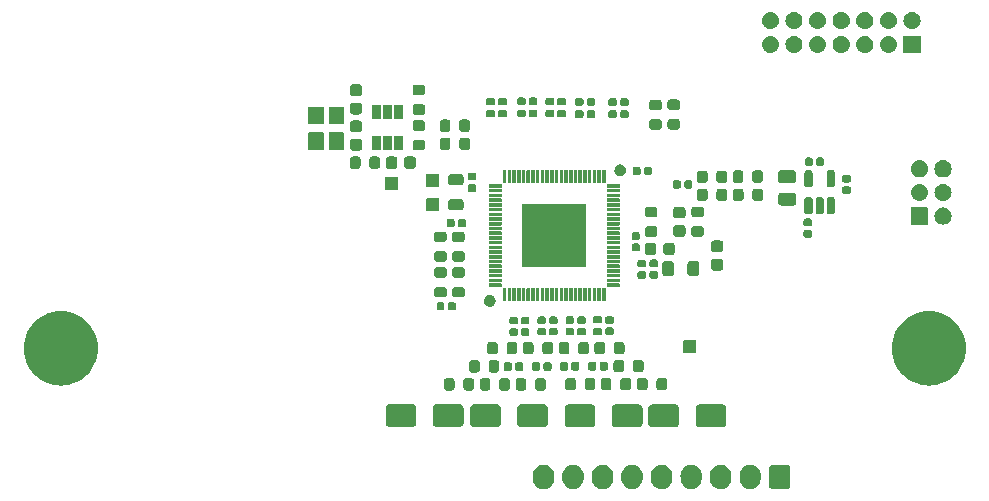
<source format=gts>
G04 #@! TF.GenerationSoftware,KiCad,Pcbnew,8.0.0-rc1*
G04 #@! TF.CreationDate,2025-03-14T12:06:18+03:00*
G04 #@! TF.ProjectId,Movita_IO_Expansion_Board_V2.0,4d6f7669-7461-45f4-994f-5f457870616e,REV1*
G04 #@! TF.SameCoordinates,Original*
G04 #@! TF.FileFunction,Soldermask,Top*
G04 #@! TF.FilePolarity,Negative*
%FSLAX46Y46*%
G04 Gerber Fmt 4.6, Leading zero omitted, Abs format (unit mm)*
G04 Created by KiCad (PCBNEW 8.0.0-rc1) date 2025-03-14 12:06:18*
%MOMM*%
%LPD*%
G01*
G04 APERTURE LIST*
G04 APERTURE END LIST*
G36*
X139398914Y-89700292D02*
G01*
X139403645Y-89702381D01*
X139406811Y-89702798D01*
X139446442Y-89721278D01*
X139500106Y-89744973D01*
X139578324Y-89823191D01*
X139602028Y-89876876D01*
X139620498Y-89916485D01*
X139620914Y-89919648D01*
X139623005Y-89924383D01*
X139631000Y-89993297D01*
X139631000Y-91443297D01*
X139623005Y-91512211D01*
X139620914Y-91516945D01*
X139620498Y-91520108D01*
X139602036Y-91559699D01*
X139578324Y-91613403D01*
X139500106Y-91691621D01*
X139446402Y-91715333D01*
X139406811Y-91733795D01*
X139403648Y-91734211D01*
X139398914Y-91736302D01*
X139330000Y-91744297D01*
X138130000Y-91744297D01*
X138061086Y-91736302D01*
X138056351Y-91734211D01*
X138053188Y-91733795D01*
X138013579Y-91715325D01*
X137959894Y-91691621D01*
X137881676Y-91613403D01*
X137857981Y-91559739D01*
X137839501Y-91520108D01*
X137839084Y-91516942D01*
X137836995Y-91512211D01*
X137829000Y-91443297D01*
X137829000Y-89993297D01*
X137836995Y-89924383D01*
X137839084Y-89919651D01*
X137839501Y-89916485D01*
X137857989Y-89876835D01*
X137881676Y-89823191D01*
X137959894Y-89744973D01*
X138013538Y-89721286D01*
X138053188Y-89702798D01*
X138056354Y-89702381D01*
X138061086Y-89700292D01*
X138130000Y-89692297D01*
X139330000Y-89692297D01*
X139398914Y-89700292D01*
G37*
G36*
X118991546Y-89731094D02*
G01*
X119154728Y-89798686D01*
X119301588Y-89896815D01*
X119426482Y-90021709D01*
X119524611Y-90168569D01*
X119592203Y-90331751D01*
X119626661Y-90504984D01*
X119631000Y-90843297D01*
X119626661Y-90931610D01*
X119592203Y-91104843D01*
X119524611Y-91268025D01*
X119426482Y-91414885D01*
X119301588Y-91539779D01*
X119154728Y-91637908D01*
X118991546Y-91705500D01*
X118818313Y-91739958D01*
X118641687Y-91739958D01*
X118468454Y-91705500D01*
X118305272Y-91637908D01*
X118158412Y-91539779D01*
X118033518Y-91414885D01*
X117935389Y-91268025D01*
X117867797Y-91104843D01*
X117833339Y-90931610D01*
X117829000Y-90593297D01*
X117833339Y-90504984D01*
X117867797Y-90331751D01*
X117935389Y-90168569D01*
X118033518Y-90021709D01*
X118158412Y-89896815D01*
X118305272Y-89798686D01*
X118468454Y-89731094D01*
X118641687Y-89696636D01*
X118818313Y-89696636D01*
X118991546Y-89731094D01*
G37*
G36*
X121491546Y-89731094D02*
G01*
X121654728Y-89798686D01*
X121801588Y-89896815D01*
X121926482Y-90021709D01*
X122024611Y-90168569D01*
X122092203Y-90331751D01*
X122126661Y-90504984D01*
X122131000Y-90843297D01*
X122126661Y-90931610D01*
X122092203Y-91104843D01*
X122024611Y-91268025D01*
X121926482Y-91414885D01*
X121801588Y-91539779D01*
X121654728Y-91637908D01*
X121491546Y-91705500D01*
X121318313Y-91739958D01*
X121141687Y-91739958D01*
X120968454Y-91705500D01*
X120805272Y-91637908D01*
X120658412Y-91539779D01*
X120533518Y-91414885D01*
X120435389Y-91268025D01*
X120367797Y-91104843D01*
X120333339Y-90931610D01*
X120329000Y-90593297D01*
X120333339Y-90504984D01*
X120367797Y-90331751D01*
X120435389Y-90168569D01*
X120533518Y-90021709D01*
X120658412Y-89896815D01*
X120805272Y-89798686D01*
X120968454Y-89731094D01*
X121141687Y-89696636D01*
X121318313Y-89696636D01*
X121491546Y-89731094D01*
G37*
G36*
X123991546Y-89731094D02*
G01*
X124154728Y-89798686D01*
X124301588Y-89896815D01*
X124426482Y-90021709D01*
X124524611Y-90168569D01*
X124592203Y-90331751D01*
X124626661Y-90504984D01*
X124631000Y-90843297D01*
X124626661Y-90931610D01*
X124592203Y-91104843D01*
X124524611Y-91268025D01*
X124426482Y-91414885D01*
X124301588Y-91539779D01*
X124154728Y-91637908D01*
X123991546Y-91705500D01*
X123818313Y-91739958D01*
X123641687Y-91739958D01*
X123468454Y-91705500D01*
X123305272Y-91637908D01*
X123158412Y-91539779D01*
X123033518Y-91414885D01*
X122935389Y-91268025D01*
X122867797Y-91104843D01*
X122833339Y-90931610D01*
X122829000Y-90593297D01*
X122833339Y-90504984D01*
X122867797Y-90331751D01*
X122935389Y-90168569D01*
X123033518Y-90021709D01*
X123158412Y-89896815D01*
X123305272Y-89798686D01*
X123468454Y-89731094D01*
X123641687Y-89696636D01*
X123818313Y-89696636D01*
X123991546Y-89731094D01*
G37*
G36*
X126491546Y-89731094D02*
G01*
X126654728Y-89798686D01*
X126801588Y-89896815D01*
X126926482Y-90021709D01*
X127024611Y-90168569D01*
X127092203Y-90331751D01*
X127126661Y-90504984D01*
X127131000Y-90843297D01*
X127126661Y-90931610D01*
X127092203Y-91104843D01*
X127024611Y-91268025D01*
X126926482Y-91414885D01*
X126801588Y-91539779D01*
X126654728Y-91637908D01*
X126491546Y-91705500D01*
X126318313Y-91739958D01*
X126141687Y-91739958D01*
X125968454Y-91705500D01*
X125805272Y-91637908D01*
X125658412Y-91539779D01*
X125533518Y-91414885D01*
X125435389Y-91268025D01*
X125367797Y-91104843D01*
X125333339Y-90931610D01*
X125329000Y-90593297D01*
X125333339Y-90504984D01*
X125367797Y-90331751D01*
X125435389Y-90168569D01*
X125533518Y-90021709D01*
X125658412Y-89896815D01*
X125805272Y-89798686D01*
X125968454Y-89731094D01*
X126141687Y-89696636D01*
X126318313Y-89696636D01*
X126491546Y-89731094D01*
G37*
G36*
X128991546Y-89731094D02*
G01*
X129154728Y-89798686D01*
X129301588Y-89896815D01*
X129426482Y-90021709D01*
X129524611Y-90168569D01*
X129592203Y-90331751D01*
X129626661Y-90504984D01*
X129631000Y-90843297D01*
X129626661Y-90931610D01*
X129592203Y-91104843D01*
X129524611Y-91268025D01*
X129426482Y-91414885D01*
X129301588Y-91539779D01*
X129154728Y-91637908D01*
X128991546Y-91705500D01*
X128818313Y-91739958D01*
X128641687Y-91739958D01*
X128468454Y-91705500D01*
X128305272Y-91637908D01*
X128158412Y-91539779D01*
X128033518Y-91414885D01*
X127935389Y-91268025D01*
X127867797Y-91104843D01*
X127833339Y-90931610D01*
X127829000Y-90593297D01*
X127833339Y-90504984D01*
X127867797Y-90331751D01*
X127935389Y-90168569D01*
X128033518Y-90021709D01*
X128158412Y-89896815D01*
X128305272Y-89798686D01*
X128468454Y-89731094D01*
X128641687Y-89696636D01*
X128818313Y-89696636D01*
X128991546Y-89731094D01*
G37*
G36*
X131491546Y-89731094D02*
G01*
X131654728Y-89798686D01*
X131801588Y-89896815D01*
X131926482Y-90021709D01*
X132024611Y-90168569D01*
X132092203Y-90331751D01*
X132126661Y-90504984D01*
X132131000Y-90843297D01*
X132126661Y-90931610D01*
X132092203Y-91104843D01*
X132024611Y-91268025D01*
X131926482Y-91414885D01*
X131801588Y-91539779D01*
X131654728Y-91637908D01*
X131491546Y-91705500D01*
X131318313Y-91739958D01*
X131141687Y-91739958D01*
X130968454Y-91705500D01*
X130805272Y-91637908D01*
X130658412Y-91539779D01*
X130533518Y-91414885D01*
X130435389Y-91268025D01*
X130367797Y-91104843D01*
X130333339Y-90931610D01*
X130329000Y-90593297D01*
X130333339Y-90504984D01*
X130367797Y-90331751D01*
X130435389Y-90168569D01*
X130533518Y-90021709D01*
X130658412Y-89896815D01*
X130805272Y-89798686D01*
X130968454Y-89731094D01*
X131141687Y-89696636D01*
X131318313Y-89696636D01*
X131491546Y-89731094D01*
G37*
G36*
X133991546Y-89731094D02*
G01*
X134154728Y-89798686D01*
X134301588Y-89896815D01*
X134426482Y-90021709D01*
X134524611Y-90168569D01*
X134592203Y-90331751D01*
X134626661Y-90504984D01*
X134631000Y-90843297D01*
X134626661Y-90931610D01*
X134592203Y-91104843D01*
X134524611Y-91268025D01*
X134426482Y-91414885D01*
X134301588Y-91539779D01*
X134154728Y-91637908D01*
X133991546Y-91705500D01*
X133818313Y-91739958D01*
X133641687Y-91739958D01*
X133468454Y-91705500D01*
X133305272Y-91637908D01*
X133158412Y-91539779D01*
X133033518Y-91414885D01*
X132935389Y-91268025D01*
X132867797Y-91104843D01*
X132833339Y-90931610D01*
X132829000Y-90593297D01*
X132833339Y-90504984D01*
X132867797Y-90331751D01*
X132935389Y-90168569D01*
X133033518Y-90021709D01*
X133158412Y-89896815D01*
X133305272Y-89798686D01*
X133468454Y-89731094D01*
X133641687Y-89696636D01*
X133818313Y-89696636D01*
X133991546Y-89731094D01*
G37*
G36*
X136491546Y-89731094D02*
G01*
X136654728Y-89798686D01*
X136801588Y-89896815D01*
X136926482Y-90021709D01*
X137024611Y-90168569D01*
X137092203Y-90331751D01*
X137126661Y-90504984D01*
X137131000Y-90843297D01*
X137126661Y-90931610D01*
X137092203Y-91104843D01*
X137024611Y-91268025D01*
X136926482Y-91414885D01*
X136801588Y-91539779D01*
X136654728Y-91637908D01*
X136491546Y-91705500D01*
X136318313Y-91739958D01*
X136141687Y-91739958D01*
X135968454Y-91705500D01*
X135805272Y-91637908D01*
X135658412Y-91539779D01*
X135533518Y-91414885D01*
X135435389Y-91268025D01*
X135367797Y-91104843D01*
X135333339Y-90931610D01*
X135329000Y-90593297D01*
X135333339Y-90504984D01*
X135367797Y-90331751D01*
X135435389Y-90168569D01*
X135533518Y-90021709D01*
X135658412Y-89896815D01*
X135805272Y-89798686D01*
X135968454Y-89731094D01*
X136141687Y-89696636D01*
X136318313Y-89696636D01*
X136491546Y-89731094D01*
G37*
G36*
X122881414Y-84586995D02*
G01*
X122886145Y-84589084D01*
X122889311Y-84589501D01*
X122928942Y-84607981D01*
X122982606Y-84631676D01*
X123060824Y-84709894D01*
X123084528Y-84763579D01*
X123102998Y-84803188D01*
X123103414Y-84806351D01*
X123105505Y-84811086D01*
X123113500Y-84880000D01*
X123113500Y-86180000D01*
X123105505Y-86248914D01*
X123103414Y-86253648D01*
X123102998Y-86256811D01*
X123084536Y-86296402D01*
X123060824Y-86350106D01*
X122982606Y-86428324D01*
X122928902Y-86452036D01*
X122889311Y-86470498D01*
X122886148Y-86470914D01*
X122881414Y-86473005D01*
X122812500Y-86481000D01*
X120812500Y-86481000D01*
X120743586Y-86473005D01*
X120738851Y-86470914D01*
X120735688Y-86470498D01*
X120696079Y-86452028D01*
X120642394Y-86428324D01*
X120564176Y-86350106D01*
X120540481Y-86296442D01*
X120522001Y-86256811D01*
X120521584Y-86253645D01*
X120519495Y-86248914D01*
X120511500Y-86180000D01*
X120511500Y-84880000D01*
X120519495Y-84811086D01*
X120521584Y-84806354D01*
X120522001Y-84803188D01*
X120540489Y-84763538D01*
X120564176Y-84709894D01*
X120642394Y-84631676D01*
X120696038Y-84607989D01*
X120735688Y-84589501D01*
X120738854Y-84589084D01*
X120743586Y-84586995D01*
X120812500Y-84579000D01*
X122812500Y-84579000D01*
X122881414Y-84586995D01*
G37*
G36*
X126881414Y-84586995D02*
G01*
X126886145Y-84589084D01*
X126889311Y-84589501D01*
X126928942Y-84607981D01*
X126982606Y-84631676D01*
X127060824Y-84709894D01*
X127084528Y-84763579D01*
X127102998Y-84803188D01*
X127103414Y-84806351D01*
X127105505Y-84811086D01*
X127113500Y-84880000D01*
X127113500Y-86180000D01*
X127105505Y-86248914D01*
X127103414Y-86253648D01*
X127102998Y-86256811D01*
X127084536Y-86296402D01*
X127060824Y-86350106D01*
X126982606Y-86428324D01*
X126928902Y-86452036D01*
X126889311Y-86470498D01*
X126886148Y-86470914D01*
X126881414Y-86473005D01*
X126812500Y-86481000D01*
X124812500Y-86481000D01*
X124743586Y-86473005D01*
X124738851Y-86470914D01*
X124735688Y-86470498D01*
X124696079Y-86452028D01*
X124642394Y-86428324D01*
X124564176Y-86350106D01*
X124540481Y-86296442D01*
X124522001Y-86256811D01*
X124521584Y-86253645D01*
X124519495Y-86248914D01*
X124511500Y-86180000D01*
X124511500Y-84880000D01*
X124519495Y-84811086D01*
X124521584Y-84806354D01*
X124522001Y-84803188D01*
X124540489Y-84763538D01*
X124564176Y-84709894D01*
X124642394Y-84631676D01*
X124696038Y-84607989D01*
X124735688Y-84589501D01*
X124738854Y-84589084D01*
X124743586Y-84586995D01*
X124812500Y-84579000D01*
X126812500Y-84579000D01*
X126881414Y-84586995D01*
G37*
G36*
X129978914Y-84586995D02*
G01*
X129983645Y-84589084D01*
X129986811Y-84589501D01*
X130026442Y-84607981D01*
X130080106Y-84631676D01*
X130158324Y-84709894D01*
X130182028Y-84763579D01*
X130200498Y-84803188D01*
X130200914Y-84806351D01*
X130203005Y-84811086D01*
X130211000Y-84880000D01*
X130211000Y-86180000D01*
X130203005Y-86248914D01*
X130200914Y-86253648D01*
X130200498Y-86256811D01*
X130182036Y-86296402D01*
X130158324Y-86350106D01*
X130080106Y-86428324D01*
X130026402Y-86452036D01*
X129986811Y-86470498D01*
X129983648Y-86470914D01*
X129978914Y-86473005D01*
X129910000Y-86481000D01*
X127910000Y-86481000D01*
X127841086Y-86473005D01*
X127836351Y-86470914D01*
X127833188Y-86470498D01*
X127793579Y-86452028D01*
X127739894Y-86428324D01*
X127661676Y-86350106D01*
X127637981Y-86296442D01*
X127619501Y-86256811D01*
X127619084Y-86253645D01*
X127616995Y-86248914D01*
X127609000Y-86180000D01*
X127609000Y-84880000D01*
X127616995Y-84811086D01*
X127619084Y-84806354D01*
X127619501Y-84803188D01*
X127637989Y-84763538D01*
X127661676Y-84709894D01*
X127739894Y-84631676D01*
X127793538Y-84607989D01*
X127833188Y-84589501D01*
X127836354Y-84589084D01*
X127841086Y-84586995D01*
X127910000Y-84579000D01*
X129910000Y-84579000D01*
X129978914Y-84586995D01*
G37*
G36*
X133978914Y-84586995D02*
G01*
X133983645Y-84589084D01*
X133986811Y-84589501D01*
X134026442Y-84607981D01*
X134080106Y-84631676D01*
X134158324Y-84709894D01*
X134182028Y-84763579D01*
X134200498Y-84803188D01*
X134200914Y-84806351D01*
X134203005Y-84811086D01*
X134211000Y-84880000D01*
X134211000Y-86180000D01*
X134203005Y-86248914D01*
X134200914Y-86253648D01*
X134200498Y-86256811D01*
X134182036Y-86296402D01*
X134158324Y-86350106D01*
X134080106Y-86428324D01*
X134026402Y-86452036D01*
X133986811Y-86470498D01*
X133983648Y-86470914D01*
X133978914Y-86473005D01*
X133910000Y-86481000D01*
X131910000Y-86481000D01*
X131841086Y-86473005D01*
X131836351Y-86470914D01*
X131833188Y-86470498D01*
X131793579Y-86452028D01*
X131739894Y-86428324D01*
X131661676Y-86350106D01*
X131637981Y-86296442D01*
X131619501Y-86256811D01*
X131619084Y-86253645D01*
X131616995Y-86248914D01*
X131609000Y-86180000D01*
X131609000Y-84880000D01*
X131616995Y-84811086D01*
X131619084Y-84806354D01*
X131619501Y-84803188D01*
X131637989Y-84763538D01*
X131661676Y-84709894D01*
X131739894Y-84631676D01*
X131793538Y-84607989D01*
X131833188Y-84589501D01*
X131836354Y-84589084D01*
X131841086Y-84586995D01*
X131910000Y-84579000D01*
X133910000Y-84579000D01*
X133978914Y-84586995D01*
G37*
G36*
X107728914Y-84576995D02*
G01*
X107733645Y-84579084D01*
X107736811Y-84579501D01*
X107776442Y-84597981D01*
X107830106Y-84621676D01*
X107908324Y-84699894D01*
X107932028Y-84753579D01*
X107950498Y-84793188D01*
X107950914Y-84796351D01*
X107953005Y-84801086D01*
X107961000Y-84870000D01*
X107961000Y-86170000D01*
X107953005Y-86238914D01*
X107950914Y-86243648D01*
X107950498Y-86246811D01*
X107932036Y-86286402D01*
X107908324Y-86340106D01*
X107830106Y-86418324D01*
X107776402Y-86442036D01*
X107736811Y-86460498D01*
X107733648Y-86460914D01*
X107728914Y-86463005D01*
X107660000Y-86471000D01*
X105660000Y-86471000D01*
X105591086Y-86463005D01*
X105586351Y-86460914D01*
X105583188Y-86460498D01*
X105543579Y-86442028D01*
X105489894Y-86418324D01*
X105411676Y-86340106D01*
X105387981Y-86286442D01*
X105369501Y-86246811D01*
X105369084Y-86243645D01*
X105366995Y-86238914D01*
X105359000Y-86170000D01*
X105359000Y-84870000D01*
X105366995Y-84801086D01*
X105369084Y-84796354D01*
X105369501Y-84793188D01*
X105387989Y-84753538D01*
X105411676Y-84699894D01*
X105489894Y-84621676D01*
X105543538Y-84597989D01*
X105583188Y-84579501D01*
X105586354Y-84579084D01*
X105591086Y-84576995D01*
X105660000Y-84569000D01*
X107660000Y-84569000D01*
X107728914Y-84576995D01*
G37*
G36*
X111728914Y-84576995D02*
G01*
X111733645Y-84579084D01*
X111736811Y-84579501D01*
X111776442Y-84597981D01*
X111830106Y-84621676D01*
X111908324Y-84699894D01*
X111932028Y-84753579D01*
X111950498Y-84793188D01*
X111950914Y-84796351D01*
X111953005Y-84801086D01*
X111961000Y-84870000D01*
X111961000Y-86170000D01*
X111953005Y-86238914D01*
X111950914Y-86243648D01*
X111950498Y-86246811D01*
X111932036Y-86286402D01*
X111908324Y-86340106D01*
X111830106Y-86418324D01*
X111776402Y-86442036D01*
X111736811Y-86460498D01*
X111733648Y-86460914D01*
X111728914Y-86463005D01*
X111660000Y-86471000D01*
X109660000Y-86471000D01*
X109591086Y-86463005D01*
X109586351Y-86460914D01*
X109583188Y-86460498D01*
X109543579Y-86442028D01*
X109489894Y-86418324D01*
X109411676Y-86340106D01*
X109387981Y-86286442D01*
X109369501Y-86246811D01*
X109369084Y-86243645D01*
X109366995Y-86238914D01*
X109359000Y-86170000D01*
X109359000Y-84870000D01*
X109366995Y-84801086D01*
X109369084Y-84796354D01*
X109369501Y-84793188D01*
X109387989Y-84753538D01*
X109411676Y-84699894D01*
X109489894Y-84621676D01*
X109543538Y-84597989D01*
X109583188Y-84579501D01*
X109586354Y-84579084D01*
X109591086Y-84576995D01*
X109660000Y-84569000D01*
X111660000Y-84569000D01*
X111728914Y-84576995D01*
G37*
G36*
X114878914Y-84576995D02*
G01*
X114883645Y-84579084D01*
X114886811Y-84579501D01*
X114926442Y-84597981D01*
X114980106Y-84621676D01*
X115058324Y-84699894D01*
X115082028Y-84753579D01*
X115100498Y-84793188D01*
X115100914Y-84796351D01*
X115103005Y-84801086D01*
X115111000Y-84870000D01*
X115111000Y-86170000D01*
X115103005Y-86238914D01*
X115100914Y-86243648D01*
X115100498Y-86246811D01*
X115082036Y-86286402D01*
X115058324Y-86340106D01*
X114980106Y-86418324D01*
X114926402Y-86442036D01*
X114886811Y-86460498D01*
X114883648Y-86460914D01*
X114878914Y-86463005D01*
X114810000Y-86471000D01*
X112810000Y-86471000D01*
X112741086Y-86463005D01*
X112736351Y-86460914D01*
X112733188Y-86460498D01*
X112693579Y-86442028D01*
X112639894Y-86418324D01*
X112561676Y-86340106D01*
X112537981Y-86286442D01*
X112519501Y-86246811D01*
X112519084Y-86243645D01*
X112516995Y-86238914D01*
X112509000Y-86170000D01*
X112509000Y-84870000D01*
X112516995Y-84801086D01*
X112519084Y-84796354D01*
X112519501Y-84793188D01*
X112537989Y-84753538D01*
X112561676Y-84699894D01*
X112639894Y-84621676D01*
X112693538Y-84597989D01*
X112733188Y-84579501D01*
X112736354Y-84579084D01*
X112741086Y-84576995D01*
X112810000Y-84569000D01*
X114810000Y-84569000D01*
X114878914Y-84576995D01*
G37*
G36*
X118878914Y-84576995D02*
G01*
X118883645Y-84579084D01*
X118886811Y-84579501D01*
X118926442Y-84597981D01*
X118980106Y-84621676D01*
X119058324Y-84699894D01*
X119082028Y-84753579D01*
X119100498Y-84793188D01*
X119100914Y-84796351D01*
X119103005Y-84801086D01*
X119111000Y-84870000D01*
X119111000Y-86170000D01*
X119103005Y-86238914D01*
X119100914Y-86243648D01*
X119100498Y-86246811D01*
X119082036Y-86286402D01*
X119058324Y-86340106D01*
X118980106Y-86418324D01*
X118926402Y-86442036D01*
X118886811Y-86460498D01*
X118883648Y-86460914D01*
X118878914Y-86463005D01*
X118810000Y-86471000D01*
X116810000Y-86471000D01*
X116741086Y-86463005D01*
X116736351Y-86460914D01*
X116733188Y-86460498D01*
X116693579Y-86442028D01*
X116639894Y-86418324D01*
X116561676Y-86340106D01*
X116537981Y-86286442D01*
X116519501Y-86246811D01*
X116519084Y-86243645D01*
X116516995Y-86238914D01*
X116509000Y-86170000D01*
X116509000Y-84870000D01*
X116516995Y-84801086D01*
X116519084Y-84796354D01*
X116519501Y-84793188D01*
X116537989Y-84753538D01*
X116561676Y-84699894D01*
X116639894Y-84621676D01*
X116693538Y-84597989D01*
X116733188Y-84579501D01*
X116736354Y-84579084D01*
X116741086Y-84576995D01*
X116810000Y-84569000D01*
X118810000Y-84569000D01*
X118878914Y-84576995D01*
G37*
G36*
X110953638Y-82354723D02*
G01*
X111005819Y-82360777D01*
X111023647Y-82368649D01*
X111046054Y-82373106D01*
X111070042Y-82389134D01*
X111091409Y-82398569D01*
X111106002Y-82413162D01*
X111127484Y-82427516D01*
X111141837Y-82448997D01*
X111156430Y-82463590D01*
X111165863Y-82484954D01*
X111181894Y-82508946D01*
X111186351Y-82531354D01*
X111194222Y-82549180D01*
X111200274Y-82601351D01*
X111201000Y-82605000D01*
X111201000Y-83155000D01*
X111200273Y-83158651D01*
X111194222Y-83210819D01*
X111186351Y-83228643D01*
X111181894Y-83251054D01*
X111165862Y-83275047D01*
X111156430Y-83296409D01*
X111141839Y-83310999D01*
X111127484Y-83332484D01*
X111105999Y-83346839D01*
X111091409Y-83361430D01*
X111070047Y-83370862D01*
X111046054Y-83386894D01*
X111023643Y-83391351D01*
X111005819Y-83399222D01*
X110953650Y-83405273D01*
X110950000Y-83406000D01*
X110550000Y-83406000D01*
X110546351Y-83405274D01*
X110494180Y-83399222D01*
X110476354Y-83391351D01*
X110453946Y-83386894D01*
X110429954Y-83370863D01*
X110408590Y-83361430D01*
X110393997Y-83346837D01*
X110372516Y-83332484D01*
X110358162Y-83311002D01*
X110343569Y-83296409D01*
X110334134Y-83275042D01*
X110318106Y-83251054D01*
X110313649Y-83228647D01*
X110305777Y-83210819D01*
X110299723Y-83158638D01*
X110299000Y-83155000D01*
X110299000Y-82605000D01*
X110299723Y-82601361D01*
X110305777Y-82549180D01*
X110313649Y-82531350D01*
X110318106Y-82508946D01*
X110334133Y-82484959D01*
X110343569Y-82463590D01*
X110358164Y-82448994D01*
X110372516Y-82427516D01*
X110393994Y-82413164D01*
X110408590Y-82398569D01*
X110429959Y-82389133D01*
X110453946Y-82373106D01*
X110476350Y-82368649D01*
X110494180Y-82360777D01*
X110546363Y-82354723D01*
X110550000Y-82354000D01*
X110950000Y-82354000D01*
X110953638Y-82354723D01*
G37*
G36*
X112603638Y-82354723D02*
G01*
X112655819Y-82360777D01*
X112673647Y-82368649D01*
X112696054Y-82373106D01*
X112720042Y-82389134D01*
X112741409Y-82398569D01*
X112756002Y-82413162D01*
X112777484Y-82427516D01*
X112791837Y-82448997D01*
X112806430Y-82463590D01*
X112815863Y-82484954D01*
X112831894Y-82508946D01*
X112836351Y-82531354D01*
X112844222Y-82549180D01*
X112850274Y-82601351D01*
X112851000Y-82605000D01*
X112851000Y-83155000D01*
X112850273Y-83158651D01*
X112844222Y-83210819D01*
X112836351Y-83228643D01*
X112831894Y-83251054D01*
X112815862Y-83275047D01*
X112806430Y-83296409D01*
X112791839Y-83310999D01*
X112777484Y-83332484D01*
X112755999Y-83346839D01*
X112741409Y-83361430D01*
X112720047Y-83370862D01*
X112696054Y-83386894D01*
X112673643Y-83391351D01*
X112655819Y-83399222D01*
X112603650Y-83405273D01*
X112600000Y-83406000D01*
X112200000Y-83406000D01*
X112196351Y-83405274D01*
X112144180Y-83399222D01*
X112126354Y-83391351D01*
X112103946Y-83386894D01*
X112079954Y-83370863D01*
X112058590Y-83361430D01*
X112043997Y-83346837D01*
X112022516Y-83332484D01*
X112008162Y-83311002D01*
X111993569Y-83296409D01*
X111984134Y-83275042D01*
X111968106Y-83251054D01*
X111963649Y-83228647D01*
X111955777Y-83210819D01*
X111949723Y-83158638D01*
X111949000Y-83155000D01*
X111949000Y-82605000D01*
X111949723Y-82601361D01*
X111955777Y-82549180D01*
X111963649Y-82531350D01*
X111968106Y-82508946D01*
X111984133Y-82484959D01*
X111993569Y-82463590D01*
X112008164Y-82448994D01*
X112022516Y-82427516D01*
X112043994Y-82413164D01*
X112058590Y-82398569D01*
X112079959Y-82389133D01*
X112103946Y-82373106D01*
X112126350Y-82368649D01*
X112144180Y-82360777D01*
X112196363Y-82354723D01*
X112200000Y-82354000D01*
X112600000Y-82354000D01*
X112603638Y-82354723D01*
G37*
G36*
X113993638Y-82354723D02*
G01*
X114045819Y-82360777D01*
X114063647Y-82368649D01*
X114086054Y-82373106D01*
X114110042Y-82389134D01*
X114131409Y-82398569D01*
X114146002Y-82413162D01*
X114167484Y-82427516D01*
X114181837Y-82448997D01*
X114196430Y-82463590D01*
X114205863Y-82484954D01*
X114221894Y-82508946D01*
X114226351Y-82531354D01*
X114234222Y-82549180D01*
X114240274Y-82601351D01*
X114241000Y-82605000D01*
X114241000Y-83155000D01*
X114240273Y-83158651D01*
X114234222Y-83210819D01*
X114226351Y-83228643D01*
X114221894Y-83251054D01*
X114205862Y-83275047D01*
X114196430Y-83296409D01*
X114181839Y-83310999D01*
X114167484Y-83332484D01*
X114145999Y-83346839D01*
X114131409Y-83361430D01*
X114110047Y-83370862D01*
X114086054Y-83386894D01*
X114063643Y-83391351D01*
X114045819Y-83399222D01*
X113993650Y-83405273D01*
X113990000Y-83406000D01*
X113590000Y-83406000D01*
X113586351Y-83405274D01*
X113534180Y-83399222D01*
X113516354Y-83391351D01*
X113493946Y-83386894D01*
X113469954Y-83370863D01*
X113448590Y-83361430D01*
X113433997Y-83346837D01*
X113412516Y-83332484D01*
X113398162Y-83311002D01*
X113383569Y-83296409D01*
X113374134Y-83275042D01*
X113358106Y-83251054D01*
X113353649Y-83228647D01*
X113345777Y-83210819D01*
X113339723Y-83158638D01*
X113339000Y-83155000D01*
X113339000Y-82605000D01*
X113339723Y-82601361D01*
X113345777Y-82549180D01*
X113353649Y-82531350D01*
X113358106Y-82508946D01*
X113374133Y-82484959D01*
X113383569Y-82463590D01*
X113398164Y-82448994D01*
X113412516Y-82427516D01*
X113433994Y-82413164D01*
X113448590Y-82398569D01*
X113469959Y-82389133D01*
X113493946Y-82373106D01*
X113516350Y-82368649D01*
X113534180Y-82360777D01*
X113586363Y-82354723D01*
X113590000Y-82354000D01*
X113990000Y-82354000D01*
X113993638Y-82354723D01*
G37*
G36*
X115643638Y-82354723D02*
G01*
X115695819Y-82360777D01*
X115713647Y-82368649D01*
X115736054Y-82373106D01*
X115760042Y-82389134D01*
X115781409Y-82398569D01*
X115796002Y-82413162D01*
X115817484Y-82427516D01*
X115831837Y-82448997D01*
X115846430Y-82463590D01*
X115855863Y-82484954D01*
X115871894Y-82508946D01*
X115876351Y-82531354D01*
X115884222Y-82549180D01*
X115890274Y-82601351D01*
X115891000Y-82605000D01*
X115891000Y-83155000D01*
X115890273Y-83158651D01*
X115884222Y-83210819D01*
X115876351Y-83228643D01*
X115871894Y-83251054D01*
X115855862Y-83275047D01*
X115846430Y-83296409D01*
X115831839Y-83310999D01*
X115817484Y-83332484D01*
X115795999Y-83346839D01*
X115781409Y-83361430D01*
X115760047Y-83370862D01*
X115736054Y-83386894D01*
X115713643Y-83391351D01*
X115695819Y-83399222D01*
X115643650Y-83405273D01*
X115640000Y-83406000D01*
X115240000Y-83406000D01*
X115236351Y-83405274D01*
X115184180Y-83399222D01*
X115166354Y-83391351D01*
X115143946Y-83386894D01*
X115119954Y-83370863D01*
X115098590Y-83361430D01*
X115083997Y-83346837D01*
X115062516Y-83332484D01*
X115048162Y-83311002D01*
X115033569Y-83296409D01*
X115024134Y-83275042D01*
X115008106Y-83251054D01*
X115003649Y-83228647D01*
X114995777Y-83210819D01*
X114989723Y-83158638D01*
X114989000Y-83155000D01*
X114989000Y-82605000D01*
X114989723Y-82601361D01*
X114995777Y-82549180D01*
X115003649Y-82531350D01*
X115008106Y-82508946D01*
X115024133Y-82484959D01*
X115033569Y-82463590D01*
X115048164Y-82448994D01*
X115062516Y-82427516D01*
X115083994Y-82413164D01*
X115098590Y-82398569D01*
X115119959Y-82389133D01*
X115143946Y-82373106D01*
X115166350Y-82368649D01*
X115184180Y-82360777D01*
X115236363Y-82354723D01*
X115240000Y-82354000D01*
X115640000Y-82354000D01*
X115643638Y-82354723D01*
G37*
G36*
X117023638Y-82354723D02*
G01*
X117075819Y-82360777D01*
X117093647Y-82368649D01*
X117116054Y-82373106D01*
X117140042Y-82389134D01*
X117161409Y-82398569D01*
X117176002Y-82413162D01*
X117197484Y-82427516D01*
X117211837Y-82448997D01*
X117226430Y-82463590D01*
X117235863Y-82484954D01*
X117251894Y-82508946D01*
X117256351Y-82531354D01*
X117264222Y-82549180D01*
X117270274Y-82601351D01*
X117271000Y-82605000D01*
X117271000Y-83155000D01*
X117270273Y-83158651D01*
X117264222Y-83210819D01*
X117256351Y-83228643D01*
X117251894Y-83251054D01*
X117235862Y-83275047D01*
X117226430Y-83296409D01*
X117211839Y-83310999D01*
X117197484Y-83332484D01*
X117175999Y-83346839D01*
X117161409Y-83361430D01*
X117140047Y-83370862D01*
X117116054Y-83386894D01*
X117093643Y-83391351D01*
X117075819Y-83399222D01*
X117023650Y-83405273D01*
X117020000Y-83406000D01*
X116620000Y-83406000D01*
X116616351Y-83405274D01*
X116564180Y-83399222D01*
X116546354Y-83391351D01*
X116523946Y-83386894D01*
X116499954Y-83370863D01*
X116478590Y-83361430D01*
X116463997Y-83346837D01*
X116442516Y-83332484D01*
X116428162Y-83311002D01*
X116413569Y-83296409D01*
X116404134Y-83275042D01*
X116388106Y-83251054D01*
X116383649Y-83228647D01*
X116375777Y-83210819D01*
X116369723Y-83158638D01*
X116369000Y-83155000D01*
X116369000Y-82605000D01*
X116369723Y-82601361D01*
X116375777Y-82549180D01*
X116383649Y-82531350D01*
X116388106Y-82508946D01*
X116404133Y-82484959D01*
X116413569Y-82463590D01*
X116428164Y-82448994D01*
X116442516Y-82427516D01*
X116463994Y-82413164D01*
X116478590Y-82398569D01*
X116499959Y-82389133D01*
X116523946Y-82373106D01*
X116546350Y-82368649D01*
X116564180Y-82360777D01*
X116616363Y-82354723D01*
X116620000Y-82354000D01*
X117020000Y-82354000D01*
X117023638Y-82354723D01*
G37*
G36*
X118673638Y-82354723D02*
G01*
X118725819Y-82360777D01*
X118743647Y-82368649D01*
X118766054Y-82373106D01*
X118790042Y-82389134D01*
X118811409Y-82398569D01*
X118826002Y-82413162D01*
X118847484Y-82427516D01*
X118861837Y-82448997D01*
X118876430Y-82463590D01*
X118885863Y-82484954D01*
X118901894Y-82508946D01*
X118906351Y-82531354D01*
X118914222Y-82549180D01*
X118920274Y-82601351D01*
X118921000Y-82605000D01*
X118921000Y-83155000D01*
X118920273Y-83158651D01*
X118914222Y-83210819D01*
X118906351Y-83228643D01*
X118901894Y-83251054D01*
X118885862Y-83275047D01*
X118876430Y-83296409D01*
X118861839Y-83310999D01*
X118847484Y-83332484D01*
X118825999Y-83346839D01*
X118811409Y-83361430D01*
X118790047Y-83370862D01*
X118766054Y-83386894D01*
X118743643Y-83391351D01*
X118725819Y-83399222D01*
X118673650Y-83405273D01*
X118670000Y-83406000D01*
X118270000Y-83406000D01*
X118266351Y-83405274D01*
X118214180Y-83399222D01*
X118196354Y-83391351D01*
X118173946Y-83386894D01*
X118149954Y-83370863D01*
X118128590Y-83361430D01*
X118113997Y-83346837D01*
X118092516Y-83332484D01*
X118078162Y-83311002D01*
X118063569Y-83296409D01*
X118054134Y-83275042D01*
X118038106Y-83251054D01*
X118033649Y-83228647D01*
X118025777Y-83210819D01*
X118019723Y-83158638D01*
X118019000Y-83155000D01*
X118019000Y-82605000D01*
X118019723Y-82601361D01*
X118025777Y-82549180D01*
X118033649Y-82531350D01*
X118038106Y-82508946D01*
X118054133Y-82484959D01*
X118063569Y-82463590D01*
X118078164Y-82448994D01*
X118092516Y-82427516D01*
X118113994Y-82413164D01*
X118128590Y-82398569D01*
X118149959Y-82389133D01*
X118173946Y-82373106D01*
X118196350Y-82368649D01*
X118214180Y-82360777D01*
X118266363Y-82354723D01*
X118270000Y-82354000D01*
X118670000Y-82354000D01*
X118673638Y-82354723D01*
G37*
G36*
X127298638Y-82334723D02*
G01*
X127350819Y-82340777D01*
X127368647Y-82348649D01*
X127391054Y-82353106D01*
X127415042Y-82369134D01*
X127436409Y-82378569D01*
X127451002Y-82393162D01*
X127472484Y-82407516D01*
X127486837Y-82428997D01*
X127501430Y-82443590D01*
X127510863Y-82464954D01*
X127526894Y-82488946D01*
X127531351Y-82511354D01*
X127539222Y-82529180D01*
X127545274Y-82581351D01*
X127546000Y-82585000D01*
X127546000Y-83135000D01*
X127545273Y-83138651D01*
X127539222Y-83190819D01*
X127531351Y-83208643D01*
X127526894Y-83231054D01*
X127510862Y-83255047D01*
X127501430Y-83276409D01*
X127486839Y-83290999D01*
X127472484Y-83312484D01*
X127450999Y-83326839D01*
X127436409Y-83341430D01*
X127415047Y-83350862D01*
X127391054Y-83366894D01*
X127368643Y-83371351D01*
X127350819Y-83379222D01*
X127298650Y-83385273D01*
X127295000Y-83386000D01*
X126895000Y-83386000D01*
X126891351Y-83385274D01*
X126839180Y-83379222D01*
X126821354Y-83371351D01*
X126798946Y-83366894D01*
X126774954Y-83350863D01*
X126753590Y-83341430D01*
X126738997Y-83326837D01*
X126717516Y-83312484D01*
X126703162Y-83291002D01*
X126688569Y-83276409D01*
X126679134Y-83255042D01*
X126663106Y-83231054D01*
X126658649Y-83208647D01*
X126650777Y-83190819D01*
X126644723Y-83138638D01*
X126644000Y-83135000D01*
X126644000Y-82585000D01*
X126644723Y-82581361D01*
X126650777Y-82529180D01*
X126658649Y-82511350D01*
X126663106Y-82488946D01*
X126679133Y-82464959D01*
X126688569Y-82443590D01*
X126703164Y-82428994D01*
X126717516Y-82407516D01*
X126738994Y-82393164D01*
X126753590Y-82378569D01*
X126774959Y-82369133D01*
X126798946Y-82353106D01*
X126821350Y-82348649D01*
X126839180Y-82340777D01*
X126891363Y-82334723D01*
X126895000Y-82334000D01*
X127295000Y-82334000D01*
X127298638Y-82334723D01*
G37*
G36*
X128948638Y-82334723D02*
G01*
X129000819Y-82340777D01*
X129018647Y-82348649D01*
X129041054Y-82353106D01*
X129065042Y-82369134D01*
X129086409Y-82378569D01*
X129101002Y-82393162D01*
X129122484Y-82407516D01*
X129136837Y-82428997D01*
X129151430Y-82443590D01*
X129160863Y-82464954D01*
X129176894Y-82488946D01*
X129181351Y-82511354D01*
X129189222Y-82529180D01*
X129195274Y-82581351D01*
X129196000Y-82585000D01*
X129196000Y-83135000D01*
X129195273Y-83138651D01*
X129189222Y-83190819D01*
X129181351Y-83208643D01*
X129176894Y-83231054D01*
X129160862Y-83255047D01*
X129151430Y-83276409D01*
X129136839Y-83290999D01*
X129122484Y-83312484D01*
X129100999Y-83326839D01*
X129086409Y-83341430D01*
X129065047Y-83350862D01*
X129041054Y-83366894D01*
X129018643Y-83371351D01*
X129000819Y-83379222D01*
X128948650Y-83385273D01*
X128945000Y-83386000D01*
X128545000Y-83386000D01*
X128541351Y-83385274D01*
X128489180Y-83379222D01*
X128471354Y-83371351D01*
X128448946Y-83366894D01*
X128424954Y-83350863D01*
X128403590Y-83341430D01*
X128388997Y-83326837D01*
X128367516Y-83312484D01*
X128353162Y-83291002D01*
X128338569Y-83276409D01*
X128329134Y-83255042D01*
X128313106Y-83231054D01*
X128308649Y-83208647D01*
X128300777Y-83190819D01*
X128294723Y-83138638D01*
X128294000Y-83135000D01*
X128294000Y-82585000D01*
X128294723Y-82581361D01*
X128300777Y-82529180D01*
X128308649Y-82511350D01*
X128313106Y-82488946D01*
X128329133Y-82464959D01*
X128338569Y-82443590D01*
X128353164Y-82428994D01*
X128367516Y-82407516D01*
X128388994Y-82393164D01*
X128403590Y-82378569D01*
X128424959Y-82369133D01*
X128448946Y-82353106D01*
X128471350Y-82348649D01*
X128489180Y-82340777D01*
X128541363Y-82334723D01*
X128545000Y-82334000D01*
X128945000Y-82334000D01*
X128948638Y-82334723D01*
G37*
G36*
X121223638Y-82324723D02*
G01*
X121275819Y-82330777D01*
X121293647Y-82338649D01*
X121316054Y-82343106D01*
X121340042Y-82359134D01*
X121361409Y-82368569D01*
X121376002Y-82383162D01*
X121397484Y-82397516D01*
X121411837Y-82418997D01*
X121426430Y-82433590D01*
X121435863Y-82454954D01*
X121451894Y-82478946D01*
X121456351Y-82501354D01*
X121464222Y-82519180D01*
X121470274Y-82571351D01*
X121471000Y-82575000D01*
X121471000Y-83125000D01*
X121470273Y-83128651D01*
X121464222Y-83180819D01*
X121456351Y-83198643D01*
X121451894Y-83221054D01*
X121435862Y-83245047D01*
X121426430Y-83266409D01*
X121411839Y-83280999D01*
X121397484Y-83302484D01*
X121375999Y-83316839D01*
X121361409Y-83331430D01*
X121340047Y-83340862D01*
X121316054Y-83356894D01*
X121293643Y-83361351D01*
X121275819Y-83369222D01*
X121223650Y-83375273D01*
X121220000Y-83376000D01*
X120820000Y-83376000D01*
X120816351Y-83375274D01*
X120764180Y-83369222D01*
X120746354Y-83361351D01*
X120723946Y-83356894D01*
X120699954Y-83340863D01*
X120678590Y-83331430D01*
X120663997Y-83316837D01*
X120642516Y-83302484D01*
X120628162Y-83281002D01*
X120613569Y-83266409D01*
X120604134Y-83245042D01*
X120588106Y-83221054D01*
X120583649Y-83198647D01*
X120575777Y-83180819D01*
X120569723Y-83128638D01*
X120569000Y-83125000D01*
X120569000Y-82575000D01*
X120569723Y-82571361D01*
X120575777Y-82519180D01*
X120583649Y-82501350D01*
X120588106Y-82478946D01*
X120604133Y-82454959D01*
X120613569Y-82433590D01*
X120628164Y-82418994D01*
X120642516Y-82397516D01*
X120663994Y-82383164D01*
X120678590Y-82368569D01*
X120699959Y-82359133D01*
X120723946Y-82343106D01*
X120746350Y-82338649D01*
X120764180Y-82330777D01*
X120816363Y-82324723D01*
X120820000Y-82324000D01*
X121220000Y-82324000D01*
X121223638Y-82324723D01*
G37*
G36*
X122873638Y-82324723D02*
G01*
X122925819Y-82330777D01*
X122943647Y-82338649D01*
X122966054Y-82343106D01*
X122990042Y-82359134D01*
X123011409Y-82368569D01*
X123026002Y-82383162D01*
X123047484Y-82397516D01*
X123061837Y-82418997D01*
X123076430Y-82433590D01*
X123085863Y-82454954D01*
X123101894Y-82478946D01*
X123106351Y-82501354D01*
X123114222Y-82519180D01*
X123120274Y-82571351D01*
X123121000Y-82575000D01*
X123121000Y-83125000D01*
X123120273Y-83128651D01*
X123114222Y-83180819D01*
X123106351Y-83198643D01*
X123101894Y-83221054D01*
X123085862Y-83245047D01*
X123076430Y-83266409D01*
X123061839Y-83280999D01*
X123047484Y-83302484D01*
X123025999Y-83316839D01*
X123011409Y-83331430D01*
X122990047Y-83340862D01*
X122966054Y-83356894D01*
X122943643Y-83361351D01*
X122925819Y-83369222D01*
X122873650Y-83375273D01*
X122870000Y-83376000D01*
X122470000Y-83376000D01*
X122466351Y-83375274D01*
X122414180Y-83369222D01*
X122396354Y-83361351D01*
X122373946Y-83356894D01*
X122349954Y-83340863D01*
X122328590Y-83331430D01*
X122313997Y-83316837D01*
X122292516Y-83302484D01*
X122278162Y-83281002D01*
X122263569Y-83266409D01*
X122254134Y-83245042D01*
X122238106Y-83221054D01*
X122233649Y-83198647D01*
X122225777Y-83180819D01*
X122219723Y-83128638D01*
X122219000Y-83125000D01*
X122219000Y-82575000D01*
X122219723Y-82571361D01*
X122225777Y-82519180D01*
X122233649Y-82501350D01*
X122238106Y-82478946D01*
X122254133Y-82454959D01*
X122263569Y-82433590D01*
X122278164Y-82418994D01*
X122292516Y-82397516D01*
X122313994Y-82383164D01*
X122328590Y-82368569D01*
X122349959Y-82359133D01*
X122373946Y-82343106D01*
X122396350Y-82338649D01*
X122414180Y-82330777D01*
X122466363Y-82324723D01*
X122470000Y-82324000D01*
X122870000Y-82324000D01*
X122873638Y-82324723D01*
G37*
G36*
X124233638Y-82324723D02*
G01*
X124285819Y-82330777D01*
X124303647Y-82338649D01*
X124326054Y-82343106D01*
X124350042Y-82359134D01*
X124371409Y-82368569D01*
X124386002Y-82383162D01*
X124407484Y-82397516D01*
X124421837Y-82418997D01*
X124436430Y-82433590D01*
X124445863Y-82454954D01*
X124461894Y-82478946D01*
X124466351Y-82501354D01*
X124474222Y-82519180D01*
X124480274Y-82571351D01*
X124481000Y-82575000D01*
X124481000Y-83125000D01*
X124480273Y-83128651D01*
X124474222Y-83180819D01*
X124466351Y-83198643D01*
X124461894Y-83221054D01*
X124445862Y-83245047D01*
X124436430Y-83266409D01*
X124421839Y-83280999D01*
X124407484Y-83302484D01*
X124385999Y-83316839D01*
X124371409Y-83331430D01*
X124350047Y-83340862D01*
X124326054Y-83356894D01*
X124303643Y-83361351D01*
X124285819Y-83369222D01*
X124233650Y-83375273D01*
X124230000Y-83376000D01*
X123830000Y-83376000D01*
X123826351Y-83375274D01*
X123774180Y-83369222D01*
X123756354Y-83361351D01*
X123733946Y-83356894D01*
X123709954Y-83340863D01*
X123688590Y-83331430D01*
X123673997Y-83316837D01*
X123652516Y-83302484D01*
X123638162Y-83281002D01*
X123623569Y-83266409D01*
X123614134Y-83245042D01*
X123598106Y-83221054D01*
X123593649Y-83198647D01*
X123585777Y-83180819D01*
X123579723Y-83128638D01*
X123579000Y-83125000D01*
X123579000Y-82575000D01*
X123579723Y-82571361D01*
X123585777Y-82519180D01*
X123593649Y-82501350D01*
X123598106Y-82478946D01*
X123614133Y-82454959D01*
X123623569Y-82433590D01*
X123638164Y-82418994D01*
X123652516Y-82397516D01*
X123673994Y-82383164D01*
X123688590Y-82368569D01*
X123709959Y-82359133D01*
X123733946Y-82343106D01*
X123756350Y-82338649D01*
X123774180Y-82330777D01*
X123826363Y-82324723D01*
X123830000Y-82324000D01*
X124230000Y-82324000D01*
X124233638Y-82324723D01*
G37*
G36*
X125883638Y-82324723D02*
G01*
X125935819Y-82330777D01*
X125953647Y-82338649D01*
X125976054Y-82343106D01*
X126000042Y-82359134D01*
X126021409Y-82368569D01*
X126036002Y-82383162D01*
X126057484Y-82397516D01*
X126071837Y-82418997D01*
X126086430Y-82433590D01*
X126095863Y-82454954D01*
X126111894Y-82478946D01*
X126116351Y-82501354D01*
X126124222Y-82519180D01*
X126130274Y-82571351D01*
X126131000Y-82575000D01*
X126131000Y-83125000D01*
X126130273Y-83128651D01*
X126124222Y-83180819D01*
X126116351Y-83198643D01*
X126111894Y-83221054D01*
X126095862Y-83245047D01*
X126086430Y-83266409D01*
X126071839Y-83280999D01*
X126057484Y-83302484D01*
X126035999Y-83316839D01*
X126021409Y-83331430D01*
X126000047Y-83340862D01*
X125976054Y-83356894D01*
X125953643Y-83361351D01*
X125935819Y-83369222D01*
X125883650Y-83375273D01*
X125880000Y-83376000D01*
X125480000Y-83376000D01*
X125476351Y-83375274D01*
X125424180Y-83369222D01*
X125406354Y-83361351D01*
X125383946Y-83356894D01*
X125359954Y-83340863D01*
X125338590Y-83331430D01*
X125323997Y-83316837D01*
X125302516Y-83302484D01*
X125288162Y-83281002D01*
X125273569Y-83266409D01*
X125264134Y-83245042D01*
X125248106Y-83221054D01*
X125243649Y-83198647D01*
X125235777Y-83180819D01*
X125229723Y-83128638D01*
X125229000Y-83125000D01*
X125229000Y-82575000D01*
X125229723Y-82571361D01*
X125235777Y-82519180D01*
X125243649Y-82501350D01*
X125248106Y-82478946D01*
X125264133Y-82454959D01*
X125273569Y-82433590D01*
X125288164Y-82418994D01*
X125302516Y-82397516D01*
X125323994Y-82383164D01*
X125338590Y-82368569D01*
X125359959Y-82359133D01*
X125383946Y-82343106D01*
X125406350Y-82338649D01*
X125424180Y-82330777D01*
X125476363Y-82324723D01*
X125480000Y-82324000D01*
X125880000Y-82324000D01*
X125883638Y-82324723D01*
G37*
G36*
X78212897Y-76697110D02*
G01*
X78561260Y-76756299D01*
X78900806Y-76854121D01*
X79227265Y-76989344D01*
X79536530Y-77160269D01*
X79824713Y-77364746D01*
X80088190Y-77600204D01*
X80323648Y-77863681D01*
X80528125Y-78151864D01*
X80699050Y-78461129D01*
X80834273Y-78787588D01*
X80932095Y-79127134D01*
X80991284Y-79475497D01*
X81011097Y-79828297D01*
X80991284Y-80181097D01*
X80932095Y-80529460D01*
X80834273Y-80869006D01*
X80699050Y-81195465D01*
X80528125Y-81504730D01*
X80323648Y-81792913D01*
X80088190Y-82056390D01*
X79824713Y-82291848D01*
X79536530Y-82496325D01*
X79227265Y-82667250D01*
X78900806Y-82802473D01*
X78561260Y-82900295D01*
X78212897Y-82959484D01*
X77860097Y-82979297D01*
X77507297Y-82959484D01*
X77158934Y-82900295D01*
X76819388Y-82802473D01*
X76492929Y-82667250D01*
X76183664Y-82496325D01*
X75895481Y-82291848D01*
X75632004Y-82056390D01*
X75396546Y-81792913D01*
X75192069Y-81504730D01*
X75021144Y-81195465D01*
X74885921Y-80869006D01*
X74788099Y-80529460D01*
X74728910Y-80181097D01*
X74709097Y-79828297D01*
X74728910Y-79475497D01*
X74788099Y-79127134D01*
X74885921Y-78787588D01*
X75021144Y-78461129D01*
X75192069Y-78151864D01*
X75396546Y-77863681D01*
X75632004Y-77600204D01*
X75895481Y-77364746D01*
X76183664Y-77160269D01*
X76492929Y-76989344D01*
X76819388Y-76854121D01*
X77158934Y-76756299D01*
X77507297Y-76697110D01*
X77860097Y-76677297D01*
X78212897Y-76697110D01*
G37*
G36*
X151712897Y-76697110D02*
G01*
X152061260Y-76756299D01*
X152400806Y-76854121D01*
X152727265Y-76989344D01*
X153036530Y-77160269D01*
X153324713Y-77364746D01*
X153588190Y-77600204D01*
X153823648Y-77863681D01*
X154028125Y-78151864D01*
X154199050Y-78461129D01*
X154334273Y-78787588D01*
X154432095Y-79127134D01*
X154491284Y-79475497D01*
X154511097Y-79828297D01*
X154491284Y-80181097D01*
X154432095Y-80529460D01*
X154334273Y-80869006D01*
X154199050Y-81195465D01*
X154028125Y-81504730D01*
X153823648Y-81792913D01*
X153588190Y-82056390D01*
X153324713Y-82291848D01*
X153036530Y-82496325D01*
X152727265Y-82667250D01*
X152400806Y-82802473D01*
X152061260Y-82900295D01*
X151712897Y-82959484D01*
X151360097Y-82979297D01*
X151007297Y-82959484D01*
X150658934Y-82900295D01*
X150319388Y-82802473D01*
X149992929Y-82667250D01*
X149683664Y-82496325D01*
X149395481Y-82291848D01*
X149132004Y-82056390D01*
X148896546Y-81792913D01*
X148692069Y-81504730D01*
X148521144Y-81195465D01*
X148385921Y-80869006D01*
X148288099Y-80529460D01*
X148228910Y-80181097D01*
X148209097Y-79828297D01*
X148228910Y-79475497D01*
X148288099Y-79127134D01*
X148385921Y-78787588D01*
X148521144Y-78461129D01*
X148692069Y-78151864D01*
X148896546Y-77863681D01*
X149132004Y-77600204D01*
X149395481Y-77364746D01*
X149683664Y-77160269D01*
X149992929Y-76989344D01*
X150319388Y-76854121D01*
X150658934Y-76756299D01*
X151007297Y-76697110D01*
X151360097Y-76677297D01*
X151712897Y-76697110D01*
G37*
G36*
X113078638Y-80824723D02*
G01*
X113130819Y-80830777D01*
X113148647Y-80838649D01*
X113171054Y-80843106D01*
X113195042Y-80859134D01*
X113216409Y-80868569D01*
X113231002Y-80883162D01*
X113252484Y-80897516D01*
X113266837Y-80918997D01*
X113281430Y-80933590D01*
X113290863Y-80954954D01*
X113306894Y-80978946D01*
X113311351Y-81001354D01*
X113319222Y-81019180D01*
X113325274Y-81071351D01*
X113326000Y-81075000D01*
X113326000Y-81625000D01*
X113325273Y-81628651D01*
X113319222Y-81680819D01*
X113311351Y-81698643D01*
X113306894Y-81721054D01*
X113290862Y-81745047D01*
X113281430Y-81766409D01*
X113266839Y-81780999D01*
X113252484Y-81802484D01*
X113230999Y-81816839D01*
X113216409Y-81831430D01*
X113195047Y-81840862D01*
X113171054Y-81856894D01*
X113148643Y-81861351D01*
X113130819Y-81869222D01*
X113078650Y-81875273D01*
X113075000Y-81876000D01*
X112675000Y-81876000D01*
X112671351Y-81875274D01*
X112619180Y-81869222D01*
X112601354Y-81861351D01*
X112578946Y-81856894D01*
X112554954Y-81840863D01*
X112533590Y-81831430D01*
X112518997Y-81816837D01*
X112497516Y-81802484D01*
X112483162Y-81781002D01*
X112468569Y-81766409D01*
X112459134Y-81745042D01*
X112443106Y-81721054D01*
X112438649Y-81698647D01*
X112430777Y-81680819D01*
X112424723Y-81628638D01*
X112424000Y-81625000D01*
X112424000Y-81075000D01*
X112424723Y-81071361D01*
X112430777Y-81019180D01*
X112438649Y-81001350D01*
X112443106Y-80978946D01*
X112459133Y-80954959D01*
X112468569Y-80933590D01*
X112483164Y-80918994D01*
X112497516Y-80897516D01*
X112518994Y-80883164D01*
X112533590Y-80868569D01*
X112554959Y-80859133D01*
X112578946Y-80843106D01*
X112601350Y-80838649D01*
X112619180Y-80830777D01*
X112671363Y-80824723D01*
X112675000Y-80824000D01*
X113075000Y-80824000D01*
X113078638Y-80824723D01*
G37*
G36*
X114728638Y-80824723D02*
G01*
X114780819Y-80830777D01*
X114798647Y-80838649D01*
X114821054Y-80843106D01*
X114845042Y-80859134D01*
X114866409Y-80868569D01*
X114881002Y-80883162D01*
X114902484Y-80897516D01*
X114916837Y-80918997D01*
X114931430Y-80933590D01*
X114940863Y-80954954D01*
X114956894Y-80978946D01*
X114961351Y-81001354D01*
X114969222Y-81019180D01*
X114975274Y-81071351D01*
X114976000Y-81075000D01*
X114976000Y-81625000D01*
X114975273Y-81628651D01*
X114969222Y-81680819D01*
X114961351Y-81698643D01*
X114956894Y-81721054D01*
X114940862Y-81745047D01*
X114931430Y-81766409D01*
X114916839Y-81780999D01*
X114902484Y-81802484D01*
X114880999Y-81816839D01*
X114866409Y-81831430D01*
X114845047Y-81840862D01*
X114821054Y-81856894D01*
X114798643Y-81861351D01*
X114780819Y-81869222D01*
X114728650Y-81875273D01*
X114725000Y-81876000D01*
X114325000Y-81876000D01*
X114321351Y-81875274D01*
X114269180Y-81869222D01*
X114251354Y-81861351D01*
X114228946Y-81856894D01*
X114204954Y-81840863D01*
X114183590Y-81831430D01*
X114168997Y-81816837D01*
X114147516Y-81802484D01*
X114133162Y-81781002D01*
X114118569Y-81766409D01*
X114109134Y-81745042D01*
X114093106Y-81721054D01*
X114088649Y-81698647D01*
X114080777Y-81680819D01*
X114074723Y-81628638D01*
X114074000Y-81625000D01*
X114074000Y-81075000D01*
X114074723Y-81071361D01*
X114080777Y-81019180D01*
X114088649Y-81001350D01*
X114093106Y-80978946D01*
X114109133Y-80954959D01*
X114118569Y-80933590D01*
X114133164Y-80918994D01*
X114147516Y-80897516D01*
X114168994Y-80883164D01*
X114183590Y-80868569D01*
X114204959Y-80859133D01*
X114228946Y-80843106D01*
X114251350Y-80838649D01*
X114269180Y-80830777D01*
X114321363Y-80824723D01*
X114325000Y-80824000D01*
X114725000Y-80824000D01*
X114728638Y-80824723D01*
G37*
G36*
X125308638Y-80804723D02*
G01*
X125360819Y-80810777D01*
X125378647Y-80818649D01*
X125401054Y-80823106D01*
X125425042Y-80839134D01*
X125446409Y-80848569D01*
X125461002Y-80863162D01*
X125482484Y-80877516D01*
X125496837Y-80898997D01*
X125511430Y-80913590D01*
X125520863Y-80934954D01*
X125536894Y-80958946D01*
X125541351Y-80981354D01*
X125549222Y-80999180D01*
X125555274Y-81051351D01*
X125556000Y-81055000D01*
X125556000Y-81605000D01*
X125555273Y-81608651D01*
X125549222Y-81660819D01*
X125541351Y-81678643D01*
X125536894Y-81701054D01*
X125520862Y-81725047D01*
X125511430Y-81746409D01*
X125496839Y-81760999D01*
X125482484Y-81782484D01*
X125460999Y-81796839D01*
X125446409Y-81811430D01*
X125425047Y-81820862D01*
X125401054Y-81836894D01*
X125378643Y-81841351D01*
X125360819Y-81849222D01*
X125308650Y-81855273D01*
X125305000Y-81856000D01*
X124905000Y-81856000D01*
X124901351Y-81855274D01*
X124849180Y-81849222D01*
X124831354Y-81841351D01*
X124808946Y-81836894D01*
X124784954Y-81820863D01*
X124763590Y-81811430D01*
X124748997Y-81796837D01*
X124727516Y-81782484D01*
X124713162Y-81761002D01*
X124698569Y-81746409D01*
X124689134Y-81725042D01*
X124673106Y-81701054D01*
X124668649Y-81678647D01*
X124660777Y-81660819D01*
X124654723Y-81608638D01*
X124654000Y-81605000D01*
X124654000Y-81055000D01*
X124654723Y-81051361D01*
X124660777Y-80999180D01*
X124668649Y-80981350D01*
X124673106Y-80958946D01*
X124689133Y-80934959D01*
X124698569Y-80913590D01*
X124713164Y-80898994D01*
X124727516Y-80877516D01*
X124748994Y-80863164D01*
X124763590Y-80848569D01*
X124784959Y-80839133D01*
X124808946Y-80823106D01*
X124831350Y-80818649D01*
X124849180Y-80810777D01*
X124901363Y-80804723D01*
X124905000Y-80804000D01*
X125305000Y-80804000D01*
X125308638Y-80804723D01*
G37*
G36*
X126958638Y-80804723D02*
G01*
X127010819Y-80810777D01*
X127028647Y-80818649D01*
X127051054Y-80823106D01*
X127075042Y-80839134D01*
X127096409Y-80848569D01*
X127111002Y-80863162D01*
X127132484Y-80877516D01*
X127146837Y-80898997D01*
X127161430Y-80913590D01*
X127170863Y-80934954D01*
X127186894Y-80958946D01*
X127191351Y-80981354D01*
X127199222Y-80999180D01*
X127205274Y-81051351D01*
X127206000Y-81055000D01*
X127206000Y-81605000D01*
X127205273Y-81608651D01*
X127199222Y-81660819D01*
X127191351Y-81678643D01*
X127186894Y-81701054D01*
X127170862Y-81725047D01*
X127161430Y-81746409D01*
X127146839Y-81760999D01*
X127132484Y-81782484D01*
X127110999Y-81796839D01*
X127096409Y-81811430D01*
X127075047Y-81820862D01*
X127051054Y-81836894D01*
X127028643Y-81841351D01*
X127010819Y-81849222D01*
X126958650Y-81855273D01*
X126955000Y-81856000D01*
X126555000Y-81856000D01*
X126551351Y-81855274D01*
X126499180Y-81849222D01*
X126481354Y-81841351D01*
X126458946Y-81836894D01*
X126434954Y-81820863D01*
X126413590Y-81811430D01*
X126398997Y-81796837D01*
X126377516Y-81782484D01*
X126363162Y-81761002D01*
X126348569Y-81746409D01*
X126339134Y-81725042D01*
X126323106Y-81701054D01*
X126318649Y-81678647D01*
X126310777Y-81660819D01*
X126304723Y-81608638D01*
X126304000Y-81605000D01*
X126304000Y-81055000D01*
X126304723Y-81051361D01*
X126310777Y-80999180D01*
X126318649Y-80981350D01*
X126323106Y-80958946D01*
X126339133Y-80934959D01*
X126348569Y-80913590D01*
X126363164Y-80898994D01*
X126377516Y-80877516D01*
X126398994Y-80863164D01*
X126413590Y-80848569D01*
X126434959Y-80839133D01*
X126458946Y-80823106D01*
X126481350Y-80818649D01*
X126499180Y-80810777D01*
X126551363Y-80804723D01*
X126555000Y-80804000D01*
X126955000Y-80804000D01*
X126958638Y-80804723D01*
G37*
G36*
X115923463Y-81004110D02*
G01*
X115987861Y-81047139D01*
X116030890Y-81111537D01*
X116046000Y-81187500D01*
X116046000Y-81532500D01*
X116030890Y-81608463D01*
X115987861Y-81672861D01*
X115923463Y-81715890D01*
X115847500Y-81731000D01*
X115552500Y-81731000D01*
X115476537Y-81715890D01*
X115412139Y-81672861D01*
X115369110Y-81608463D01*
X115354000Y-81532500D01*
X115354000Y-81187500D01*
X115369110Y-81111537D01*
X115412139Y-81047139D01*
X115476537Y-81004110D01*
X115552500Y-80989000D01*
X115847500Y-80989000D01*
X115923463Y-81004110D01*
G37*
G36*
X116893463Y-81004110D02*
G01*
X116957861Y-81047139D01*
X117000890Y-81111537D01*
X117016000Y-81187500D01*
X117016000Y-81532500D01*
X117000890Y-81608463D01*
X116957861Y-81672861D01*
X116893463Y-81715890D01*
X116817500Y-81731000D01*
X116522500Y-81731000D01*
X116446537Y-81715890D01*
X116382139Y-81672861D01*
X116339110Y-81608463D01*
X116324000Y-81532500D01*
X116324000Y-81187500D01*
X116339110Y-81111537D01*
X116382139Y-81047139D01*
X116446537Y-81004110D01*
X116522500Y-80989000D01*
X116817500Y-80989000D01*
X116893463Y-81004110D01*
G37*
G36*
X118323463Y-81004110D02*
G01*
X118387861Y-81047139D01*
X118430890Y-81111537D01*
X118446000Y-81187500D01*
X118446000Y-81532500D01*
X118430890Y-81608463D01*
X118387861Y-81672861D01*
X118323463Y-81715890D01*
X118247500Y-81731000D01*
X117952500Y-81731000D01*
X117876537Y-81715890D01*
X117812139Y-81672861D01*
X117769110Y-81608463D01*
X117754000Y-81532500D01*
X117754000Y-81187500D01*
X117769110Y-81111537D01*
X117812139Y-81047139D01*
X117876537Y-81004110D01*
X117952500Y-80989000D01*
X118247500Y-80989000D01*
X118323463Y-81004110D01*
G37*
G36*
X119293463Y-81004110D02*
G01*
X119357861Y-81047139D01*
X119400890Y-81111537D01*
X119416000Y-81187500D01*
X119416000Y-81532500D01*
X119400890Y-81608463D01*
X119357861Y-81672861D01*
X119293463Y-81715890D01*
X119217500Y-81731000D01*
X118922500Y-81731000D01*
X118846537Y-81715890D01*
X118782139Y-81672861D01*
X118739110Y-81608463D01*
X118724000Y-81532500D01*
X118724000Y-81187500D01*
X118739110Y-81111537D01*
X118782139Y-81047139D01*
X118846537Y-81004110D01*
X118922500Y-80989000D01*
X119217500Y-80989000D01*
X119293463Y-81004110D01*
G37*
G36*
X120680963Y-80984110D02*
G01*
X120745361Y-81027139D01*
X120788390Y-81091537D01*
X120803500Y-81167500D01*
X120803500Y-81512500D01*
X120788390Y-81588463D01*
X120745361Y-81652861D01*
X120680963Y-81695890D01*
X120605000Y-81711000D01*
X120310000Y-81711000D01*
X120234037Y-81695890D01*
X120169639Y-81652861D01*
X120126610Y-81588463D01*
X120111500Y-81512500D01*
X120111500Y-81167500D01*
X120126610Y-81091537D01*
X120169639Y-81027139D01*
X120234037Y-80984110D01*
X120310000Y-80969000D01*
X120605000Y-80969000D01*
X120680963Y-80984110D01*
G37*
G36*
X121650963Y-80984110D02*
G01*
X121715361Y-81027139D01*
X121758390Y-81091537D01*
X121773500Y-81167500D01*
X121773500Y-81512500D01*
X121758390Y-81588463D01*
X121715361Y-81652861D01*
X121650963Y-81695890D01*
X121575000Y-81711000D01*
X121280000Y-81711000D01*
X121204037Y-81695890D01*
X121139639Y-81652861D01*
X121096610Y-81588463D01*
X121081500Y-81512500D01*
X121081500Y-81167500D01*
X121096610Y-81091537D01*
X121139639Y-81027139D01*
X121204037Y-80984110D01*
X121280000Y-80969000D01*
X121575000Y-80969000D01*
X121650963Y-80984110D01*
G37*
G36*
X123085963Y-80984110D02*
G01*
X123150361Y-81027139D01*
X123193390Y-81091537D01*
X123208500Y-81167500D01*
X123208500Y-81512500D01*
X123193390Y-81588463D01*
X123150361Y-81652861D01*
X123085963Y-81695890D01*
X123010000Y-81711000D01*
X122715000Y-81711000D01*
X122639037Y-81695890D01*
X122574639Y-81652861D01*
X122531610Y-81588463D01*
X122516500Y-81512500D01*
X122516500Y-81167500D01*
X122531610Y-81091537D01*
X122574639Y-81027139D01*
X122639037Y-80984110D01*
X122715000Y-80969000D01*
X123010000Y-80969000D01*
X123085963Y-80984110D01*
G37*
G36*
X124055963Y-80984110D02*
G01*
X124120361Y-81027139D01*
X124163390Y-81091537D01*
X124178500Y-81167500D01*
X124178500Y-81512500D01*
X124163390Y-81588463D01*
X124120361Y-81652861D01*
X124055963Y-81695890D01*
X123980000Y-81711000D01*
X123685000Y-81711000D01*
X123609037Y-81695890D01*
X123544639Y-81652861D01*
X123501610Y-81588463D01*
X123486500Y-81512500D01*
X123486500Y-81167500D01*
X123501610Y-81091537D01*
X123544639Y-81027139D01*
X123609037Y-80984110D01*
X123685000Y-80969000D01*
X123980000Y-80969000D01*
X124055963Y-80984110D01*
G37*
G36*
X114608638Y-79284723D02*
G01*
X114660819Y-79290777D01*
X114678647Y-79298649D01*
X114701054Y-79303106D01*
X114725042Y-79319134D01*
X114746409Y-79328569D01*
X114761002Y-79343162D01*
X114782484Y-79357516D01*
X114796837Y-79378997D01*
X114811430Y-79393590D01*
X114820863Y-79414954D01*
X114836894Y-79438946D01*
X114841351Y-79461354D01*
X114849222Y-79479180D01*
X114855274Y-79531351D01*
X114856000Y-79535000D01*
X114856000Y-80085000D01*
X114855273Y-80088651D01*
X114849222Y-80140819D01*
X114841351Y-80158643D01*
X114836894Y-80181054D01*
X114820862Y-80205047D01*
X114811430Y-80226409D01*
X114796839Y-80240999D01*
X114782484Y-80262484D01*
X114760999Y-80276839D01*
X114746409Y-80291430D01*
X114725047Y-80300862D01*
X114701054Y-80316894D01*
X114678643Y-80321351D01*
X114660819Y-80329222D01*
X114608650Y-80335273D01*
X114605000Y-80336000D01*
X114205000Y-80336000D01*
X114201351Y-80335274D01*
X114149180Y-80329222D01*
X114131354Y-80321351D01*
X114108946Y-80316894D01*
X114084954Y-80300863D01*
X114063590Y-80291430D01*
X114048997Y-80276837D01*
X114027516Y-80262484D01*
X114013162Y-80241002D01*
X113998569Y-80226409D01*
X113989134Y-80205042D01*
X113973106Y-80181054D01*
X113968649Y-80158647D01*
X113960777Y-80140819D01*
X113954723Y-80088638D01*
X113954000Y-80085000D01*
X113954000Y-79535000D01*
X113954723Y-79531361D01*
X113960777Y-79479180D01*
X113968649Y-79461350D01*
X113973106Y-79438946D01*
X113989133Y-79414959D01*
X113998569Y-79393590D01*
X114013164Y-79378994D01*
X114027516Y-79357516D01*
X114048994Y-79343164D01*
X114063590Y-79328569D01*
X114084959Y-79319133D01*
X114108946Y-79303106D01*
X114131350Y-79298649D01*
X114149180Y-79290777D01*
X114201363Y-79284723D01*
X114205000Y-79284000D01*
X114605000Y-79284000D01*
X114608638Y-79284723D01*
G37*
G36*
X116258638Y-79284723D02*
G01*
X116310819Y-79290777D01*
X116328647Y-79298649D01*
X116351054Y-79303106D01*
X116375042Y-79319134D01*
X116396409Y-79328569D01*
X116411002Y-79343162D01*
X116432484Y-79357516D01*
X116446837Y-79378997D01*
X116461430Y-79393590D01*
X116470863Y-79414954D01*
X116486894Y-79438946D01*
X116491351Y-79461354D01*
X116499222Y-79479180D01*
X116505274Y-79531351D01*
X116506000Y-79535000D01*
X116506000Y-80085000D01*
X116505273Y-80088651D01*
X116499222Y-80140819D01*
X116491351Y-80158643D01*
X116486894Y-80181054D01*
X116470862Y-80205047D01*
X116461430Y-80226409D01*
X116446839Y-80240999D01*
X116432484Y-80262484D01*
X116410999Y-80276839D01*
X116396409Y-80291430D01*
X116375047Y-80300862D01*
X116351054Y-80316894D01*
X116328643Y-80321351D01*
X116310819Y-80329222D01*
X116258650Y-80335273D01*
X116255000Y-80336000D01*
X115855000Y-80336000D01*
X115851351Y-80335274D01*
X115799180Y-80329222D01*
X115781354Y-80321351D01*
X115758946Y-80316894D01*
X115734954Y-80300863D01*
X115713590Y-80291430D01*
X115698997Y-80276837D01*
X115677516Y-80262484D01*
X115663162Y-80241002D01*
X115648569Y-80226409D01*
X115639134Y-80205042D01*
X115623106Y-80181054D01*
X115618649Y-80158647D01*
X115610777Y-80140819D01*
X115604723Y-80088638D01*
X115604000Y-80085000D01*
X115604000Y-79535000D01*
X115604723Y-79531361D01*
X115610777Y-79479180D01*
X115618649Y-79461350D01*
X115623106Y-79438946D01*
X115639133Y-79414959D01*
X115648569Y-79393590D01*
X115663164Y-79378994D01*
X115677516Y-79357516D01*
X115698994Y-79343164D01*
X115713590Y-79328569D01*
X115734959Y-79319133D01*
X115758946Y-79303106D01*
X115781350Y-79298649D01*
X115799180Y-79290777D01*
X115851363Y-79284723D01*
X115855000Y-79284000D01*
X116255000Y-79284000D01*
X116258638Y-79284723D01*
G37*
G36*
X117638638Y-79284723D02*
G01*
X117690819Y-79290777D01*
X117708647Y-79298649D01*
X117731054Y-79303106D01*
X117755042Y-79319134D01*
X117776409Y-79328569D01*
X117791002Y-79343162D01*
X117812484Y-79357516D01*
X117826837Y-79378997D01*
X117841430Y-79393590D01*
X117850863Y-79414954D01*
X117866894Y-79438946D01*
X117871351Y-79461354D01*
X117879222Y-79479180D01*
X117885274Y-79531351D01*
X117886000Y-79535000D01*
X117886000Y-80085000D01*
X117885273Y-80088651D01*
X117879222Y-80140819D01*
X117871351Y-80158643D01*
X117866894Y-80181054D01*
X117850862Y-80205047D01*
X117841430Y-80226409D01*
X117826839Y-80240999D01*
X117812484Y-80262484D01*
X117790999Y-80276839D01*
X117776409Y-80291430D01*
X117755047Y-80300862D01*
X117731054Y-80316894D01*
X117708643Y-80321351D01*
X117690819Y-80329222D01*
X117638650Y-80335273D01*
X117635000Y-80336000D01*
X117235000Y-80336000D01*
X117231351Y-80335274D01*
X117179180Y-80329222D01*
X117161354Y-80321351D01*
X117138946Y-80316894D01*
X117114954Y-80300863D01*
X117093590Y-80291430D01*
X117078997Y-80276837D01*
X117057516Y-80262484D01*
X117043162Y-80241002D01*
X117028569Y-80226409D01*
X117019134Y-80205042D01*
X117003106Y-80181054D01*
X116998649Y-80158647D01*
X116990777Y-80140819D01*
X116984723Y-80088638D01*
X116984000Y-80085000D01*
X116984000Y-79535000D01*
X116984723Y-79531361D01*
X116990777Y-79479180D01*
X116998649Y-79461350D01*
X117003106Y-79438946D01*
X117019133Y-79414959D01*
X117028569Y-79393590D01*
X117043164Y-79378994D01*
X117057516Y-79357516D01*
X117078994Y-79343164D01*
X117093590Y-79328569D01*
X117114959Y-79319133D01*
X117138946Y-79303106D01*
X117161350Y-79298649D01*
X117179180Y-79290777D01*
X117231363Y-79284723D01*
X117235000Y-79284000D01*
X117635000Y-79284000D01*
X117638638Y-79284723D01*
G37*
G36*
X119288638Y-79284723D02*
G01*
X119340819Y-79290777D01*
X119358647Y-79298649D01*
X119381054Y-79303106D01*
X119405042Y-79319134D01*
X119426409Y-79328569D01*
X119441002Y-79343162D01*
X119462484Y-79357516D01*
X119476837Y-79378997D01*
X119491430Y-79393590D01*
X119500863Y-79414954D01*
X119516894Y-79438946D01*
X119521351Y-79461354D01*
X119529222Y-79479180D01*
X119535274Y-79531351D01*
X119536000Y-79535000D01*
X119536000Y-80085000D01*
X119535273Y-80088651D01*
X119529222Y-80140819D01*
X119521351Y-80158643D01*
X119516894Y-80181054D01*
X119500862Y-80205047D01*
X119491430Y-80226409D01*
X119476839Y-80240999D01*
X119462484Y-80262484D01*
X119440999Y-80276839D01*
X119426409Y-80291430D01*
X119405047Y-80300862D01*
X119381054Y-80316894D01*
X119358643Y-80321351D01*
X119340819Y-80329222D01*
X119288650Y-80335273D01*
X119285000Y-80336000D01*
X118885000Y-80336000D01*
X118881351Y-80335274D01*
X118829180Y-80329222D01*
X118811354Y-80321351D01*
X118788946Y-80316894D01*
X118764954Y-80300863D01*
X118743590Y-80291430D01*
X118728997Y-80276837D01*
X118707516Y-80262484D01*
X118693162Y-80241002D01*
X118678569Y-80226409D01*
X118669134Y-80205042D01*
X118653106Y-80181054D01*
X118648649Y-80158647D01*
X118640777Y-80140819D01*
X118634723Y-80088638D01*
X118634000Y-80085000D01*
X118634000Y-79535000D01*
X118634723Y-79531361D01*
X118640777Y-79479180D01*
X118648649Y-79461350D01*
X118653106Y-79438946D01*
X118669133Y-79414959D01*
X118678569Y-79393590D01*
X118693164Y-79378994D01*
X118707516Y-79357516D01*
X118728994Y-79343164D01*
X118743590Y-79328569D01*
X118764959Y-79319133D01*
X118788946Y-79303106D01*
X118811350Y-79298649D01*
X118829180Y-79290777D01*
X118881363Y-79284723D01*
X118885000Y-79284000D01*
X119285000Y-79284000D01*
X119288638Y-79284723D01*
G37*
G36*
X120673638Y-79284723D02*
G01*
X120725819Y-79290777D01*
X120743647Y-79298649D01*
X120766054Y-79303106D01*
X120790042Y-79319134D01*
X120811409Y-79328569D01*
X120826002Y-79343162D01*
X120847484Y-79357516D01*
X120861837Y-79378997D01*
X120876430Y-79393590D01*
X120885863Y-79414954D01*
X120901894Y-79438946D01*
X120906351Y-79461354D01*
X120914222Y-79479180D01*
X120920274Y-79531351D01*
X120921000Y-79535000D01*
X120921000Y-80085000D01*
X120920273Y-80088651D01*
X120914222Y-80140819D01*
X120906351Y-80158643D01*
X120901894Y-80181054D01*
X120885862Y-80205047D01*
X120876430Y-80226409D01*
X120861839Y-80240999D01*
X120847484Y-80262484D01*
X120825999Y-80276839D01*
X120811409Y-80291430D01*
X120790047Y-80300862D01*
X120766054Y-80316894D01*
X120743643Y-80321351D01*
X120725819Y-80329222D01*
X120673650Y-80335273D01*
X120670000Y-80336000D01*
X120270000Y-80336000D01*
X120266351Y-80335274D01*
X120214180Y-80329222D01*
X120196354Y-80321351D01*
X120173946Y-80316894D01*
X120149954Y-80300863D01*
X120128590Y-80291430D01*
X120113997Y-80276837D01*
X120092516Y-80262484D01*
X120078162Y-80241002D01*
X120063569Y-80226409D01*
X120054134Y-80205042D01*
X120038106Y-80181054D01*
X120033649Y-80158647D01*
X120025777Y-80140819D01*
X120019723Y-80088638D01*
X120019000Y-80085000D01*
X120019000Y-79535000D01*
X120019723Y-79531361D01*
X120025777Y-79479180D01*
X120033649Y-79461350D01*
X120038106Y-79438946D01*
X120054133Y-79414959D01*
X120063569Y-79393590D01*
X120078164Y-79378994D01*
X120092516Y-79357516D01*
X120113994Y-79343164D01*
X120128590Y-79328569D01*
X120149959Y-79319133D01*
X120173946Y-79303106D01*
X120196350Y-79298649D01*
X120214180Y-79290777D01*
X120266363Y-79284723D01*
X120270000Y-79284000D01*
X120670000Y-79284000D01*
X120673638Y-79284723D01*
G37*
G36*
X122323638Y-79284723D02*
G01*
X122375819Y-79290777D01*
X122393647Y-79298649D01*
X122416054Y-79303106D01*
X122440042Y-79319134D01*
X122461409Y-79328569D01*
X122476002Y-79343162D01*
X122497484Y-79357516D01*
X122511837Y-79378997D01*
X122526430Y-79393590D01*
X122535863Y-79414954D01*
X122551894Y-79438946D01*
X122556351Y-79461354D01*
X122564222Y-79479180D01*
X122570274Y-79531351D01*
X122571000Y-79535000D01*
X122571000Y-80085000D01*
X122570273Y-80088651D01*
X122564222Y-80140819D01*
X122556351Y-80158643D01*
X122551894Y-80181054D01*
X122535862Y-80205047D01*
X122526430Y-80226409D01*
X122511839Y-80240999D01*
X122497484Y-80262484D01*
X122475999Y-80276839D01*
X122461409Y-80291430D01*
X122440047Y-80300862D01*
X122416054Y-80316894D01*
X122393643Y-80321351D01*
X122375819Y-80329222D01*
X122323650Y-80335273D01*
X122320000Y-80336000D01*
X121920000Y-80336000D01*
X121916351Y-80335274D01*
X121864180Y-80329222D01*
X121846354Y-80321351D01*
X121823946Y-80316894D01*
X121799954Y-80300863D01*
X121778590Y-80291430D01*
X121763997Y-80276837D01*
X121742516Y-80262484D01*
X121728162Y-80241002D01*
X121713569Y-80226409D01*
X121704134Y-80205042D01*
X121688106Y-80181054D01*
X121683649Y-80158647D01*
X121675777Y-80140819D01*
X121669723Y-80088638D01*
X121669000Y-80085000D01*
X121669000Y-79535000D01*
X121669723Y-79531361D01*
X121675777Y-79479180D01*
X121683649Y-79461350D01*
X121688106Y-79438946D01*
X121704133Y-79414959D01*
X121713569Y-79393590D01*
X121728164Y-79378994D01*
X121742516Y-79357516D01*
X121763994Y-79343164D01*
X121778590Y-79328569D01*
X121799959Y-79319133D01*
X121823946Y-79303106D01*
X121846350Y-79298649D01*
X121864180Y-79290777D01*
X121916363Y-79284723D01*
X121920000Y-79284000D01*
X122320000Y-79284000D01*
X122323638Y-79284723D01*
G37*
G36*
X123693638Y-79284723D02*
G01*
X123745819Y-79290777D01*
X123763647Y-79298649D01*
X123786054Y-79303106D01*
X123810042Y-79319134D01*
X123831409Y-79328569D01*
X123846002Y-79343162D01*
X123867484Y-79357516D01*
X123881837Y-79378997D01*
X123896430Y-79393590D01*
X123905863Y-79414954D01*
X123921894Y-79438946D01*
X123926351Y-79461354D01*
X123934222Y-79479180D01*
X123940274Y-79531351D01*
X123941000Y-79535000D01*
X123941000Y-80085000D01*
X123940273Y-80088651D01*
X123934222Y-80140819D01*
X123926351Y-80158643D01*
X123921894Y-80181054D01*
X123905862Y-80205047D01*
X123896430Y-80226409D01*
X123881839Y-80240999D01*
X123867484Y-80262484D01*
X123845999Y-80276839D01*
X123831409Y-80291430D01*
X123810047Y-80300862D01*
X123786054Y-80316894D01*
X123763643Y-80321351D01*
X123745819Y-80329222D01*
X123693650Y-80335273D01*
X123690000Y-80336000D01*
X123290000Y-80336000D01*
X123286351Y-80335274D01*
X123234180Y-80329222D01*
X123216354Y-80321351D01*
X123193946Y-80316894D01*
X123169954Y-80300863D01*
X123148590Y-80291430D01*
X123133997Y-80276837D01*
X123112516Y-80262484D01*
X123098162Y-80241002D01*
X123083569Y-80226409D01*
X123074134Y-80205042D01*
X123058106Y-80181054D01*
X123053649Y-80158647D01*
X123045777Y-80140819D01*
X123039723Y-80088638D01*
X123039000Y-80085000D01*
X123039000Y-79535000D01*
X123039723Y-79531361D01*
X123045777Y-79479180D01*
X123053649Y-79461350D01*
X123058106Y-79438946D01*
X123074133Y-79414959D01*
X123083569Y-79393590D01*
X123098164Y-79378994D01*
X123112516Y-79357516D01*
X123133994Y-79343164D01*
X123148590Y-79328569D01*
X123169959Y-79319133D01*
X123193946Y-79303106D01*
X123216350Y-79298649D01*
X123234180Y-79290777D01*
X123286363Y-79284723D01*
X123290000Y-79284000D01*
X123690000Y-79284000D01*
X123693638Y-79284723D01*
G37*
G36*
X125343638Y-79284723D02*
G01*
X125395819Y-79290777D01*
X125413647Y-79298649D01*
X125436054Y-79303106D01*
X125460042Y-79319134D01*
X125481409Y-79328569D01*
X125496002Y-79343162D01*
X125517484Y-79357516D01*
X125531837Y-79378997D01*
X125546430Y-79393590D01*
X125555863Y-79414954D01*
X125571894Y-79438946D01*
X125576351Y-79461354D01*
X125584222Y-79479180D01*
X125590274Y-79531351D01*
X125591000Y-79535000D01*
X125591000Y-80085000D01*
X125590273Y-80088651D01*
X125584222Y-80140819D01*
X125576351Y-80158643D01*
X125571894Y-80181054D01*
X125555862Y-80205047D01*
X125546430Y-80226409D01*
X125531839Y-80240999D01*
X125517484Y-80262484D01*
X125495999Y-80276839D01*
X125481409Y-80291430D01*
X125460047Y-80300862D01*
X125436054Y-80316894D01*
X125413643Y-80321351D01*
X125395819Y-80329222D01*
X125343650Y-80335273D01*
X125340000Y-80336000D01*
X124940000Y-80336000D01*
X124936351Y-80335274D01*
X124884180Y-80329222D01*
X124866354Y-80321351D01*
X124843946Y-80316894D01*
X124819954Y-80300863D01*
X124798590Y-80291430D01*
X124783997Y-80276837D01*
X124762516Y-80262484D01*
X124748162Y-80241002D01*
X124733569Y-80226409D01*
X124724134Y-80205042D01*
X124708106Y-80181054D01*
X124703649Y-80158647D01*
X124695777Y-80140819D01*
X124689723Y-80088638D01*
X124689000Y-80085000D01*
X124689000Y-79535000D01*
X124689723Y-79531361D01*
X124695777Y-79479180D01*
X124703649Y-79461350D01*
X124708106Y-79438946D01*
X124724133Y-79414959D01*
X124733569Y-79393590D01*
X124748164Y-79378994D01*
X124762516Y-79357516D01*
X124783994Y-79343164D01*
X124798590Y-79328569D01*
X124819959Y-79319133D01*
X124843946Y-79303106D01*
X124866350Y-79298649D01*
X124884180Y-79290777D01*
X124936363Y-79284723D01*
X124940000Y-79284000D01*
X125340000Y-79284000D01*
X125343638Y-79284723D01*
G37*
G36*
X131649507Y-79152872D02*
G01*
X131666052Y-79163928D01*
X131677108Y-79180473D01*
X131680990Y-79199990D01*
X131680990Y-80199990D01*
X131677108Y-80219507D01*
X131666052Y-80236052D01*
X131649507Y-80247108D01*
X131629990Y-80250990D01*
X130629990Y-80250990D01*
X130610473Y-80247108D01*
X130593928Y-80236052D01*
X130582872Y-80219507D01*
X130578990Y-80199990D01*
X130578990Y-79199990D01*
X130582872Y-79180473D01*
X130593928Y-79163928D01*
X130610473Y-79152872D01*
X130629990Y-79148990D01*
X131629990Y-79148990D01*
X131649507Y-79152872D01*
G37*
G36*
X116443093Y-78113539D02*
G01*
X116505057Y-78154943D01*
X116546461Y-78216907D01*
X116561000Y-78290000D01*
X116561000Y-78570000D01*
X116546461Y-78643093D01*
X116505057Y-78705057D01*
X116443093Y-78746461D01*
X116370000Y-78761000D01*
X116030000Y-78761000D01*
X115956907Y-78746461D01*
X115894943Y-78705057D01*
X115853539Y-78643093D01*
X115839000Y-78570000D01*
X115839000Y-78290000D01*
X115853539Y-78216907D01*
X115894943Y-78154943D01*
X115956907Y-78113539D01*
X116030000Y-78099000D01*
X116370000Y-78099000D01*
X116443093Y-78113539D01*
G37*
G36*
X117423093Y-78113539D02*
G01*
X117485057Y-78154943D01*
X117526461Y-78216907D01*
X117541000Y-78290000D01*
X117541000Y-78570000D01*
X117526461Y-78643093D01*
X117485057Y-78705057D01*
X117423093Y-78746461D01*
X117350000Y-78761000D01*
X117010000Y-78761000D01*
X116936907Y-78746461D01*
X116874943Y-78705057D01*
X116833539Y-78643093D01*
X116819000Y-78570000D01*
X116819000Y-78290000D01*
X116833539Y-78216907D01*
X116874943Y-78154943D01*
X116936907Y-78113539D01*
X117010000Y-78099000D01*
X117350000Y-78099000D01*
X117423093Y-78113539D01*
G37*
G36*
X118823093Y-78093539D02*
G01*
X118885057Y-78134943D01*
X118926461Y-78196907D01*
X118941000Y-78270000D01*
X118941000Y-78550000D01*
X118926461Y-78623093D01*
X118885057Y-78685057D01*
X118823093Y-78726461D01*
X118750000Y-78741000D01*
X118410000Y-78741000D01*
X118336907Y-78726461D01*
X118274943Y-78685057D01*
X118233539Y-78623093D01*
X118219000Y-78550000D01*
X118219000Y-78270000D01*
X118233539Y-78196907D01*
X118274943Y-78134943D01*
X118336907Y-78093539D01*
X118410000Y-78079000D01*
X118750000Y-78079000D01*
X118823093Y-78093539D01*
G37*
G36*
X119803093Y-78093539D02*
G01*
X119865057Y-78134943D01*
X119906461Y-78196907D01*
X119921000Y-78270000D01*
X119921000Y-78550000D01*
X119906461Y-78623093D01*
X119865057Y-78685057D01*
X119803093Y-78726461D01*
X119730000Y-78741000D01*
X119390000Y-78741000D01*
X119316907Y-78726461D01*
X119254943Y-78685057D01*
X119213539Y-78623093D01*
X119199000Y-78550000D01*
X119199000Y-78270000D01*
X119213539Y-78196907D01*
X119254943Y-78134943D01*
X119316907Y-78093539D01*
X119390000Y-78079000D01*
X119730000Y-78079000D01*
X119803093Y-78093539D01*
G37*
G36*
X123556179Y-78113158D02*
G01*
X123616522Y-78153478D01*
X123656842Y-78213821D01*
X123671000Y-78285000D01*
X123671000Y-78555000D01*
X123656842Y-78626179D01*
X123616522Y-78686522D01*
X123556179Y-78726842D01*
X123485000Y-78741000D01*
X123115000Y-78741000D01*
X123043821Y-78726842D01*
X122983478Y-78686522D01*
X122943158Y-78626179D01*
X122929000Y-78555000D01*
X122929000Y-78285000D01*
X122943158Y-78213821D01*
X122983478Y-78153478D01*
X123043821Y-78113158D01*
X123115000Y-78099000D01*
X123485000Y-78099000D01*
X123556179Y-78113158D01*
G37*
G36*
X121203093Y-78083539D02*
G01*
X121265057Y-78124943D01*
X121306461Y-78186907D01*
X121321000Y-78260000D01*
X121321000Y-78540000D01*
X121306461Y-78613093D01*
X121265057Y-78675057D01*
X121203093Y-78716461D01*
X121130000Y-78731000D01*
X120790000Y-78731000D01*
X120716907Y-78716461D01*
X120654943Y-78675057D01*
X120613539Y-78613093D01*
X120599000Y-78540000D01*
X120599000Y-78260000D01*
X120613539Y-78186907D01*
X120654943Y-78124943D01*
X120716907Y-78083539D01*
X120790000Y-78069000D01*
X121130000Y-78069000D01*
X121203093Y-78083539D01*
G37*
G36*
X122193093Y-78083539D02*
G01*
X122255057Y-78124943D01*
X122296461Y-78186907D01*
X122311000Y-78260000D01*
X122311000Y-78540000D01*
X122296461Y-78613093D01*
X122255057Y-78675057D01*
X122193093Y-78716461D01*
X122120000Y-78731000D01*
X121780000Y-78731000D01*
X121706907Y-78716461D01*
X121644943Y-78675057D01*
X121603539Y-78613093D01*
X121589000Y-78540000D01*
X121589000Y-78260000D01*
X121603539Y-78186907D01*
X121644943Y-78124943D01*
X121706907Y-78083539D01*
X121780000Y-78069000D01*
X122120000Y-78069000D01*
X122193093Y-78083539D01*
G37*
G36*
X124553093Y-78063539D02*
G01*
X124615057Y-78104943D01*
X124656461Y-78166907D01*
X124671000Y-78240000D01*
X124671000Y-78520000D01*
X124656461Y-78593093D01*
X124615057Y-78655057D01*
X124553093Y-78696461D01*
X124480000Y-78711000D01*
X124140000Y-78711000D01*
X124066907Y-78696461D01*
X124004943Y-78655057D01*
X123963539Y-78593093D01*
X123949000Y-78520000D01*
X123949000Y-78240000D01*
X123963539Y-78166907D01*
X124004943Y-78104943D01*
X124066907Y-78063539D01*
X124140000Y-78049000D01*
X124480000Y-78049000D01*
X124553093Y-78063539D01*
G37*
G36*
X116443093Y-77153539D02*
G01*
X116505057Y-77194943D01*
X116546461Y-77256907D01*
X116561000Y-77330000D01*
X116561000Y-77610000D01*
X116546461Y-77683093D01*
X116505057Y-77745057D01*
X116443093Y-77786461D01*
X116370000Y-77801000D01*
X116030000Y-77801000D01*
X115956907Y-77786461D01*
X115894943Y-77745057D01*
X115853539Y-77683093D01*
X115839000Y-77610000D01*
X115839000Y-77330000D01*
X115853539Y-77256907D01*
X115894943Y-77194943D01*
X115956907Y-77153539D01*
X116030000Y-77139000D01*
X116370000Y-77139000D01*
X116443093Y-77153539D01*
G37*
G36*
X117423093Y-77153539D02*
G01*
X117485057Y-77194943D01*
X117526461Y-77256907D01*
X117541000Y-77330000D01*
X117541000Y-77610000D01*
X117526461Y-77683093D01*
X117485057Y-77745057D01*
X117423093Y-77786461D01*
X117350000Y-77801000D01*
X117010000Y-77801000D01*
X116936907Y-77786461D01*
X116874943Y-77745057D01*
X116833539Y-77683093D01*
X116819000Y-77610000D01*
X116819000Y-77330000D01*
X116833539Y-77256907D01*
X116874943Y-77194943D01*
X116936907Y-77153539D01*
X117010000Y-77139000D01*
X117350000Y-77139000D01*
X117423093Y-77153539D01*
G37*
G36*
X118823093Y-77133539D02*
G01*
X118885057Y-77174943D01*
X118926461Y-77236907D01*
X118941000Y-77310000D01*
X118941000Y-77590000D01*
X118926461Y-77663093D01*
X118885057Y-77725057D01*
X118823093Y-77766461D01*
X118750000Y-77781000D01*
X118410000Y-77781000D01*
X118336907Y-77766461D01*
X118274943Y-77725057D01*
X118233539Y-77663093D01*
X118219000Y-77590000D01*
X118219000Y-77310000D01*
X118233539Y-77236907D01*
X118274943Y-77174943D01*
X118336907Y-77133539D01*
X118410000Y-77119000D01*
X118750000Y-77119000D01*
X118823093Y-77133539D01*
G37*
G36*
X119803093Y-77133539D02*
G01*
X119865057Y-77174943D01*
X119906461Y-77236907D01*
X119921000Y-77310000D01*
X119921000Y-77590000D01*
X119906461Y-77663093D01*
X119865057Y-77725057D01*
X119803093Y-77766461D01*
X119730000Y-77781000D01*
X119390000Y-77781000D01*
X119316907Y-77766461D01*
X119254943Y-77725057D01*
X119213539Y-77663093D01*
X119199000Y-77590000D01*
X119199000Y-77310000D01*
X119213539Y-77236907D01*
X119254943Y-77174943D01*
X119316907Y-77133539D01*
X119390000Y-77119000D01*
X119730000Y-77119000D01*
X119803093Y-77133539D01*
G37*
G36*
X121203093Y-77123539D02*
G01*
X121265057Y-77164943D01*
X121306461Y-77226907D01*
X121321000Y-77300000D01*
X121321000Y-77580000D01*
X121306461Y-77653093D01*
X121265057Y-77715057D01*
X121203093Y-77756461D01*
X121130000Y-77771000D01*
X120790000Y-77771000D01*
X120716907Y-77756461D01*
X120654943Y-77715057D01*
X120613539Y-77653093D01*
X120599000Y-77580000D01*
X120599000Y-77300000D01*
X120613539Y-77226907D01*
X120654943Y-77164943D01*
X120716907Y-77123539D01*
X120790000Y-77109000D01*
X121130000Y-77109000D01*
X121203093Y-77123539D01*
G37*
G36*
X122193093Y-77123539D02*
G01*
X122255057Y-77164943D01*
X122296461Y-77226907D01*
X122311000Y-77300000D01*
X122311000Y-77580000D01*
X122296461Y-77653093D01*
X122255057Y-77715057D01*
X122193093Y-77756461D01*
X122120000Y-77771000D01*
X121780000Y-77771000D01*
X121706907Y-77756461D01*
X121644943Y-77715057D01*
X121603539Y-77653093D01*
X121589000Y-77580000D01*
X121589000Y-77300000D01*
X121603539Y-77226907D01*
X121644943Y-77164943D01*
X121706907Y-77123539D01*
X121780000Y-77109000D01*
X122120000Y-77109000D01*
X122193093Y-77123539D01*
G37*
G36*
X124553093Y-77103539D02*
G01*
X124615057Y-77144943D01*
X124656461Y-77206907D01*
X124671000Y-77280000D01*
X124671000Y-77560000D01*
X124656461Y-77633093D01*
X124615057Y-77695057D01*
X124553093Y-77736461D01*
X124480000Y-77751000D01*
X124140000Y-77751000D01*
X124066907Y-77736461D01*
X124004943Y-77695057D01*
X123963539Y-77633093D01*
X123949000Y-77560000D01*
X123949000Y-77280000D01*
X123963539Y-77206907D01*
X124004943Y-77144943D01*
X124066907Y-77103539D01*
X124140000Y-77089000D01*
X124480000Y-77089000D01*
X124553093Y-77103539D01*
G37*
G36*
X123556179Y-77093158D02*
G01*
X123616522Y-77133478D01*
X123656842Y-77193821D01*
X123671000Y-77265000D01*
X123671000Y-77535000D01*
X123656842Y-77606179D01*
X123616522Y-77666522D01*
X123556179Y-77706842D01*
X123485000Y-77721000D01*
X123115000Y-77721000D01*
X123043821Y-77706842D01*
X122983478Y-77666522D01*
X122943158Y-77606179D01*
X122929000Y-77535000D01*
X122929000Y-77265000D01*
X122943158Y-77193821D01*
X122983478Y-77133478D01*
X123043821Y-77093158D01*
X123115000Y-77079000D01*
X123485000Y-77079000D01*
X123556179Y-77093158D01*
G37*
G36*
X110223083Y-75913529D02*
G01*
X110285047Y-75954933D01*
X110326451Y-76016897D01*
X110340990Y-76089990D01*
X110340990Y-76429990D01*
X110326451Y-76503083D01*
X110285047Y-76565047D01*
X110223083Y-76606451D01*
X110149990Y-76620990D01*
X109869990Y-76620990D01*
X109796897Y-76606451D01*
X109734933Y-76565047D01*
X109693529Y-76503083D01*
X109678990Y-76429990D01*
X109678990Y-76089990D01*
X109693529Y-76016897D01*
X109734933Y-75954933D01*
X109796897Y-75913529D01*
X109869990Y-75898990D01*
X110149990Y-75898990D01*
X110223083Y-75913529D01*
G37*
G36*
X111183083Y-75913529D02*
G01*
X111245047Y-75954933D01*
X111286451Y-76016897D01*
X111300990Y-76089990D01*
X111300990Y-76429990D01*
X111286451Y-76503083D01*
X111245047Y-76565047D01*
X111183083Y-76606451D01*
X111109990Y-76620990D01*
X110829990Y-76620990D01*
X110756897Y-76606451D01*
X110694933Y-76565047D01*
X110653529Y-76503083D01*
X110638990Y-76429990D01*
X110638990Y-76089990D01*
X110653529Y-76016897D01*
X110694933Y-75954933D01*
X110756897Y-75913529D01*
X110829990Y-75898990D01*
X111109990Y-75898990D01*
X111183083Y-75913529D01*
G37*
G36*
X114209636Y-75310973D02*
G01*
X114245084Y-75310973D01*
X114273894Y-75319432D01*
X114303234Y-75323295D01*
X114342645Y-75339619D01*
X114381635Y-75351068D01*
X114402214Y-75364293D01*
X114423733Y-75373207D01*
X114463162Y-75403462D01*
X114501357Y-75428009D01*
X114513670Y-75442219D01*
X114527205Y-75452605D01*
X114562295Y-75498335D01*
X114594554Y-75535564D01*
X114599981Y-75547449D01*
X114606602Y-75556077D01*
X114632745Y-75619192D01*
X114653673Y-75665018D01*
X114654707Y-75672213D01*
X114656515Y-75676577D01*
X114669317Y-75773825D01*
X114673927Y-75805884D01*
X114669317Y-75837942D01*
X114656515Y-75935191D01*
X114654707Y-75939554D01*
X114653673Y-75946750D01*
X114632748Y-75992568D01*
X114606603Y-76055690D01*
X114599981Y-76064319D01*
X114594554Y-76076204D01*
X114562292Y-76113435D01*
X114527205Y-76159162D01*
X114513672Y-76169545D01*
X114501357Y-76183759D01*
X114463154Y-76208310D01*
X114423733Y-76238560D01*
X114402219Y-76247471D01*
X114381635Y-76260700D01*
X114342636Y-76272150D01*
X114303234Y-76288472D01*
X114273900Y-76292333D01*
X114245084Y-76300795D01*
X114209628Y-76300795D01*
X114173927Y-76305495D01*
X114138225Y-76300795D01*
X114102770Y-76300795D01*
X114073954Y-76292333D01*
X114044619Y-76288472D01*
X114005213Y-76272149D01*
X113966219Y-76260700D01*
X113945636Y-76247472D01*
X113924120Y-76238560D01*
X113884693Y-76208306D01*
X113846497Y-76183759D01*
X113834183Y-76169547D01*
X113820648Y-76159162D01*
X113785552Y-76113425D01*
X113753300Y-76076204D01*
X113747873Y-76064322D01*
X113741250Y-76055690D01*
X113715094Y-75992545D01*
X113694181Y-75946750D01*
X113693146Y-75939558D01*
X113691338Y-75935191D01*
X113678524Y-75837860D01*
X113673927Y-75805884D01*
X113678524Y-75773907D01*
X113691338Y-75676577D01*
X113693146Y-75672209D01*
X113694181Y-75665018D01*
X113715097Y-75619216D01*
X113741251Y-75556077D01*
X113747873Y-75547446D01*
X113753300Y-75535564D01*
X113785549Y-75498345D01*
X113820648Y-75452605D01*
X113834185Y-75442217D01*
X113846497Y-75428009D01*
X113884690Y-75403463D01*
X113924120Y-75373208D01*
X113945636Y-75364295D01*
X113966219Y-75351068D01*
X114005210Y-75339619D01*
X114044620Y-75323295D01*
X114073959Y-75319432D01*
X114102770Y-75310973D01*
X114138218Y-75310973D01*
X114173927Y-75306272D01*
X114209636Y-75310973D01*
G37*
G36*
X115559617Y-74732872D02*
G01*
X115576162Y-74743928D01*
X115587218Y-74760473D01*
X115591100Y-74779990D01*
X115591100Y-75779990D01*
X115587218Y-75799507D01*
X115576162Y-75816052D01*
X115559617Y-75827108D01*
X115540100Y-75830990D01*
X115340100Y-75830990D01*
X115320583Y-75827108D01*
X115304038Y-75816052D01*
X115292982Y-75799507D01*
X115289100Y-75779990D01*
X115289100Y-74779990D01*
X115292982Y-74760473D01*
X115304038Y-74743928D01*
X115320583Y-74732872D01*
X115340100Y-74728990D01*
X115540100Y-74728990D01*
X115559617Y-74732872D01*
G37*
G36*
X115959407Y-74732872D02*
G01*
X115975952Y-74743928D01*
X115987008Y-74760473D01*
X115990890Y-74779990D01*
X115990890Y-75779990D01*
X115987008Y-75799507D01*
X115975952Y-75816052D01*
X115959407Y-75827108D01*
X115939890Y-75830990D01*
X115739890Y-75830990D01*
X115720373Y-75827108D01*
X115703828Y-75816052D01*
X115692772Y-75799507D01*
X115688890Y-75779990D01*
X115688890Y-74779990D01*
X115692772Y-74760473D01*
X115703828Y-74743928D01*
X115720373Y-74732872D01*
X115739890Y-74728990D01*
X115939890Y-74728990D01*
X115959407Y-74732872D01*
G37*
G36*
X116359457Y-74732872D02*
G01*
X116376002Y-74743928D01*
X116387058Y-74760473D01*
X116390940Y-74779990D01*
X116390940Y-75779990D01*
X116387058Y-75799507D01*
X116376002Y-75816052D01*
X116359457Y-75827108D01*
X116339940Y-75830990D01*
X116139940Y-75830990D01*
X116120423Y-75827108D01*
X116103878Y-75816052D01*
X116092822Y-75799507D01*
X116088940Y-75779990D01*
X116088940Y-74779990D01*
X116092822Y-74760473D01*
X116103878Y-74743928D01*
X116120423Y-74732872D01*
X116139940Y-74728990D01*
X116339940Y-74728990D01*
X116359457Y-74732872D01*
G37*
G36*
X116759507Y-74732872D02*
G01*
X116776052Y-74743928D01*
X116787108Y-74760473D01*
X116790990Y-74779990D01*
X116790990Y-75779990D01*
X116787108Y-75799507D01*
X116776052Y-75816052D01*
X116759507Y-75827108D01*
X116739990Y-75830990D01*
X116539990Y-75830990D01*
X116520473Y-75827108D01*
X116503928Y-75816052D01*
X116492872Y-75799507D01*
X116488990Y-75779990D01*
X116488990Y-74779990D01*
X116492872Y-74760473D01*
X116503928Y-74743928D01*
X116520473Y-74732872D01*
X116539990Y-74728990D01*
X116739990Y-74728990D01*
X116759507Y-74732872D01*
G37*
G36*
X117159557Y-74732872D02*
G01*
X117176102Y-74743928D01*
X117187158Y-74760473D01*
X117191040Y-74779990D01*
X117191040Y-75779990D01*
X117187158Y-75799507D01*
X117176102Y-75816052D01*
X117159557Y-75827108D01*
X117140040Y-75830990D01*
X116940040Y-75830990D01*
X116920523Y-75827108D01*
X116903978Y-75816052D01*
X116892922Y-75799507D01*
X116889040Y-75779990D01*
X116889040Y-74779990D01*
X116892922Y-74760473D01*
X116903978Y-74743928D01*
X116920523Y-74732872D01*
X116940040Y-74728990D01*
X117140040Y-74728990D01*
X117159557Y-74732872D01*
G37*
G36*
X117559607Y-74732872D02*
G01*
X117576152Y-74743928D01*
X117587208Y-74760473D01*
X117591090Y-74779990D01*
X117591090Y-75779990D01*
X117587208Y-75799507D01*
X117576152Y-75816052D01*
X117559607Y-75827108D01*
X117540090Y-75830990D01*
X117340090Y-75830990D01*
X117320573Y-75827108D01*
X117304028Y-75816052D01*
X117292972Y-75799507D01*
X117289090Y-75779990D01*
X117289090Y-74779990D01*
X117292972Y-74760473D01*
X117304028Y-74743928D01*
X117320573Y-74732872D01*
X117340090Y-74728990D01*
X117540090Y-74728990D01*
X117559607Y-74732872D01*
G37*
G36*
X117959407Y-74732872D02*
G01*
X117975952Y-74743928D01*
X117987008Y-74760473D01*
X117990890Y-74779990D01*
X117990890Y-75779990D01*
X117987008Y-75799507D01*
X117975952Y-75816052D01*
X117959407Y-75827108D01*
X117939890Y-75830990D01*
X117739890Y-75830990D01*
X117720373Y-75827108D01*
X117703828Y-75816052D01*
X117692772Y-75799507D01*
X117688890Y-75779990D01*
X117688890Y-74779990D01*
X117692772Y-74760473D01*
X117703828Y-74743928D01*
X117720373Y-74732872D01*
X117739890Y-74728990D01*
X117939890Y-74728990D01*
X117959407Y-74732872D01*
G37*
G36*
X118359457Y-74732872D02*
G01*
X118376002Y-74743928D01*
X118387058Y-74760473D01*
X118390940Y-74779990D01*
X118390940Y-75779990D01*
X118387058Y-75799507D01*
X118376002Y-75816052D01*
X118359457Y-75827108D01*
X118339940Y-75830990D01*
X118139940Y-75830990D01*
X118120423Y-75827108D01*
X118103878Y-75816052D01*
X118092822Y-75799507D01*
X118088940Y-75779990D01*
X118088940Y-74779990D01*
X118092822Y-74760473D01*
X118103878Y-74743928D01*
X118120423Y-74732872D01*
X118139940Y-74728990D01*
X118339940Y-74728990D01*
X118359457Y-74732872D01*
G37*
G36*
X118759507Y-74732872D02*
G01*
X118776052Y-74743928D01*
X118787108Y-74760473D01*
X118790990Y-74779990D01*
X118790990Y-75779990D01*
X118787108Y-75799507D01*
X118776052Y-75816052D01*
X118759507Y-75827108D01*
X118739990Y-75830990D01*
X118539990Y-75830990D01*
X118520473Y-75827108D01*
X118503928Y-75816052D01*
X118492872Y-75799507D01*
X118488990Y-75779990D01*
X118488990Y-74779990D01*
X118492872Y-74760473D01*
X118503928Y-74743928D01*
X118520473Y-74732872D01*
X118539990Y-74728990D01*
X118739990Y-74728990D01*
X118759507Y-74732872D01*
G37*
G36*
X119159557Y-74732872D02*
G01*
X119176102Y-74743928D01*
X119187158Y-74760473D01*
X119191040Y-74779990D01*
X119191040Y-75779990D01*
X119187158Y-75799507D01*
X119176102Y-75816052D01*
X119159557Y-75827108D01*
X119140040Y-75830990D01*
X118940040Y-75830990D01*
X118920523Y-75827108D01*
X118903978Y-75816052D01*
X118892922Y-75799507D01*
X118889040Y-75779990D01*
X118889040Y-74779990D01*
X118892922Y-74760473D01*
X118903978Y-74743928D01*
X118920523Y-74732872D01*
X118940040Y-74728990D01*
X119140040Y-74728990D01*
X119159557Y-74732872D01*
G37*
G36*
X119559607Y-74732872D02*
G01*
X119576152Y-74743928D01*
X119587208Y-74760473D01*
X119591090Y-74779990D01*
X119591090Y-75779990D01*
X119587208Y-75799507D01*
X119576152Y-75816052D01*
X119559607Y-75827108D01*
X119540090Y-75830990D01*
X119340090Y-75830990D01*
X119320573Y-75827108D01*
X119304028Y-75816052D01*
X119292972Y-75799507D01*
X119289090Y-75779990D01*
X119289090Y-74779990D01*
X119292972Y-74760473D01*
X119304028Y-74743928D01*
X119320573Y-74732872D01*
X119340090Y-74728990D01*
X119540090Y-74728990D01*
X119559607Y-74732872D01*
G37*
G36*
X119959397Y-74732872D02*
G01*
X119975942Y-74743928D01*
X119986998Y-74760473D01*
X119990880Y-74779990D01*
X119990880Y-75779990D01*
X119986998Y-75799507D01*
X119975942Y-75816052D01*
X119959397Y-75827108D01*
X119939880Y-75830990D01*
X119739880Y-75830990D01*
X119720363Y-75827108D01*
X119703818Y-75816052D01*
X119692762Y-75799507D01*
X119688880Y-75779990D01*
X119688880Y-74779990D01*
X119692762Y-74760473D01*
X119703818Y-74743928D01*
X119720363Y-74732872D01*
X119739880Y-74728990D01*
X119939880Y-74728990D01*
X119959397Y-74732872D01*
G37*
G36*
X120359447Y-74732872D02*
G01*
X120375992Y-74743928D01*
X120387048Y-74760473D01*
X120390930Y-74779990D01*
X120390930Y-75779990D01*
X120387048Y-75799507D01*
X120375992Y-75816052D01*
X120359447Y-75827108D01*
X120339930Y-75830990D01*
X120139930Y-75830990D01*
X120120413Y-75827108D01*
X120103868Y-75816052D01*
X120092812Y-75799507D01*
X120088930Y-75779990D01*
X120088930Y-74779990D01*
X120092812Y-74760473D01*
X120103868Y-74743928D01*
X120120413Y-74732872D01*
X120139930Y-74728990D01*
X120339930Y-74728990D01*
X120359447Y-74732872D01*
G37*
G36*
X120759497Y-74732872D02*
G01*
X120776042Y-74743928D01*
X120787098Y-74760473D01*
X120790980Y-74779990D01*
X120790980Y-75779990D01*
X120787098Y-75799507D01*
X120776042Y-75816052D01*
X120759497Y-75827108D01*
X120739980Y-75830990D01*
X120539980Y-75830990D01*
X120520463Y-75827108D01*
X120503918Y-75816052D01*
X120492862Y-75799507D01*
X120488980Y-75779990D01*
X120488980Y-74779990D01*
X120492862Y-74760473D01*
X120503918Y-74743928D01*
X120520463Y-74732872D01*
X120539980Y-74728990D01*
X120739980Y-74728990D01*
X120759497Y-74732872D01*
G37*
G36*
X121159547Y-74732872D02*
G01*
X121176092Y-74743928D01*
X121187148Y-74760473D01*
X121191030Y-74779990D01*
X121191030Y-75779990D01*
X121187148Y-75799507D01*
X121176092Y-75816052D01*
X121159547Y-75827108D01*
X121140030Y-75830990D01*
X120940030Y-75830990D01*
X120920513Y-75827108D01*
X120903968Y-75816052D01*
X120892912Y-75799507D01*
X120889030Y-75779990D01*
X120889030Y-74779990D01*
X120892912Y-74760473D01*
X120903968Y-74743928D01*
X120920513Y-74732872D01*
X120940030Y-74728990D01*
X121140030Y-74728990D01*
X121159547Y-74732872D01*
G37*
G36*
X121559597Y-74732872D02*
G01*
X121576142Y-74743928D01*
X121587198Y-74760473D01*
X121591080Y-74779990D01*
X121591080Y-75779990D01*
X121587198Y-75799507D01*
X121576142Y-75816052D01*
X121559597Y-75827108D01*
X121540080Y-75830990D01*
X121340080Y-75830990D01*
X121320563Y-75827108D01*
X121304018Y-75816052D01*
X121292962Y-75799507D01*
X121289080Y-75779990D01*
X121289080Y-74779990D01*
X121292962Y-74760473D01*
X121304018Y-74743928D01*
X121320563Y-74732872D01*
X121340080Y-74728990D01*
X121540080Y-74728990D01*
X121559597Y-74732872D01*
G37*
G36*
X121959397Y-74732872D02*
G01*
X121975942Y-74743928D01*
X121986998Y-74760473D01*
X121990880Y-74779990D01*
X121990880Y-75779990D01*
X121986998Y-75799507D01*
X121975942Y-75816052D01*
X121959397Y-75827108D01*
X121939880Y-75830990D01*
X121739880Y-75830990D01*
X121720363Y-75827108D01*
X121703818Y-75816052D01*
X121692762Y-75799507D01*
X121688880Y-75779990D01*
X121688880Y-74779990D01*
X121692762Y-74760473D01*
X121703818Y-74743928D01*
X121720363Y-74732872D01*
X121739880Y-74728990D01*
X121939880Y-74728990D01*
X121959397Y-74732872D01*
G37*
G36*
X122359447Y-74732872D02*
G01*
X122375992Y-74743928D01*
X122387048Y-74760473D01*
X122390930Y-74779990D01*
X122390930Y-75779990D01*
X122387048Y-75799507D01*
X122375992Y-75816052D01*
X122359447Y-75827108D01*
X122339930Y-75830990D01*
X122139930Y-75830990D01*
X122120413Y-75827108D01*
X122103868Y-75816052D01*
X122092812Y-75799507D01*
X122088930Y-75779990D01*
X122088930Y-74779990D01*
X122092812Y-74760473D01*
X122103868Y-74743928D01*
X122120413Y-74732872D01*
X122139930Y-74728990D01*
X122339930Y-74728990D01*
X122359447Y-74732872D01*
G37*
G36*
X122759497Y-74732872D02*
G01*
X122776042Y-74743928D01*
X122787098Y-74760473D01*
X122790980Y-74779990D01*
X122790980Y-75779990D01*
X122787098Y-75799507D01*
X122776042Y-75816052D01*
X122759497Y-75827108D01*
X122739980Y-75830990D01*
X122539980Y-75830990D01*
X122520463Y-75827108D01*
X122503918Y-75816052D01*
X122492862Y-75799507D01*
X122488980Y-75779990D01*
X122488980Y-74779990D01*
X122492862Y-74760473D01*
X122503918Y-74743928D01*
X122520463Y-74732872D01*
X122539980Y-74728990D01*
X122739980Y-74728990D01*
X122759497Y-74732872D01*
G37*
G36*
X123159547Y-74732872D02*
G01*
X123176092Y-74743928D01*
X123187148Y-74760473D01*
X123191030Y-74779990D01*
X123191030Y-75779990D01*
X123187148Y-75799507D01*
X123176092Y-75816052D01*
X123159547Y-75827108D01*
X123140030Y-75830990D01*
X122940030Y-75830990D01*
X122920513Y-75827108D01*
X122903968Y-75816052D01*
X122892912Y-75799507D01*
X122889030Y-75779990D01*
X122889030Y-74779990D01*
X122892912Y-74760473D01*
X122903968Y-74743928D01*
X122920513Y-74732872D01*
X122940030Y-74728990D01*
X123140030Y-74728990D01*
X123159547Y-74732872D01*
G37*
G36*
X123559597Y-74732872D02*
G01*
X123576142Y-74743928D01*
X123587198Y-74760473D01*
X123591080Y-74779990D01*
X123591080Y-75779990D01*
X123587198Y-75799507D01*
X123576142Y-75816052D01*
X123559597Y-75827108D01*
X123540080Y-75830990D01*
X123340080Y-75830990D01*
X123320563Y-75827108D01*
X123304018Y-75816052D01*
X123292962Y-75799507D01*
X123289080Y-75779990D01*
X123289080Y-74779990D01*
X123292962Y-74760473D01*
X123304018Y-74743928D01*
X123320563Y-74732872D01*
X123340080Y-74728990D01*
X123540080Y-74728990D01*
X123559597Y-74732872D01*
G37*
G36*
X123959397Y-74732872D02*
G01*
X123975942Y-74743928D01*
X123986998Y-74760473D01*
X123990880Y-74779990D01*
X123990880Y-75779990D01*
X123986998Y-75799507D01*
X123975942Y-75816052D01*
X123959397Y-75827108D01*
X123939880Y-75830990D01*
X123739880Y-75830990D01*
X123720363Y-75827108D01*
X123703818Y-75816052D01*
X123692762Y-75799507D01*
X123688880Y-75779990D01*
X123688880Y-74779990D01*
X123692762Y-74760473D01*
X123703818Y-74743928D01*
X123720363Y-74732872D01*
X123739880Y-74728990D01*
X123939880Y-74728990D01*
X123959397Y-74732872D01*
G37*
G36*
X110288639Y-74619723D02*
G01*
X110340819Y-74625777D01*
X110358647Y-74633649D01*
X110381054Y-74638106D01*
X110405042Y-74654134D01*
X110426409Y-74663569D01*
X110441002Y-74678162D01*
X110462484Y-74692516D01*
X110476837Y-74713997D01*
X110491430Y-74728590D01*
X110500863Y-74749954D01*
X110516894Y-74773946D01*
X110521351Y-74796354D01*
X110529222Y-74814180D01*
X110535274Y-74866351D01*
X110536000Y-74870000D01*
X110536000Y-75270000D01*
X110535273Y-75273650D01*
X110529222Y-75325819D01*
X110521351Y-75343643D01*
X110516894Y-75366054D01*
X110500862Y-75390047D01*
X110491430Y-75411409D01*
X110476839Y-75425999D01*
X110462484Y-75447484D01*
X110440999Y-75461839D01*
X110426409Y-75476430D01*
X110405047Y-75485862D01*
X110381054Y-75501894D01*
X110358643Y-75506351D01*
X110340819Y-75514222D01*
X110288650Y-75520273D01*
X110285000Y-75521000D01*
X109735000Y-75521000D01*
X109731349Y-75520273D01*
X109679180Y-75514222D01*
X109661354Y-75506351D01*
X109638946Y-75501894D01*
X109614954Y-75485863D01*
X109593590Y-75476430D01*
X109578997Y-75461837D01*
X109557516Y-75447484D01*
X109543162Y-75426002D01*
X109528569Y-75411409D01*
X109519134Y-75390042D01*
X109503106Y-75366054D01*
X109498649Y-75343647D01*
X109490777Y-75325819D01*
X109484723Y-75273638D01*
X109484000Y-75270000D01*
X109484000Y-74870000D01*
X109484723Y-74866363D01*
X109490777Y-74814180D01*
X109498649Y-74796350D01*
X109503106Y-74773946D01*
X109519133Y-74749959D01*
X109528569Y-74728590D01*
X109543164Y-74713994D01*
X109557516Y-74692516D01*
X109578994Y-74678164D01*
X109593590Y-74663569D01*
X109614959Y-74654133D01*
X109638946Y-74638106D01*
X109661350Y-74633649D01*
X109679180Y-74625777D01*
X109731363Y-74619723D01*
X109735000Y-74619000D01*
X110285000Y-74619000D01*
X110288639Y-74619723D01*
G37*
G36*
X111808639Y-74619723D02*
G01*
X111860819Y-74625777D01*
X111878647Y-74633649D01*
X111901054Y-74638106D01*
X111925042Y-74654134D01*
X111946409Y-74663569D01*
X111961002Y-74678162D01*
X111982484Y-74692516D01*
X111996837Y-74713997D01*
X112011430Y-74728590D01*
X112020863Y-74749954D01*
X112036894Y-74773946D01*
X112041351Y-74796354D01*
X112049222Y-74814180D01*
X112055274Y-74866351D01*
X112056000Y-74870000D01*
X112056000Y-75270000D01*
X112055273Y-75273650D01*
X112049222Y-75325819D01*
X112041351Y-75343643D01*
X112036894Y-75366054D01*
X112020862Y-75390047D01*
X112011430Y-75411409D01*
X111996839Y-75425999D01*
X111982484Y-75447484D01*
X111960999Y-75461839D01*
X111946409Y-75476430D01*
X111925047Y-75485862D01*
X111901054Y-75501894D01*
X111878643Y-75506351D01*
X111860819Y-75514222D01*
X111808650Y-75520273D01*
X111805000Y-75521000D01*
X111255000Y-75521000D01*
X111251349Y-75520273D01*
X111199180Y-75514222D01*
X111181354Y-75506351D01*
X111158946Y-75501894D01*
X111134954Y-75485863D01*
X111113590Y-75476430D01*
X111098997Y-75461837D01*
X111077516Y-75447484D01*
X111063162Y-75426002D01*
X111048569Y-75411409D01*
X111039134Y-75390042D01*
X111023106Y-75366054D01*
X111018649Y-75343647D01*
X111010777Y-75325819D01*
X111004723Y-75273638D01*
X111004000Y-75270000D01*
X111004000Y-74870000D01*
X111004723Y-74866363D01*
X111010777Y-74814180D01*
X111018649Y-74796350D01*
X111023106Y-74773946D01*
X111039133Y-74749959D01*
X111048569Y-74728590D01*
X111063164Y-74713994D01*
X111077516Y-74692516D01*
X111098994Y-74678164D01*
X111113590Y-74663569D01*
X111134959Y-74654133D01*
X111158946Y-74638106D01*
X111181350Y-74633649D01*
X111199180Y-74625777D01*
X111251363Y-74619723D01*
X111255000Y-74619000D01*
X111805000Y-74619000D01*
X111808639Y-74619723D01*
G37*
G36*
X115159507Y-74332762D02*
G01*
X115176052Y-74343818D01*
X115187108Y-74360363D01*
X115190990Y-74379880D01*
X115190990Y-74579880D01*
X115187108Y-74599397D01*
X115176052Y-74615942D01*
X115159507Y-74626998D01*
X115139990Y-74630880D01*
X114139990Y-74630880D01*
X114120473Y-74626998D01*
X114103928Y-74615942D01*
X114092872Y-74599397D01*
X114088990Y-74579880D01*
X114088990Y-74379880D01*
X114092872Y-74360363D01*
X114103928Y-74343818D01*
X114120473Y-74332762D01*
X114139990Y-74328880D01*
X115139990Y-74328880D01*
X115159507Y-74332762D01*
G37*
G36*
X125159507Y-74332762D02*
G01*
X125176052Y-74343818D01*
X125187108Y-74360363D01*
X125190990Y-74379880D01*
X125190990Y-74579880D01*
X125187108Y-74599397D01*
X125176052Y-74615942D01*
X125159507Y-74626998D01*
X125139990Y-74630880D01*
X124139990Y-74630880D01*
X124120473Y-74626998D01*
X124103928Y-74615942D01*
X124092872Y-74599397D01*
X124088990Y-74579880D01*
X124088990Y-74379880D01*
X124092872Y-74360363D01*
X124103928Y-74343818D01*
X124120473Y-74332762D01*
X124139990Y-74328880D01*
X125139990Y-74328880D01*
X125159507Y-74332762D01*
G37*
G36*
X115159507Y-73932962D02*
G01*
X115176052Y-73944018D01*
X115187108Y-73960563D01*
X115190990Y-73980080D01*
X115190990Y-74180080D01*
X115187108Y-74199597D01*
X115176052Y-74216142D01*
X115159507Y-74227198D01*
X115139990Y-74231080D01*
X114139990Y-74231080D01*
X114120473Y-74227198D01*
X114103928Y-74216142D01*
X114092872Y-74199597D01*
X114088990Y-74180080D01*
X114088990Y-73980080D01*
X114092872Y-73960563D01*
X114103928Y-73944018D01*
X114120473Y-73932962D01*
X114139990Y-73929080D01*
X115139990Y-73929080D01*
X115159507Y-73932962D01*
G37*
G36*
X125159507Y-73932962D02*
G01*
X125176052Y-73944018D01*
X125187108Y-73960563D01*
X125190990Y-73980080D01*
X125190990Y-74180080D01*
X125187108Y-74199597D01*
X125176052Y-74216142D01*
X125159507Y-74227198D01*
X125139990Y-74231080D01*
X124139990Y-74231080D01*
X124120473Y-74227198D01*
X124103928Y-74216142D01*
X124092872Y-74199597D01*
X124088990Y-74180080D01*
X124088990Y-73980080D01*
X124092872Y-73960563D01*
X124103928Y-73944018D01*
X124120473Y-73932962D01*
X124139990Y-73929080D01*
X125139990Y-73929080D01*
X125159507Y-73932962D01*
G37*
G36*
X127283083Y-73283529D02*
G01*
X127345047Y-73324933D01*
X127386451Y-73386897D01*
X127400990Y-73459990D01*
X127400990Y-73739990D01*
X127386451Y-73813083D01*
X127345047Y-73875047D01*
X127283083Y-73916451D01*
X127209990Y-73930990D01*
X126869990Y-73930990D01*
X126796897Y-73916451D01*
X126734933Y-73875047D01*
X126693529Y-73813083D01*
X126678990Y-73739990D01*
X126678990Y-73459990D01*
X126693529Y-73386897D01*
X126734933Y-73324933D01*
X126796897Y-73283529D01*
X126869990Y-73268990D01*
X127209990Y-73268990D01*
X127283083Y-73283529D01*
G37*
G36*
X128303083Y-73273529D02*
G01*
X128365047Y-73314933D01*
X128406451Y-73376897D01*
X128420990Y-73449990D01*
X128420990Y-73729990D01*
X128406451Y-73803083D01*
X128365047Y-73865047D01*
X128303083Y-73906451D01*
X128229990Y-73920990D01*
X127889990Y-73920990D01*
X127816897Y-73906451D01*
X127754933Y-73865047D01*
X127713529Y-73803083D01*
X127698990Y-73729990D01*
X127698990Y-73449990D01*
X127713529Y-73376897D01*
X127754933Y-73314933D01*
X127816897Y-73273529D01*
X127889990Y-73258990D01*
X128229990Y-73258990D01*
X128303083Y-73273529D01*
G37*
G36*
X110288639Y-72969723D02*
G01*
X110340819Y-72975777D01*
X110358647Y-72983649D01*
X110381054Y-72988106D01*
X110405042Y-73004134D01*
X110426409Y-73013569D01*
X110441002Y-73028162D01*
X110462484Y-73042516D01*
X110476837Y-73063997D01*
X110491430Y-73078590D01*
X110500863Y-73099954D01*
X110516894Y-73123946D01*
X110521351Y-73146354D01*
X110529222Y-73164180D01*
X110535274Y-73216351D01*
X110536000Y-73220000D01*
X110536000Y-73620000D01*
X110535273Y-73623650D01*
X110529222Y-73675819D01*
X110521351Y-73693643D01*
X110516894Y-73716054D01*
X110500862Y-73740047D01*
X110491430Y-73761409D01*
X110476839Y-73775999D01*
X110462484Y-73797484D01*
X110440999Y-73811839D01*
X110426409Y-73826430D01*
X110405047Y-73835862D01*
X110381054Y-73851894D01*
X110358643Y-73856351D01*
X110340819Y-73864222D01*
X110288650Y-73870273D01*
X110285000Y-73871000D01*
X109735000Y-73871000D01*
X109731349Y-73870273D01*
X109679180Y-73864222D01*
X109661354Y-73856351D01*
X109638946Y-73851894D01*
X109614954Y-73835863D01*
X109593590Y-73826430D01*
X109578997Y-73811837D01*
X109557516Y-73797484D01*
X109543162Y-73776002D01*
X109528569Y-73761409D01*
X109519134Y-73740042D01*
X109503106Y-73716054D01*
X109498649Y-73693647D01*
X109490777Y-73675819D01*
X109484723Y-73623638D01*
X109484000Y-73620000D01*
X109484000Y-73220000D01*
X109484723Y-73216363D01*
X109490777Y-73164180D01*
X109498649Y-73146350D01*
X109503106Y-73123946D01*
X109519133Y-73099959D01*
X109528569Y-73078590D01*
X109543164Y-73063994D01*
X109557516Y-73042516D01*
X109578994Y-73028164D01*
X109593590Y-73013569D01*
X109614959Y-73004133D01*
X109638946Y-72988106D01*
X109661350Y-72983649D01*
X109679180Y-72975777D01*
X109731363Y-72969723D01*
X109735000Y-72969000D01*
X110285000Y-72969000D01*
X110288639Y-72969723D01*
G37*
G36*
X111808639Y-72969723D02*
G01*
X111860819Y-72975777D01*
X111878647Y-72983649D01*
X111901054Y-72988106D01*
X111925042Y-73004134D01*
X111946409Y-73013569D01*
X111961002Y-73028162D01*
X111982484Y-73042516D01*
X111996837Y-73063997D01*
X112011430Y-73078590D01*
X112020863Y-73099954D01*
X112036894Y-73123946D01*
X112041351Y-73146354D01*
X112049222Y-73164180D01*
X112055274Y-73216351D01*
X112056000Y-73220000D01*
X112056000Y-73620000D01*
X112055273Y-73623650D01*
X112049222Y-73675819D01*
X112041351Y-73693643D01*
X112036894Y-73716054D01*
X112020862Y-73740047D01*
X112011430Y-73761409D01*
X111996839Y-73775999D01*
X111982484Y-73797484D01*
X111960999Y-73811839D01*
X111946409Y-73826430D01*
X111925047Y-73835862D01*
X111901054Y-73851894D01*
X111878643Y-73856351D01*
X111860819Y-73864222D01*
X111808650Y-73870273D01*
X111805000Y-73871000D01*
X111255000Y-73871000D01*
X111251349Y-73870273D01*
X111199180Y-73864222D01*
X111181354Y-73856351D01*
X111158946Y-73851894D01*
X111134954Y-73835863D01*
X111113590Y-73826430D01*
X111098997Y-73811837D01*
X111077516Y-73797484D01*
X111063162Y-73776002D01*
X111048569Y-73761409D01*
X111039134Y-73740042D01*
X111023106Y-73716054D01*
X111018649Y-73693647D01*
X111010777Y-73675819D01*
X111004723Y-73623638D01*
X111004000Y-73620000D01*
X111004000Y-73220000D01*
X111004723Y-73216363D01*
X111010777Y-73164180D01*
X111018649Y-73146350D01*
X111023106Y-73123946D01*
X111039133Y-73099959D01*
X111048569Y-73078590D01*
X111063164Y-73063994D01*
X111077516Y-73042516D01*
X111098994Y-73028164D01*
X111113590Y-73013569D01*
X111134959Y-73004133D01*
X111158946Y-72988106D01*
X111181350Y-72983649D01*
X111199180Y-72975777D01*
X111251363Y-72969723D01*
X111255000Y-72969000D01*
X111805000Y-72969000D01*
X111808639Y-72969723D01*
G37*
G36*
X115159507Y-73532912D02*
G01*
X115176052Y-73543968D01*
X115187108Y-73560513D01*
X115190990Y-73580030D01*
X115190990Y-73780030D01*
X115187108Y-73799547D01*
X115176052Y-73816092D01*
X115159507Y-73827148D01*
X115139990Y-73831030D01*
X114139990Y-73831030D01*
X114120473Y-73827148D01*
X114103928Y-73816092D01*
X114092872Y-73799547D01*
X114088990Y-73780030D01*
X114088990Y-73580030D01*
X114092872Y-73560513D01*
X114103928Y-73543968D01*
X114120473Y-73532912D01*
X114139990Y-73529030D01*
X115139990Y-73529030D01*
X115159507Y-73532912D01*
G37*
G36*
X125159507Y-73532912D02*
G01*
X125176052Y-73543968D01*
X125187108Y-73560513D01*
X125190990Y-73580030D01*
X125190990Y-73780030D01*
X125187108Y-73799547D01*
X125176052Y-73816092D01*
X125159507Y-73827148D01*
X125139990Y-73831030D01*
X124139990Y-73831030D01*
X124120473Y-73827148D01*
X124103928Y-73816092D01*
X124092872Y-73799547D01*
X124088990Y-73780030D01*
X124088990Y-73580030D01*
X124092872Y-73560513D01*
X124103928Y-73543968D01*
X124120473Y-73532912D01*
X124139990Y-73529030D01*
X125139990Y-73529030D01*
X125159507Y-73532912D01*
G37*
G36*
X129502014Y-72420138D02*
G01*
X129564963Y-72428426D01*
X129580795Y-72435808D01*
X129599469Y-72439523D01*
X129624202Y-72456049D01*
X129650564Y-72468342D01*
X129666603Y-72484381D01*
X129686982Y-72497998D01*
X129700598Y-72518376D01*
X129716637Y-72534415D01*
X129728928Y-72560775D01*
X129745457Y-72585511D01*
X129749171Y-72604186D01*
X129756553Y-72620016D01*
X129764838Y-72682952D01*
X129765990Y-72688740D01*
X129765990Y-73451240D01*
X129764838Y-73457029D01*
X129756553Y-73519963D01*
X129749172Y-73535791D01*
X129745457Y-73554469D01*
X129728927Y-73579207D01*
X129716637Y-73605564D01*
X129700600Y-73621600D01*
X129686982Y-73641982D01*
X129666600Y-73655600D01*
X129650564Y-73671637D01*
X129624207Y-73683927D01*
X129599469Y-73700457D01*
X129580791Y-73704172D01*
X129564963Y-73711553D01*
X129502029Y-73719838D01*
X129496240Y-73720990D01*
X129058740Y-73720990D01*
X129052952Y-73719838D01*
X128990016Y-73711553D01*
X128974186Y-73704171D01*
X128955511Y-73700457D01*
X128930775Y-73683928D01*
X128904415Y-73671637D01*
X128888376Y-73655598D01*
X128867998Y-73641982D01*
X128854381Y-73621603D01*
X128838342Y-73605564D01*
X128826049Y-73579202D01*
X128809523Y-73554469D01*
X128805808Y-73535795D01*
X128798426Y-73519963D01*
X128790138Y-73457014D01*
X128788990Y-73451240D01*
X128788990Y-72688740D01*
X128790138Y-72682967D01*
X128798426Y-72620016D01*
X128805809Y-72604182D01*
X128809523Y-72585511D01*
X128826047Y-72560779D01*
X128838342Y-72534415D01*
X128854383Y-72518373D01*
X128867998Y-72497998D01*
X128888373Y-72484383D01*
X128904415Y-72468342D01*
X128930779Y-72456047D01*
X128955511Y-72439523D01*
X128974182Y-72435809D01*
X128990016Y-72428426D01*
X129052967Y-72420138D01*
X129058740Y-72418990D01*
X129496240Y-72418990D01*
X129502014Y-72420138D01*
G37*
G36*
X131627014Y-72420138D02*
G01*
X131689963Y-72428426D01*
X131705795Y-72435808D01*
X131724469Y-72439523D01*
X131749202Y-72456049D01*
X131775564Y-72468342D01*
X131791603Y-72484381D01*
X131811982Y-72497998D01*
X131825598Y-72518376D01*
X131841637Y-72534415D01*
X131853928Y-72560775D01*
X131870457Y-72585511D01*
X131874171Y-72604186D01*
X131881553Y-72620016D01*
X131889838Y-72682952D01*
X131890990Y-72688740D01*
X131890990Y-73451240D01*
X131889838Y-73457029D01*
X131881553Y-73519963D01*
X131874172Y-73535791D01*
X131870457Y-73554469D01*
X131853927Y-73579207D01*
X131841637Y-73605564D01*
X131825600Y-73621600D01*
X131811982Y-73641982D01*
X131791600Y-73655600D01*
X131775564Y-73671637D01*
X131749207Y-73683927D01*
X131724469Y-73700457D01*
X131705791Y-73704172D01*
X131689963Y-73711553D01*
X131627029Y-73719838D01*
X131621240Y-73720990D01*
X131183740Y-73720990D01*
X131177952Y-73719838D01*
X131115016Y-73711553D01*
X131099186Y-73704171D01*
X131080511Y-73700457D01*
X131055775Y-73683928D01*
X131029415Y-73671637D01*
X131013376Y-73655598D01*
X130992998Y-73641982D01*
X130979381Y-73621603D01*
X130963342Y-73605564D01*
X130951049Y-73579202D01*
X130934523Y-73554469D01*
X130930808Y-73535795D01*
X130923426Y-73519963D01*
X130915138Y-73457014D01*
X130913990Y-73451240D01*
X130913990Y-72688740D01*
X130915138Y-72682967D01*
X130923426Y-72620016D01*
X130930809Y-72604182D01*
X130934523Y-72585511D01*
X130951047Y-72560779D01*
X130963342Y-72534415D01*
X130979383Y-72518373D01*
X130992998Y-72497998D01*
X131013373Y-72484383D01*
X131029415Y-72468342D01*
X131055779Y-72456047D01*
X131080511Y-72439523D01*
X131099182Y-72435809D01*
X131115016Y-72428426D01*
X131177967Y-72420138D01*
X131183740Y-72418990D01*
X131621240Y-72418990D01*
X131627014Y-72420138D01*
G37*
G36*
X115159507Y-73132862D02*
G01*
X115176052Y-73143918D01*
X115187108Y-73160463D01*
X115190990Y-73179980D01*
X115190990Y-73379980D01*
X115187108Y-73399497D01*
X115176052Y-73416042D01*
X115159507Y-73427098D01*
X115139990Y-73430980D01*
X114139990Y-73430980D01*
X114120473Y-73427098D01*
X114103928Y-73416042D01*
X114092872Y-73399497D01*
X114088990Y-73379980D01*
X114088990Y-73179980D01*
X114092872Y-73160463D01*
X114103928Y-73143918D01*
X114120473Y-73132862D01*
X114139990Y-73128980D01*
X115139990Y-73128980D01*
X115159507Y-73132862D01*
G37*
G36*
X125159507Y-73132862D02*
G01*
X125176052Y-73143918D01*
X125187108Y-73160463D01*
X125190990Y-73179980D01*
X125190990Y-73379980D01*
X125187108Y-73399497D01*
X125176052Y-73416042D01*
X125159507Y-73427098D01*
X125139990Y-73430980D01*
X124139990Y-73430980D01*
X124120473Y-73427098D01*
X124103928Y-73416042D01*
X124092872Y-73399497D01*
X124088990Y-73379980D01*
X124088990Y-73179980D01*
X124092872Y-73160463D01*
X124103928Y-73143918D01*
X124120473Y-73132862D01*
X124139990Y-73128980D01*
X125139990Y-73128980D01*
X125159507Y-73132862D01*
G37*
G36*
X133695764Y-72245138D02*
G01*
X133760331Y-72253639D01*
X133776570Y-72261211D01*
X133795611Y-72264999D01*
X133820829Y-72281849D01*
X133847898Y-72294472D01*
X133864367Y-72310941D01*
X133885151Y-72324829D01*
X133899038Y-72345612D01*
X133915507Y-72362081D01*
X133928128Y-72389147D01*
X133944981Y-72414369D01*
X133948768Y-72433412D01*
X133956340Y-72449649D01*
X133964838Y-72514202D01*
X133965990Y-72519990D01*
X133965990Y-72969990D01*
X133964839Y-72975777D01*
X133956340Y-73040331D01*
X133948769Y-73056567D01*
X133944981Y-73075611D01*
X133928126Y-73100834D01*
X133915507Y-73127898D01*
X133899040Y-73144364D01*
X133885151Y-73165151D01*
X133864364Y-73179040D01*
X133847898Y-73195507D01*
X133820835Y-73208126D01*
X133795611Y-73224981D01*
X133776565Y-73228769D01*
X133760330Y-73236340D01*
X133695779Y-73244838D01*
X133689990Y-73245990D01*
X133189990Y-73245990D01*
X133184202Y-73244838D01*
X133119648Y-73236340D01*
X133103411Y-73228768D01*
X133084369Y-73224981D01*
X133059147Y-73208128D01*
X133032081Y-73195507D01*
X133015612Y-73179038D01*
X132994829Y-73165151D01*
X132980941Y-73144367D01*
X132964472Y-73127898D01*
X132951850Y-73100830D01*
X132934999Y-73075611D01*
X132931211Y-73056569D01*
X132923639Y-73040330D01*
X132915138Y-72975764D01*
X132913990Y-72969990D01*
X132913990Y-72519990D01*
X132915138Y-72514217D01*
X132923639Y-72449648D01*
X132931212Y-72433407D01*
X132934999Y-72414369D01*
X132951848Y-72389152D01*
X132964472Y-72362081D01*
X132980943Y-72345609D01*
X132994829Y-72324829D01*
X133015609Y-72310943D01*
X133032081Y-72294472D01*
X133059152Y-72281848D01*
X133084369Y-72264999D01*
X133103408Y-72261211D01*
X133119649Y-72253639D01*
X133184217Y-72245138D01*
X133189990Y-72243990D01*
X133689990Y-72243990D01*
X133695764Y-72245138D01*
G37*
G36*
X115159507Y-72732812D02*
G01*
X115176052Y-72743868D01*
X115187108Y-72760413D01*
X115190990Y-72779930D01*
X115190990Y-72979930D01*
X115187108Y-72999447D01*
X115176052Y-73015992D01*
X115159507Y-73027048D01*
X115139990Y-73030930D01*
X114139990Y-73030930D01*
X114120473Y-73027048D01*
X114103928Y-73015992D01*
X114092872Y-72999447D01*
X114088990Y-72979930D01*
X114088990Y-72779930D01*
X114092872Y-72760413D01*
X114103928Y-72743868D01*
X114120473Y-72732812D01*
X114139990Y-72728930D01*
X115139990Y-72728930D01*
X115159507Y-72732812D01*
G37*
G36*
X125159507Y-72732812D02*
G01*
X125176052Y-72743868D01*
X125187108Y-72760413D01*
X125190990Y-72779930D01*
X125190990Y-72979930D01*
X125187108Y-72999447D01*
X125176052Y-73015992D01*
X125159507Y-73027048D01*
X125139990Y-73030930D01*
X124139990Y-73030930D01*
X124120473Y-73027048D01*
X124103928Y-73015992D01*
X124092872Y-72999447D01*
X124088990Y-72979930D01*
X124088990Y-72779930D01*
X124092872Y-72760413D01*
X124103928Y-72743868D01*
X124120473Y-72732812D01*
X124139990Y-72728930D01*
X125139990Y-72728930D01*
X125159507Y-72732812D01*
G37*
G36*
X122309507Y-67582872D02*
G01*
X122326052Y-67593928D01*
X122337108Y-67610473D01*
X122340990Y-67629990D01*
X122340990Y-72929990D01*
X122337108Y-72949507D01*
X122326052Y-72966052D01*
X122309507Y-72977108D01*
X122289990Y-72980990D01*
X116989990Y-72980990D01*
X116970473Y-72977108D01*
X116953928Y-72966052D01*
X116942872Y-72949507D01*
X116938990Y-72929990D01*
X116938990Y-67629990D01*
X116942872Y-67610473D01*
X116953928Y-67593928D01*
X116970473Y-67582872D01*
X116989990Y-67578990D01*
X122289990Y-67578990D01*
X122309507Y-67582872D01*
G37*
G36*
X127283083Y-72323529D02*
G01*
X127345047Y-72364933D01*
X127386451Y-72426897D01*
X127400990Y-72499990D01*
X127400990Y-72779990D01*
X127386451Y-72853083D01*
X127345047Y-72915047D01*
X127283083Y-72956451D01*
X127209990Y-72970990D01*
X126869990Y-72970990D01*
X126796897Y-72956451D01*
X126734933Y-72915047D01*
X126693529Y-72853083D01*
X126678990Y-72779990D01*
X126678990Y-72499990D01*
X126693529Y-72426897D01*
X126734933Y-72364933D01*
X126796897Y-72323529D01*
X126869990Y-72308990D01*
X127209990Y-72308990D01*
X127283083Y-72323529D01*
G37*
G36*
X128303083Y-72313529D02*
G01*
X128365047Y-72354933D01*
X128406451Y-72416897D01*
X128420990Y-72489990D01*
X128420990Y-72769990D01*
X128406451Y-72843083D01*
X128365047Y-72905047D01*
X128303083Y-72946451D01*
X128229990Y-72960990D01*
X127889990Y-72960990D01*
X127816897Y-72946451D01*
X127754933Y-72905047D01*
X127713529Y-72843083D01*
X127698990Y-72769990D01*
X127698990Y-72489990D01*
X127713529Y-72416897D01*
X127754933Y-72354933D01*
X127816897Y-72313529D01*
X127889990Y-72298990D01*
X128229990Y-72298990D01*
X128303083Y-72313529D01*
G37*
G36*
X115159507Y-72332762D02*
G01*
X115176052Y-72343818D01*
X115187108Y-72360363D01*
X115190990Y-72379880D01*
X115190990Y-72579880D01*
X115187108Y-72599397D01*
X115176052Y-72615942D01*
X115159507Y-72626998D01*
X115139990Y-72630880D01*
X114139990Y-72630880D01*
X114120473Y-72626998D01*
X114103928Y-72615942D01*
X114092872Y-72599397D01*
X114088990Y-72579880D01*
X114088990Y-72379880D01*
X114092872Y-72360363D01*
X114103928Y-72343818D01*
X114120473Y-72332762D01*
X114139990Y-72328880D01*
X115139990Y-72328880D01*
X115159507Y-72332762D01*
G37*
G36*
X125159507Y-72332762D02*
G01*
X125176052Y-72343818D01*
X125187108Y-72360363D01*
X125190990Y-72379880D01*
X125190990Y-72579880D01*
X125187108Y-72599397D01*
X125176052Y-72615942D01*
X125159507Y-72626998D01*
X125139990Y-72630880D01*
X124139990Y-72630880D01*
X124120473Y-72626998D01*
X124103928Y-72615942D01*
X124092872Y-72599397D01*
X124088990Y-72579880D01*
X124088990Y-72379880D01*
X124092872Y-72360363D01*
X124103928Y-72343818D01*
X124120473Y-72332762D01*
X124139990Y-72328880D01*
X125139990Y-72328880D01*
X125159507Y-72332762D01*
G37*
G36*
X110278639Y-71589723D02*
G01*
X110330819Y-71595777D01*
X110348647Y-71603649D01*
X110371054Y-71608106D01*
X110395042Y-71624134D01*
X110416409Y-71633569D01*
X110431002Y-71648162D01*
X110452484Y-71662516D01*
X110466837Y-71683997D01*
X110481430Y-71698590D01*
X110490863Y-71719954D01*
X110506894Y-71743946D01*
X110511351Y-71766354D01*
X110519222Y-71784180D01*
X110525274Y-71836351D01*
X110526000Y-71840000D01*
X110526000Y-72240000D01*
X110525273Y-72243650D01*
X110519222Y-72295819D01*
X110511351Y-72313643D01*
X110506894Y-72336054D01*
X110490862Y-72360047D01*
X110481430Y-72381409D01*
X110466839Y-72395999D01*
X110452484Y-72417484D01*
X110430999Y-72431839D01*
X110416409Y-72446430D01*
X110395047Y-72455862D01*
X110371054Y-72471894D01*
X110348643Y-72476351D01*
X110330819Y-72484222D01*
X110278650Y-72490273D01*
X110275000Y-72491000D01*
X109725000Y-72491000D01*
X109721349Y-72490273D01*
X109669180Y-72484222D01*
X109651354Y-72476351D01*
X109628946Y-72471894D01*
X109604954Y-72455863D01*
X109583590Y-72446430D01*
X109568997Y-72431837D01*
X109547516Y-72417484D01*
X109533162Y-72396002D01*
X109518569Y-72381409D01*
X109509134Y-72360042D01*
X109493106Y-72336054D01*
X109488649Y-72313647D01*
X109480777Y-72295819D01*
X109474723Y-72243638D01*
X109474000Y-72240000D01*
X109474000Y-71840000D01*
X109474723Y-71836363D01*
X109480777Y-71784180D01*
X109488649Y-71766350D01*
X109493106Y-71743946D01*
X109509133Y-71719959D01*
X109518569Y-71698590D01*
X109533164Y-71683994D01*
X109547516Y-71662516D01*
X109568994Y-71648164D01*
X109583590Y-71633569D01*
X109604959Y-71624133D01*
X109628946Y-71608106D01*
X109651350Y-71603649D01*
X109669180Y-71595777D01*
X109721363Y-71589723D01*
X109725000Y-71589000D01*
X110275000Y-71589000D01*
X110278639Y-71589723D01*
G37*
G36*
X111808639Y-71589723D02*
G01*
X111860819Y-71595777D01*
X111878647Y-71603649D01*
X111901054Y-71608106D01*
X111925042Y-71624134D01*
X111946409Y-71633569D01*
X111961002Y-71648162D01*
X111982484Y-71662516D01*
X111996837Y-71683997D01*
X112011430Y-71698590D01*
X112020863Y-71719954D01*
X112036894Y-71743946D01*
X112041351Y-71766354D01*
X112049222Y-71784180D01*
X112055274Y-71836351D01*
X112056000Y-71840000D01*
X112056000Y-72240000D01*
X112055273Y-72243650D01*
X112049222Y-72295819D01*
X112041351Y-72313643D01*
X112036894Y-72336054D01*
X112020862Y-72360047D01*
X112011430Y-72381409D01*
X111996839Y-72395999D01*
X111982484Y-72417484D01*
X111960999Y-72431839D01*
X111946409Y-72446430D01*
X111925047Y-72455862D01*
X111901054Y-72471894D01*
X111878643Y-72476351D01*
X111860819Y-72484222D01*
X111808650Y-72490273D01*
X111805000Y-72491000D01*
X111255000Y-72491000D01*
X111251349Y-72490273D01*
X111199180Y-72484222D01*
X111181354Y-72476351D01*
X111158946Y-72471894D01*
X111134954Y-72455863D01*
X111113590Y-72446430D01*
X111098997Y-72431837D01*
X111077516Y-72417484D01*
X111063162Y-72396002D01*
X111048569Y-72381409D01*
X111039134Y-72360042D01*
X111023106Y-72336054D01*
X111018649Y-72313647D01*
X111010777Y-72295819D01*
X111004723Y-72243638D01*
X111004000Y-72240000D01*
X111004000Y-71840000D01*
X111004723Y-71836363D01*
X111010777Y-71784180D01*
X111018649Y-71766350D01*
X111023106Y-71743946D01*
X111039133Y-71719959D01*
X111048569Y-71698590D01*
X111063164Y-71683994D01*
X111077516Y-71662516D01*
X111098994Y-71648164D01*
X111113590Y-71633569D01*
X111134959Y-71624133D01*
X111158946Y-71608106D01*
X111181350Y-71603649D01*
X111199180Y-71595777D01*
X111251363Y-71589723D01*
X111255000Y-71589000D01*
X111805000Y-71589000D01*
X111808639Y-71589723D01*
G37*
G36*
X115159507Y-71932962D02*
G01*
X115176052Y-71944018D01*
X115187108Y-71960563D01*
X115190990Y-71980080D01*
X115190990Y-72180080D01*
X115187108Y-72199597D01*
X115176052Y-72216142D01*
X115159507Y-72227198D01*
X115139990Y-72231080D01*
X114139990Y-72231080D01*
X114120473Y-72227198D01*
X114103928Y-72216142D01*
X114092872Y-72199597D01*
X114088990Y-72180080D01*
X114088990Y-71980080D01*
X114092872Y-71960563D01*
X114103928Y-71944018D01*
X114120473Y-71932962D01*
X114139990Y-71929080D01*
X115139990Y-71929080D01*
X115159507Y-71932962D01*
G37*
G36*
X125159507Y-71932962D02*
G01*
X125176052Y-71944018D01*
X125187108Y-71960563D01*
X125190990Y-71980080D01*
X125190990Y-72180080D01*
X125187108Y-72199597D01*
X125176052Y-72216142D01*
X125159507Y-72227198D01*
X125139990Y-72231080D01*
X124139990Y-72231080D01*
X124120473Y-72227198D01*
X124103928Y-72216142D01*
X124092872Y-72199597D01*
X124088990Y-72180080D01*
X124088990Y-71980080D01*
X124092872Y-71960563D01*
X124103928Y-71944018D01*
X124120473Y-71932962D01*
X124139990Y-71929080D01*
X125139990Y-71929080D01*
X125159507Y-71932962D01*
G37*
G36*
X128017014Y-70875138D02*
G01*
X128079963Y-70883426D01*
X128095795Y-70890808D01*
X128114469Y-70894523D01*
X128139202Y-70911049D01*
X128165564Y-70923342D01*
X128181603Y-70939381D01*
X128201982Y-70952998D01*
X128215598Y-70973376D01*
X128231637Y-70989415D01*
X128243928Y-71015775D01*
X128260457Y-71040511D01*
X128264171Y-71059186D01*
X128271553Y-71075016D01*
X128279838Y-71137952D01*
X128280990Y-71143740D01*
X128280990Y-71656240D01*
X128279838Y-71662029D01*
X128271553Y-71724963D01*
X128264172Y-71740791D01*
X128260457Y-71759469D01*
X128243927Y-71784207D01*
X128231637Y-71810564D01*
X128215600Y-71826600D01*
X128201982Y-71846982D01*
X128181600Y-71860600D01*
X128165564Y-71876637D01*
X128139207Y-71888927D01*
X128114469Y-71905457D01*
X128095791Y-71909172D01*
X128079963Y-71916553D01*
X128017029Y-71924838D01*
X128011240Y-71925990D01*
X127573740Y-71925990D01*
X127567952Y-71924838D01*
X127505016Y-71916553D01*
X127489186Y-71909171D01*
X127470511Y-71905457D01*
X127445775Y-71888928D01*
X127419415Y-71876637D01*
X127403376Y-71860598D01*
X127382998Y-71846982D01*
X127369381Y-71826603D01*
X127353342Y-71810564D01*
X127341049Y-71784202D01*
X127324523Y-71759469D01*
X127320808Y-71740795D01*
X127313426Y-71724963D01*
X127305138Y-71662014D01*
X127303990Y-71656240D01*
X127303990Y-71143740D01*
X127305138Y-71137967D01*
X127313426Y-71075016D01*
X127320809Y-71059182D01*
X127324523Y-71040511D01*
X127341047Y-71015779D01*
X127353342Y-70989415D01*
X127369383Y-70973373D01*
X127382998Y-70952998D01*
X127403373Y-70939383D01*
X127419415Y-70923342D01*
X127445779Y-70911047D01*
X127470511Y-70894523D01*
X127489182Y-70890809D01*
X127505016Y-70883426D01*
X127567967Y-70875138D01*
X127573740Y-70873990D01*
X128011240Y-70873990D01*
X128017014Y-70875138D01*
G37*
G36*
X129592014Y-70875138D02*
G01*
X129654963Y-70883426D01*
X129670795Y-70890808D01*
X129689469Y-70894523D01*
X129714202Y-70911049D01*
X129740564Y-70923342D01*
X129756603Y-70939381D01*
X129776982Y-70952998D01*
X129790598Y-70973376D01*
X129806637Y-70989415D01*
X129818928Y-71015775D01*
X129835457Y-71040511D01*
X129839171Y-71059186D01*
X129846553Y-71075016D01*
X129854838Y-71137952D01*
X129855990Y-71143740D01*
X129855990Y-71656240D01*
X129854838Y-71662029D01*
X129846553Y-71724963D01*
X129839172Y-71740791D01*
X129835457Y-71759469D01*
X129818927Y-71784207D01*
X129806637Y-71810564D01*
X129790600Y-71826600D01*
X129776982Y-71846982D01*
X129756600Y-71860600D01*
X129740564Y-71876637D01*
X129714207Y-71888927D01*
X129689469Y-71905457D01*
X129670791Y-71909172D01*
X129654963Y-71916553D01*
X129592029Y-71924838D01*
X129586240Y-71925990D01*
X129148740Y-71925990D01*
X129142952Y-71924838D01*
X129080016Y-71916553D01*
X129064186Y-71909171D01*
X129045511Y-71905457D01*
X129020775Y-71888928D01*
X128994415Y-71876637D01*
X128978376Y-71860598D01*
X128957998Y-71846982D01*
X128944381Y-71826603D01*
X128928342Y-71810564D01*
X128916049Y-71784202D01*
X128899523Y-71759469D01*
X128895808Y-71740795D01*
X128888426Y-71724963D01*
X128880138Y-71662014D01*
X128878990Y-71656240D01*
X128878990Y-71143740D01*
X128880138Y-71137967D01*
X128888426Y-71075016D01*
X128895809Y-71059182D01*
X128899523Y-71040511D01*
X128916047Y-71015779D01*
X128928342Y-70989415D01*
X128944383Y-70973373D01*
X128957998Y-70952998D01*
X128978373Y-70939383D01*
X128994415Y-70923342D01*
X129020779Y-70911047D01*
X129045511Y-70894523D01*
X129064182Y-70890809D01*
X129080016Y-70883426D01*
X129142967Y-70875138D01*
X129148740Y-70873990D01*
X129586240Y-70873990D01*
X129592014Y-70875138D01*
G37*
G36*
X115159507Y-71532912D02*
G01*
X115176052Y-71543968D01*
X115187108Y-71560513D01*
X115190990Y-71580030D01*
X115190990Y-71780030D01*
X115187108Y-71799547D01*
X115176052Y-71816092D01*
X115159507Y-71827148D01*
X115139990Y-71831030D01*
X114139990Y-71831030D01*
X114120473Y-71827148D01*
X114103928Y-71816092D01*
X114092872Y-71799547D01*
X114088990Y-71780030D01*
X114088990Y-71580030D01*
X114092872Y-71560513D01*
X114103928Y-71543968D01*
X114120473Y-71532912D01*
X114139990Y-71529030D01*
X115139990Y-71529030D01*
X115159507Y-71532912D01*
G37*
G36*
X125159507Y-71532912D02*
G01*
X125176052Y-71543968D01*
X125187108Y-71560513D01*
X125190990Y-71580030D01*
X125190990Y-71780030D01*
X125187108Y-71799547D01*
X125176052Y-71816092D01*
X125159507Y-71827148D01*
X125139990Y-71831030D01*
X124139990Y-71831030D01*
X124120473Y-71827148D01*
X124103928Y-71816092D01*
X124092872Y-71799547D01*
X124088990Y-71780030D01*
X124088990Y-71580030D01*
X124092872Y-71560513D01*
X124103928Y-71543968D01*
X124120473Y-71532912D01*
X124139990Y-71529030D01*
X125139990Y-71529030D01*
X125159507Y-71532912D01*
G37*
G36*
X133695764Y-70695138D02*
G01*
X133760331Y-70703639D01*
X133776570Y-70711211D01*
X133795611Y-70714999D01*
X133820829Y-70731849D01*
X133847898Y-70744472D01*
X133864367Y-70760941D01*
X133885151Y-70774829D01*
X133899038Y-70795612D01*
X133915507Y-70812081D01*
X133928128Y-70839147D01*
X133944981Y-70864369D01*
X133948768Y-70883412D01*
X133956340Y-70899649D01*
X133964838Y-70964202D01*
X133965990Y-70969990D01*
X133965990Y-71419990D01*
X133964838Y-71425779D01*
X133956340Y-71490331D01*
X133948769Y-71506567D01*
X133944981Y-71525611D01*
X133928126Y-71550834D01*
X133915507Y-71577898D01*
X133899040Y-71594364D01*
X133885151Y-71615151D01*
X133864364Y-71629040D01*
X133847898Y-71645507D01*
X133820835Y-71658126D01*
X133795611Y-71674981D01*
X133776565Y-71678769D01*
X133760330Y-71686340D01*
X133695779Y-71694838D01*
X133689990Y-71695990D01*
X133189990Y-71695990D01*
X133184202Y-71694838D01*
X133119648Y-71686340D01*
X133103411Y-71678768D01*
X133084369Y-71674981D01*
X133059147Y-71658128D01*
X133032081Y-71645507D01*
X133015612Y-71629038D01*
X132994829Y-71615151D01*
X132980941Y-71594367D01*
X132964472Y-71577898D01*
X132951850Y-71550830D01*
X132934999Y-71525611D01*
X132931211Y-71506569D01*
X132923639Y-71490330D01*
X132915138Y-71425764D01*
X132913990Y-71419990D01*
X132913990Y-70969990D01*
X132915138Y-70964217D01*
X132923639Y-70899648D01*
X132931212Y-70883407D01*
X132934999Y-70864369D01*
X132951848Y-70839152D01*
X132964472Y-70812081D01*
X132980943Y-70795609D01*
X132994829Y-70774829D01*
X133015609Y-70760943D01*
X133032081Y-70744472D01*
X133059152Y-70731848D01*
X133084369Y-70714999D01*
X133103408Y-70711211D01*
X133119649Y-70703639D01*
X133184217Y-70695138D01*
X133189990Y-70693990D01*
X133689990Y-70693990D01*
X133695764Y-70695138D01*
G37*
G36*
X126793083Y-70963529D02*
G01*
X126855047Y-71004933D01*
X126896451Y-71066897D01*
X126910990Y-71139990D01*
X126910990Y-71419990D01*
X126896451Y-71493083D01*
X126855047Y-71555047D01*
X126793083Y-71596451D01*
X126719990Y-71610990D01*
X126379990Y-71610990D01*
X126306897Y-71596451D01*
X126244933Y-71555047D01*
X126203529Y-71493083D01*
X126188990Y-71419990D01*
X126188990Y-71139990D01*
X126203529Y-71066897D01*
X126244933Y-71004933D01*
X126306897Y-70963529D01*
X126379990Y-70948990D01*
X126719990Y-70948990D01*
X126793083Y-70963529D01*
G37*
G36*
X115159507Y-71132862D02*
G01*
X115176052Y-71143918D01*
X115187108Y-71160463D01*
X115190990Y-71179980D01*
X115190990Y-71379980D01*
X115187108Y-71399497D01*
X115176052Y-71416042D01*
X115159507Y-71427098D01*
X115139990Y-71430980D01*
X114139990Y-71430980D01*
X114120473Y-71427098D01*
X114103928Y-71416042D01*
X114092872Y-71399497D01*
X114088990Y-71379980D01*
X114088990Y-71179980D01*
X114092872Y-71160463D01*
X114103928Y-71143918D01*
X114120473Y-71132862D01*
X114139990Y-71128980D01*
X115139990Y-71128980D01*
X115159507Y-71132862D01*
G37*
G36*
X125159507Y-71132862D02*
G01*
X125176052Y-71143918D01*
X125187108Y-71160463D01*
X125190990Y-71179980D01*
X125190990Y-71379980D01*
X125187108Y-71399497D01*
X125176052Y-71416042D01*
X125159507Y-71427098D01*
X125139990Y-71430980D01*
X124139990Y-71430980D01*
X124120473Y-71427098D01*
X124103928Y-71416042D01*
X124092872Y-71399497D01*
X124088990Y-71379980D01*
X124088990Y-71179980D01*
X124092872Y-71160463D01*
X124103928Y-71143918D01*
X124120473Y-71132862D01*
X124139990Y-71128980D01*
X125139990Y-71128980D01*
X125159507Y-71132862D01*
G37*
G36*
X115159507Y-70732812D02*
G01*
X115176052Y-70743868D01*
X115187108Y-70760413D01*
X115190990Y-70779930D01*
X115190990Y-70979930D01*
X115187108Y-70999447D01*
X115176052Y-71015992D01*
X115159507Y-71027048D01*
X115139990Y-71030930D01*
X114139990Y-71030930D01*
X114120473Y-71027048D01*
X114103928Y-71015992D01*
X114092872Y-70999447D01*
X114088990Y-70979930D01*
X114088990Y-70779930D01*
X114092872Y-70760413D01*
X114103928Y-70743868D01*
X114120473Y-70732812D01*
X114139990Y-70728930D01*
X115139990Y-70728930D01*
X115159507Y-70732812D01*
G37*
G36*
X125159507Y-70732812D02*
G01*
X125176052Y-70743868D01*
X125187108Y-70760413D01*
X125190990Y-70779930D01*
X125190990Y-70979930D01*
X125187108Y-70999447D01*
X125176052Y-71015992D01*
X125159507Y-71027048D01*
X125139990Y-71030930D01*
X124139990Y-71030930D01*
X124120473Y-71027048D01*
X124103928Y-71015992D01*
X124092872Y-70999447D01*
X124088990Y-70979930D01*
X124088990Y-70779930D01*
X124092872Y-70760413D01*
X124103928Y-70743868D01*
X124120473Y-70732812D01*
X124139990Y-70728930D01*
X125139990Y-70728930D01*
X125159507Y-70732812D01*
G37*
G36*
X110278639Y-69939723D02*
G01*
X110330819Y-69945777D01*
X110348647Y-69953649D01*
X110371054Y-69958106D01*
X110395042Y-69974134D01*
X110416409Y-69983569D01*
X110431002Y-69998162D01*
X110452484Y-70012516D01*
X110466837Y-70033997D01*
X110481430Y-70048590D01*
X110490863Y-70069954D01*
X110506894Y-70093946D01*
X110511351Y-70116354D01*
X110519222Y-70134180D01*
X110525274Y-70186351D01*
X110526000Y-70190000D01*
X110526000Y-70590000D01*
X110525273Y-70593650D01*
X110519222Y-70645819D01*
X110511351Y-70663643D01*
X110506894Y-70686054D01*
X110490862Y-70710047D01*
X110481430Y-70731409D01*
X110466839Y-70745999D01*
X110452484Y-70767484D01*
X110430999Y-70781839D01*
X110416409Y-70796430D01*
X110395047Y-70805862D01*
X110371054Y-70821894D01*
X110348643Y-70826351D01*
X110330819Y-70834222D01*
X110278650Y-70840273D01*
X110275000Y-70841000D01*
X109725000Y-70841000D01*
X109721349Y-70840273D01*
X109669180Y-70834222D01*
X109651354Y-70826351D01*
X109628946Y-70821894D01*
X109604954Y-70805863D01*
X109583590Y-70796430D01*
X109568997Y-70781837D01*
X109547516Y-70767484D01*
X109533162Y-70746002D01*
X109518569Y-70731409D01*
X109509134Y-70710042D01*
X109493106Y-70686054D01*
X109488649Y-70663647D01*
X109480777Y-70645819D01*
X109474723Y-70593638D01*
X109474000Y-70590000D01*
X109474000Y-70190000D01*
X109474723Y-70186363D01*
X109480777Y-70134180D01*
X109488649Y-70116350D01*
X109493106Y-70093946D01*
X109509133Y-70069959D01*
X109518569Y-70048590D01*
X109533164Y-70033994D01*
X109547516Y-70012516D01*
X109568994Y-69998164D01*
X109583590Y-69983569D01*
X109604959Y-69974133D01*
X109628946Y-69958106D01*
X109651350Y-69953649D01*
X109669180Y-69945777D01*
X109721363Y-69939723D01*
X109725000Y-69939000D01*
X110275000Y-69939000D01*
X110278639Y-69939723D01*
G37*
G36*
X111808639Y-69939723D02*
G01*
X111860819Y-69945777D01*
X111878647Y-69953649D01*
X111901054Y-69958106D01*
X111925042Y-69974134D01*
X111946409Y-69983569D01*
X111961002Y-69998162D01*
X111982484Y-70012516D01*
X111996837Y-70033997D01*
X112011430Y-70048590D01*
X112020863Y-70069954D01*
X112036894Y-70093946D01*
X112041351Y-70116354D01*
X112049222Y-70134180D01*
X112055274Y-70186351D01*
X112056000Y-70190000D01*
X112056000Y-70590000D01*
X112055273Y-70593650D01*
X112049222Y-70645819D01*
X112041351Y-70663643D01*
X112036894Y-70686054D01*
X112020862Y-70710047D01*
X112011430Y-70731409D01*
X111996839Y-70745999D01*
X111982484Y-70767484D01*
X111960999Y-70781839D01*
X111946409Y-70796430D01*
X111925047Y-70805862D01*
X111901054Y-70821894D01*
X111878643Y-70826351D01*
X111860819Y-70834222D01*
X111808650Y-70840273D01*
X111805000Y-70841000D01*
X111255000Y-70841000D01*
X111251349Y-70840273D01*
X111199180Y-70834222D01*
X111181354Y-70826351D01*
X111158946Y-70821894D01*
X111134954Y-70805863D01*
X111113590Y-70796430D01*
X111098997Y-70781837D01*
X111077516Y-70767484D01*
X111063162Y-70746002D01*
X111048569Y-70731409D01*
X111039134Y-70710042D01*
X111023106Y-70686054D01*
X111018649Y-70663647D01*
X111010777Y-70645819D01*
X111004723Y-70593638D01*
X111004000Y-70590000D01*
X111004000Y-70190000D01*
X111004723Y-70186363D01*
X111010777Y-70134180D01*
X111018649Y-70116350D01*
X111023106Y-70093946D01*
X111039133Y-70069959D01*
X111048569Y-70048590D01*
X111063164Y-70033994D01*
X111077516Y-70012516D01*
X111098994Y-69998164D01*
X111113590Y-69983569D01*
X111134959Y-69974133D01*
X111158946Y-69958106D01*
X111181350Y-69953649D01*
X111199180Y-69945777D01*
X111251363Y-69939723D01*
X111255000Y-69939000D01*
X111805000Y-69939000D01*
X111808639Y-69939723D01*
G37*
G36*
X126793083Y-70003529D02*
G01*
X126855047Y-70044933D01*
X126896451Y-70106897D01*
X126910990Y-70179990D01*
X126910990Y-70459990D01*
X126896451Y-70533083D01*
X126855047Y-70595047D01*
X126793083Y-70636451D01*
X126719990Y-70650990D01*
X126379990Y-70650990D01*
X126306897Y-70636451D01*
X126244933Y-70595047D01*
X126203529Y-70533083D01*
X126188990Y-70459990D01*
X126188990Y-70179990D01*
X126203529Y-70106897D01*
X126244933Y-70044933D01*
X126306897Y-70003529D01*
X126379990Y-69988990D01*
X126719990Y-69988990D01*
X126793083Y-70003529D01*
G37*
G36*
X115159507Y-70332762D02*
G01*
X115176052Y-70343818D01*
X115187108Y-70360363D01*
X115190990Y-70379880D01*
X115190990Y-70579880D01*
X115187108Y-70599397D01*
X115176052Y-70615942D01*
X115159507Y-70626998D01*
X115139990Y-70630880D01*
X114139990Y-70630880D01*
X114120473Y-70626998D01*
X114103928Y-70615942D01*
X114092872Y-70599397D01*
X114088990Y-70579880D01*
X114088990Y-70379880D01*
X114092872Y-70360363D01*
X114103928Y-70343818D01*
X114120473Y-70332762D01*
X114139990Y-70328880D01*
X115139990Y-70328880D01*
X115159507Y-70332762D01*
G37*
G36*
X125159507Y-70332762D02*
G01*
X125176052Y-70343818D01*
X125187108Y-70360363D01*
X125190990Y-70379880D01*
X125190990Y-70579880D01*
X125187108Y-70599397D01*
X125176052Y-70615942D01*
X125159507Y-70626998D01*
X125139990Y-70630880D01*
X124139990Y-70630880D01*
X124120473Y-70626998D01*
X124103928Y-70615942D01*
X124092872Y-70599397D01*
X124088990Y-70579880D01*
X124088990Y-70379880D01*
X124092872Y-70360363D01*
X124103928Y-70343818D01*
X124120473Y-70332762D01*
X124139990Y-70328880D01*
X125139990Y-70328880D01*
X125159507Y-70332762D01*
G37*
G36*
X141347020Y-69809423D02*
G01*
X141408984Y-69850827D01*
X141450388Y-69912791D01*
X141464927Y-69985884D01*
X141464927Y-70265884D01*
X141450388Y-70338977D01*
X141408984Y-70400941D01*
X141347020Y-70442345D01*
X141273927Y-70456884D01*
X140933927Y-70456884D01*
X140860834Y-70442345D01*
X140798870Y-70400941D01*
X140757466Y-70338977D01*
X140742927Y-70265884D01*
X140742927Y-69985884D01*
X140757466Y-69912791D01*
X140798870Y-69850827D01*
X140860834Y-69809423D01*
X140933927Y-69794884D01*
X141273927Y-69794884D01*
X141347020Y-69809423D01*
G37*
G36*
X128128629Y-69494713D02*
G01*
X128180809Y-69500767D01*
X128198637Y-69508639D01*
X128221044Y-69513096D01*
X128245032Y-69529124D01*
X128266399Y-69538559D01*
X128280992Y-69553152D01*
X128302474Y-69567506D01*
X128316827Y-69588987D01*
X128331420Y-69603580D01*
X128340853Y-69624944D01*
X128356884Y-69648936D01*
X128361341Y-69671344D01*
X128369212Y-69689170D01*
X128375264Y-69741341D01*
X128375990Y-69744990D01*
X128375990Y-70144990D01*
X128375263Y-70148640D01*
X128369212Y-70200809D01*
X128361341Y-70218633D01*
X128356884Y-70241044D01*
X128340852Y-70265037D01*
X128331420Y-70286399D01*
X128316829Y-70300989D01*
X128302474Y-70322474D01*
X128280989Y-70336829D01*
X128266399Y-70351420D01*
X128245037Y-70360852D01*
X128221044Y-70376884D01*
X128198633Y-70381341D01*
X128180809Y-70389212D01*
X128128640Y-70395263D01*
X128124990Y-70395990D01*
X127574990Y-70395990D01*
X127571339Y-70395263D01*
X127519170Y-70389212D01*
X127501344Y-70381341D01*
X127478936Y-70376884D01*
X127454944Y-70360853D01*
X127433580Y-70351420D01*
X127418987Y-70336827D01*
X127397506Y-70322474D01*
X127383152Y-70300992D01*
X127368559Y-70286399D01*
X127359124Y-70265032D01*
X127343096Y-70241044D01*
X127338639Y-70218637D01*
X127330767Y-70200809D01*
X127324713Y-70148628D01*
X127323990Y-70144990D01*
X127323990Y-69744990D01*
X127324713Y-69741353D01*
X127330767Y-69689170D01*
X127338639Y-69671340D01*
X127343096Y-69648936D01*
X127359123Y-69624949D01*
X127368559Y-69603580D01*
X127383154Y-69588984D01*
X127397506Y-69567506D01*
X127418984Y-69553154D01*
X127433580Y-69538559D01*
X127454949Y-69529123D01*
X127478936Y-69513096D01*
X127501340Y-69508639D01*
X127519170Y-69500767D01*
X127571353Y-69494713D01*
X127574990Y-69493990D01*
X128124990Y-69493990D01*
X128128629Y-69494713D01*
G37*
G36*
X130485774Y-69385148D02*
G01*
X130550341Y-69393649D01*
X130566580Y-69401221D01*
X130585621Y-69405009D01*
X130610839Y-69421859D01*
X130637908Y-69434482D01*
X130654377Y-69450951D01*
X130675161Y-69464839D01*
X130689048Y-69485622D01*
X130705517Y-69502091D01*
X130718138Y-69529157D01*
X130734991Y-69554379D01*
X130738778Y-69573422D01*
X130746350Y-69589659D01*
X130754848Y-69654212D01*
X130756000Y-69660000D01*
X130756000Y-70110000D01*
X130754848Y-70115789D01*
X130746350Y-70180341D01*
X130738779Y-70196577D01*
X130734991Y-70215621D01*
X130718136Y-70240844D01*
X130705517Y-70267908D01*
X130689050Y-70284374D01*
X130675161Y-70305161D01*
X130654374Y-70319050D01*
X130637908Y-70335517D01*
X130610845Y-70348136D01*
X130585621Y-70364991D01*
X130566575Y-70368779D01*
X130550340Y-70376350D01*
X130485789Y-70384848D01*
X130480000Y-70386000D01*
X129980000Y-70386000D01*
X129974212Y-70384848D01*
X129909658Y-70376350D01*
X129893421Y-70368778D01*
X129874379Y-70364991D01*
X129849157Y-70348138D01*
X129822091Y-70335517D01*
X129805622Y-70319048D01*
X129784839Y-70305161D01*
X129770951Y-70284377D01*
X129754482Y-70267908D01*
X129741860Y-70240840D01*
X129725009Y-70215621D01*
X129721221Y-70196579D01*
X129713649Y-70180340D01*
X129705148Y-70115774D01*
X129704000Y-70110000D01*
X129704000Y-69660000D01*
X129705148Y-69654227D01*
X129713649Y-69589658D01*
X129721222Y-69573417D01*
X129725009Y-69554379D01*
X129741858Y-69529162D01*
X129754482Y-69502091D01*
X129770953Y-69485619D01*
X129784839Y-69464839D01*
X129805619Y-69450953D01*
X129822091Y-69434482D01*
X129849162Y-69421858D01*
X129874379Y-69405009D01*
X129893418Y-69401221D01*
X129909659Y-69393649D01*
X129974227Y-69385148D01*
X129980000Y-69384000D01*
X130480000Y-69384000D01*
X130485774Y-69385148D01*
G37*
G36*
X132048639Y-69474723D02*
G01*
X132100819Y-69480777D01*
X132118647Y-69488649D01*
X132141054Y-69493106D01*
X132165042Y-69509134D01*
X132186409Y-69518569D01*
X132201002Y-69533162D01*
X132222484Y-69547516D01*
X132236837Y-69568997D01*
X132251430Y-69583590D01*
X132260863Y-69604954D01*
X132276894Y-69628946D01*
X132281351Y-69651354D01*
X132289222Y-69669180D01*
X132295274Y-69721351D01*
X132296000Y-69725000D01*
X132296000Y-70125000D01*
X132295273Y-70128650D01*
X132289222Y-70180819D01*
X132281351Y-70198643D01*
X132276894Y-70221054D01*
X132260862Y-70245047D01*
X132251430Y-70266409D01*
X132236839Y-70280999D01*
X132222484Y-70302484D01*
X132200999Y-70316839D01*
X132186409Y-70331430D01*
X132165047Y-70340862D01*
X132141054Y-70356894D01*
X132118643Y-70361351D01*
X132100819Y-70369222D01*
X132048650Y-70375273D01*
X132045000Y-70376000D01*
X131495000Y-70376000D01*
X131491349Y-70375273D01*
X131439180Y-70369222D01*
X131421354Y-70361351D01*
X131398946Y-70356894D01*
X131374954Y-70340863D01*
X131353590Y-70331430D01*
X131338997Y-70316837D01*
X131317516Y-70302484D01*
X131303162Y-70281002D01*
X131288569Y-70266409D01*
X131279134Y-70245042D01*
X131263106Y-70221054D01*
X131258649Y-70198647D01*
X131250777Y-70180819D01*
X131244723Y-70128638D01*
X131244000Y-70125000D01*
X131244000Y-69725000D01*
X131244723Y-69721363D01*
X131250777Y-69669180D01*
X131258649Y-69651350D01*
X131263106Y-69628946D01*
X131279133Y-69604959D01*
X131288569Y-69583590D01*
X131303164Y-69568994D01*
X131317516Y-69547516D01*
X131338994Y-69533164D01*
X131353590Y-69518569D01*
X131374959Y-69509133D01*
X131398946Y-69493106D01*
X131421350Y-69488649D01*
X131439180Y-69480777D01*
X131491363Y-69474723D01*
X131495000Y-69474000D01*
X132045000Y-69474000D01*
X132048639Y-69474723D01*
G37*
G36*
X115159507Y-69932972D02*
G01*
X115176052Y-69944028D01*
X115187108Y-69960573D01*
X115190990Y-69980090D01*
X115190990Y-70180090D01*
X115187108Y-70199607D01*
X115176052Y-70216152D01*
X115159507Y-70227208D01*
X115139990Y-70231090D01*
X114139990Y-70231090D01*
X114120473Y-70227208D01*
X114103928Y-70216152D01*
X114092872Y-70199607D01*
X114088990Y-70180090D01*
X114088990Y-69980090D01*
X114092872Y-69960573D01*
X114103928Y-69944028D01*
X114120473Y-69932972D01*
X114139990Y-69929090D01*
X115139990Y-69929090D01*
X115159507Y-69932972D01*
G37*
G36*
X125159507Y-69932972D02*
G01*
X125176052Y-69944028D01*
X125187108Y-69960573D01*
X125190990Y-69980090D01*
X125190990Y-70180090D01*
X125187108Y-70199607D01*
X125176052Y-70216152D01*
X125159507Y-70227208D01*
X125139990Y-70231090D01*
X124139990Y-70231090D01*
X124120473Y-70227208D01*
X124103928Y-70216152D01*
X124092872Y-70199607D01*
X124088990Y-70180090D01*
X124088990Y-69980090D01*
X124092872Y-69960573D01*
X124103928Y-69944028D01*
X124120473Y-69932972D01*
X124139990Y-69929090D01*
X125139990Y-69929090D01*
X125159507Y-69932972D01*
G37*
G36*
X115159507Y-69532922D02*
G01*
X115176052Y-69543978D01*
X115187108Y-69560523D01*
X115190990Y-69580040D01*
X115190990Y-69780040D01*
X115187108Y-69799557D01*
X115176052Y-69816102D01*
X115159507Y-69827158D01*
X115139990Y-69831040D01*
X114139990Y-69831040D01*
X114120473Y-69827158D01*
X114103928Y-69816102D01*
X114092872Y-69799557D01*
X114088990Y-69780040D01*
X114088990Y-69580040D01*
X114092872Y-69560523D01*
X114103928Y-69543978D01*
X114120473Y-69532922D01*
X114139990Y-69529040D01*
X115139990Y-69529040D01*
X115159507Y-69532922D01*
G37*
G36*
X125159507Y-69532922D02*
G01*
X125176052Y-69543978D01*
X125187108Y-69560523D01*
X125190990Y-69580040D01*
X125190990Y-69780040D01*
X125187108Y-69799557D01*
X125176052Y-69816102D01*
X125159507Y-69827158D01*
X125139990Y-69831040D01*
X124139990Y-69831040D01*
X124120473Y-69827158D01*
X124103928Y-69816102D01*
X124092872Y-69799557D01*
X124088990Y-69780040D01*
X124088990Y-69580040D01*
X124092872Y-69560523D01*
X124103928Y-69543978D01*
X124120473Y-69532922D01*
X124139990Y-69529040D01*
X125139990Y-69529040D01*
X125159507Y-69532922D01*
G37*
G36*
X111083093Y-68863539D02*
G01*
X111145057Y-68904943D01*
X111186461Y-68966907D01*
X111201000Y-69040000D01*
X111201000Y-69380000D01*
X111186461Y-69453093D01*
X111145057Y-69515057D01*
X111083093Y-69556461D01*
X111010000Y-69571000D01*
X110730000Y-69571000D01*
X110656907Y-69556461D01*
X110594943Y-69515057D01*
X110553539Y-69453093D01*
X110539000Y-69380000D01*
X110539000Y-69040000D01*
X110553539Y-68966907D01*
X110594943Y-68904943D01*
X110656907Y-68863539D01*
X110730000Y-68849000D01*
X111010000Y-68849000D01*
X111083093Y-68863539D01*
G37*
G36*
X112043093Y-68863539D02*
G01*
X112105057Y-68904943D01*
X112146461Y-68966907D01*
X112161000Y-69040000D01*
X112161000Y-69380000D01*
X112146461Y-69453093D01*
X112105057Y-69515057D01*
X112043093Y-69556461D01*
X111970000Y-69571000D01*
X111690000Y-69571000D01*
X111616907Y-69556461D01*
X111554943Y-69515057D01*
X111513539Y-69453093D01*
X111499000Y-69380000D01*
X111499000Y-69040000D01*
X111513539Y-68966907D01*
X111554943Y-68904943D01*
X111616907Y-68863539D01*
X111690000Y-68849000D01*
X111970000Y-68849000D01*
X112043093Y-68863539D01*
G37*
G36*
X141347020Y-68849423D02*
G01*
X141408984Y-68890827D01*
X141450388Y-68952791D01*
X141464927Y-69025884D01*
X141464927Y-69305884D01*
X141450388Y-69378977D01*
X141408984Y-69440941D01*
X141347020Y-69482345D01*
X141273927Y-69496884D01*
X140933927Y-69496884D01*
X140860834Y-69482345D01*
X140798870Y-69440941D01*
X140757466Y-69378977D01*
X140742927Y-69305884D01*
X140742927Y-69025884D01*
X140757466Y-68952791D01*
X140798870Y-68890827D01*
X140860834Y-68849423D01*
X140933927Y-68834884D01*
X141273927Y-68834884D01*
X141347020Y-68849423D01*
G37*
G36*
X115159507Y-69132872D02*
G01*
X115176052Y-69143928D01*
X115187108Y-69160473D01*
X115190990Y-69179990D01*
X115190990Y-69379990D01*
X115187108Y-69399507D01*
X115176052Y-69416052D01*
X115159507Y-69427108D01*
X115139990Y-69430990D01*
X114139990Y-69430990D01*
X114120473Y-69427108D01*
X114103928Y-69416052D01*
X114092872Y-69399507D01*
X114088990Y-69379990D01*
X114088990Y-69179990D01*
X114092872Y-69160473D01*
X114103928Y-69143928D01*
X114120473Y-69132872D01*
X114139990Y-69128990D01*
X115139990Y-69128990D01*
X115159507Y-69132872D01*
G37*
G36*
X125159507Y-69132872D02*
G01*
X125176052Y-69143928D01*
X125187108Y-69160473D01*
X125190990Y-69179990D01*
X125190990Y-69379990D01*
X125187108Y-69399507D01*
X125176052Y-69416052D01*
X125159507Y-69427108D01*
X125139990Y-69430990D01*
X124139990Y-69430990D01*
X124120473Y-69427108D01*
X124103928Y-69416052D01*
X124092872Y-69399507D01*
X124088990Y-69379990D01*
X124088990Y-69179990D01*
X124092872Y-69160473D01*
X124103928Y-69143928D01*
X124120473Y-69132872D01*
X124139990Y-69128990D01*
X125139990Y-69128990D01*
X125159507Y-69132872D01*
G37*
G36*
X151254517Y-67907882D02*
G01*
X151271062Y-67918938D01*
X151282118Y-67935483D01*
X151286000Y-67955000D01*
X151286000Y-69305000D01*
X151282118Y-69324517D01*
X151271062Y-69341062D01*
X151254517Y-69352118D01*
X151235000Y-69356000D01*
X149885000Y-69356000D01*
X149865483Y-69352118D01*
X149848938Y-69341062D01*
X149837882Y-69324517D01*
X149834000Y-69305000D01*
X149834000Y-67955000D01*
X149837882Y-67935483D01*
X149848938Y-67918938D01*
X149865483Y-67907882D01*
X149885000Y-67904000D01*
X151235000Y-67904000D01*
X151254517Y-67907882D01*
G37*
G36*
X152721550Y-67922202D02*
G01*
X152875000Y-67975897D01*
X153012654Y-68062390D01*
X153127610Y-68177346D01*
X153214103Y-68315000D01*
X153267798Y-68468450D01*
X153286000Y-68630000D01*
X153267798Y-68791550D01*
X153214103Y-68945000D01*
X153127610Y-69082654D01*
X153012654Y-69197610D01*
X152875000Y-69284103D01*
X152721550Y-69337798D01*
X152560000Y-69356000D01*
X152398450Y-69337798D01*
X152245000Y-69284103D01*
X152107346Y-69197610D01*
X151992390Y-69082654D01*
X151905897Y-68945000D01*
X151852202Y-68791550D01*
X151834000Y-68630000D01*
X151852202Y-68468450D01*
X151905897Y-68315000D01*
X151992390Y-68177346D01*
X152107346Y-68062390D01*
X152245000Y-67975897D01*
X152398450Y-67922202D01*
X152560000Y-67904000D01*
X152721550Y-67922202D01*
G37*
G36*
X115159507Y-68732822D02*
G01*
X115176052Y-68743878D01*
X115187108Y-68760423D01*
X115190990Y-68779940D01*
X115190990Y-68979940D01*
X115187108Y-68999457D01*
X115176052Y-69016002D01*
X115159507Y-69027058D01*
X115139990Y-69030940D01*
X114139990Y-69030940D01*
X114120473Y-69027058D01*
X114103928Y-69016002D01*
X114092872Y-68999457D01*
X114088990Y-68979940D01*
X114088990Y-68779940D01*
X114092872Y-68760423D01*
X114103928Y-68743878D01*
X114120473Y-68732822D01*
X114139990Y-68728940D01*
X115139990Y-68728940D01*
X115159507Y-68732822D01*
G37*
G36*
X125159507Y-68732822D02*
G01*
X125176052Y-68743878D01*
X125187108Y-68760423D01*
X125190990Y-68779940D01*
X125190990Y-68979940D01*
X125187108Y-68999457D01*
X125176052Y-69016002D01*
X125159507Y-69027058D01*
X125139990Y-69030940D01*
X124139990Y-69030940D01*
X124120473Y-69027058D01*
X124103928Y-69016002D01*
X124092872Y-68999457D01*
X124088990Y-68979940D01*
X124088990Y-68779940D01*
X124092872Y-68760423D01*
X124103928Y-68743878D01*
X124120473Y-68732822D01*
X124139990Y-68728940D01*
X125139990Y-68728940D01*
X125159507Y-68732822D01*
G37*
G36*
X130485774Y-67835148D02*
G01*
X130550341Y-67843649D01*
X130566580Y-67851221D01*
X130585621Y-67855009D01*
X130610839Y-67871859D01*
X130637908Y-67884482D01*
X130654377Y-67900951D01*
X130675161Y-67914839D01*
X130689048Y-67935622D01*
X130705517Y-67952091D01*
X130718138Y-67979157D01*
X130734991Y-68004379D01*
X130738778Y-68023422D01*
X130746350Y-68039659D01*
X130754848Y-68104212D01*
X130756000Y-68110000D01*
X130756000Y-68560000D01*
X130754848Y-68565789D01*
X130746350Y-68630341D01*
X130738779Y-68646577D01*
X130734991Y-68665621D01*
X130718136Y-68690844D01*
X130705517Y-68717908D01*
X130689050Y-68734374D01*
X130675161Y-68755161D01*
X130654374Y-68769050D01*
X130637908Y-68785517D01*
X130610845Y-68798136D01*
X130585621Y-68814991D01*
X130566575Y-68818779D01*
X130550340Y-68826350D01*
X130485789Y-68834848D01*
X130480000Y-68836000D01*
X129980000Y-68836000D01*
X129974212Y-68834848D01*
X129909658Y-68826350D01*
X129893421Y-68818778D01*
X129874379Y-68814991D01*
X129849157Y-68798138D01*
X129822091Y-68785517D01*
X129805622Y-68769048D01*
X129784839Y-68755161D01*
X129770951Y-68734377D01*
X129754482Y-68717908D01*
X129741860Y-68690840D01*
X129725009Y-68665621D01*
X129721221Y-68646579D01*
X129713649Y-68630340D01*
X129705148Y-68565774D01*
X129704000Y-68560000D01*
X129704000Y-68110000D01*
X129705148Y-68104227D01*
X129713649Y-68039658D01*
X129721222Y-68023417D01*
X129725009Y-68004379D01*
X129741858Y-67979162D01*
X129754482Y-67952091D01*
X129770953Y-67935619D01*
X129784839Y-67914839D01*
X129805619Y-67900953D01*
X129822091Y-67884482D01*
X129849162Y-67871858D01*
X129874379Y-67855009D01*
X129893418Y-67851221D01*
X129909659Y-67843649D01*
X129974227Y-67835148D01*
X129980000Y-67834000D01*
X130480000Y-67834000D01*
X130485774Y-67835148D01*
G37*
G36*
X128128629Y-67844713D02*
G01*
X128180809Y-67850767D01*
X128198637Y-67858639D01*
X128221044Y-67863096D01*
X128245032Y-67879124D01*
X128266399Y-67888559D01*
X128280992Y-67903152D01*
X128302474Y-67917506D01*
X128316827Y-67938987D01*
X128331420Y-67953580D01*
X128340853Y-67974944D01*
X128356884Y-67998936D01*
X128361341Y-68021344D01*
X128369212Y-68039170D01*
X128375264Y-68091341D01*
X128375990Y-68094990D01*
X128375990Y-68494990D01*
X128375263Y-68498640D01*
X128369212Y-68550809D01*
X128361341Y-68568633D01*
X128356884Y-68591044D01*
X128340852Y-68615037D01*
X128331420Y-68636399D01*
X128316829Y-68650989D01*
X128302474Y-68672474D01*
X128280989Y-68686829D01*
X128266399Y-68701420D01*
X128245037Y-68710852D01*
X128221044Y-68726884D01*
X128198633Y-68731341D01*
X128180809Y-68739212D01*
X128128640Y-68745263D01*
X128124990Y-68745990D01*
X127574990Y-68745990D01*
X127571339Y-68745263D01*
X127519170Y-68739212D01*
X127501344Y-68731341D01*
X127478936Y-68726884D01*
X127454944Y-68710853D01*
X127433580Y-68701420D01*
X127418987Y-68686827D01*
X127397506Y-68672474D01*
X127383152Y-68650992D01*
X127368559Y-68636399D01*
X127359124Y-68615032D01*
X127343096Y-68591044D01*
X127338639Y-68568637D01*
X127330767Y-68550809D01*
X127324713Y-68498628D01*
X127323990Y-68494990D01*
X127323990Y-68094990D01*
X127324713Y-68091353D01*
X127330767Y-68039170D01*
X127338639Y-68021340D01*
X127343096Y-67998936D01*
X127359123Y-67974949D01*
X127368559Y-67953580D01*
X127383154Y-67938984D01*
X127397506Y-67917506D01*
X127418984Y-67903154D01*
X127433580Y-67888559D01*
X127454949Y-67879123D01*
X127478936Y-67863096D01*
X127501340Y-67858639D01*
X127519170Y-67850767D01*
X127571353Y-67844713D01*
X127574990Y-67843990D01*
X128124990Y-67843990D01*
X128128629Y-67844713D01*
G37*
G36*
X132048639Y-67824723D02*
G01*
X132100819Y-67830777D01*
X132118647Y-67838649D01*
X132141054Y-67843106D01*
X132165042Y-67859134D01*
X132186409Y-67868569D01*
X132201002Y-67883162D01*
X132222484Y-67897516D01*
X132236837Y-67918997D01*
X132251430Y-67933590D01*
X132260863Y-67954954D01*
X132276894Y-67978946D01*
X132281351Y-68001354D01*
X132289222Y-68019180D01*
X132295274Y-68071351D01*
X132296000Y-68075000D01*
X132296000Y-68475000D01*
X132295273Y-68478650D01*
X132289222Y-68530819D01*
X132281351Y-68548643D01*
X132276894Y-68571054D01*
X132260862Y-68595047D01*
X132251430Y-68616409D01*
X132236839Y-68630999D01*
X132222484Y-68652484D01*
X132200999Y-68666839D01*
X132186409Y-68681430D01*
X132165047Y-68690862D01*
X132141054Y-68706894D01*
X132118643Y-68711351D01*
X132100819Y-68719222D01*
X132048650Y-68725273D01*
X132045000Y-68726000D01*
X131495000Y-68726000D01*
X131491349Y-68725273D01*
X131439180Y-68719222D01*
X131421354Y-68711351D01*
X131398946Y-68706894D01*
X131374954Y-68690863D01*
X131353590Y-68681430D01*
X131338997Y-68666837D01*
X131317516Y-68652484D01*
X131303162Y-68631002D01*
X131288569Y-68616409D01*
X131279134Y-68595042D01*
X131263106Y-68571054D01*
X131258649Y-68548647D01*
X131250777Y-68530819D01*
X131244723Y-68478638D01*
X131244000Y-68475000D01*
X131244000Y-68075000D01*
X131244723Y-68071363D01*
X131250777Y-68019180D01*
X131258649Y-68001350D01*
X131263106Y-67978946D01*
X131279133Y-67954959D01*
X131288569Y-67933590D01*
X131303164Y-67918994D01*
X131317516Y-67897516D01*
X131338994Y-67883164D01*
X131353590Y-67868569D01*
X131374959Y-67859133D01*
X131398946Y-67843106D01*
X131421350Y-67838649D01*
X131439180Y-67830777D01*
X131491363Y-67824723D01*
X131495000Y-67824000D01*
X132045000Y-67824000D01*
X132048639Y-67824723D01*
G37*
G36*
X115159507Y-68332772D02*
G01*
X115176052Y-68343828D01*
X115187108Y-68360373D01*
X115190990Y-68379890D01*
X115190990Y-68579890D01*
X115187108Y-68599407D01*
X115176052Y-68615952D01*
X115159507Y-68627008D01*
X115139990Y-68630890D01*
X114139990Y-68630890D01*
X114120473Y-68627008D01*
X114103928Y-68615952D01*
X114092872Y-68599407D01*
X114088990Y-68579890D01*
X114088990Y-68379890D01*
X114092872Y-68360373D01*
X114103928Y-68343828D01*
X114120473Y-68332772D01*
X114139990Y-68328890D01*
X115139990Y-68328890D01*
X115159507Y-68332772D01*
G37*
G36*
X125159507Y-68332772D02*
G01*
X125176052Y-68343828D01*
X125187108Y-68360373D01*
X125190990Y-68379890D01*
X125190990Y-68579890D01*
X125187108Y-68599407D01*
X125176052Y-68615952D01*
X125159507Y-68627008D01*
X125139990Y-68630890D01*
X124139990Y-68630890D01*
X124120473Y-68627008D01*
X124103928Y-68615952D01*
X124092872Y-68599407D01*
X124088990Y-68579890D01*
X124088990Y-68379890D01*
X124092872Y-68360373D01*
X124103928Y-68343828D01*
X124120473Y-68332772D01*
X124139990Y-68328890D01*
X125139990Y-68328890D01*
X125159507Y-68332772D01*
G37*
G36*
X141390846Y-67041434D02*
G01*
X141456055Y-67085006D01*
X141499627Y-67150215D01*
X141514927Y-67227134D01*
X141514927Y-68252134D01*
X141499627Y-68329053D01*
X141456055Y-68394262D01*
X141390846Y-68437834D01*
X141313927Y-68453134D01*
X141013927Y-68453134D01*
X140937008Y-68437834D01*
X140871799Y-68394262D01*
X140828227Y-68329053D01*
X140812927Y-68252134D01*
X140812927Y-67227134D01*
X140828227Y-67150215D01*
X140871799Y-67085006D01*
X140937008Y-67041434D01*
X141013927Y-67026134D01*
X141313927Y-67026134D01*
X141390846Y-67041434D01*
G37*
G36*
X142340846Y-67041434D02*
G01*
X142406055Y-67085006D01*
X142449627Y-67150215D01*
X142464927Y-67227134D01*
X142464927Y-68252134D01*
X142449627Y-68329053D01*
X142406055Y-68394262D01*
X142340846Y-68437834D01*
X142263927Y-68453134D01*
X141963927Y-68453134D01*
X141887008Y-68437834D01*
X141821799Y-68394262D01*
X141778227Y-68329053D01*
X141762927Y-68252134D01*
X141762927Y-67227134D01*
X141778227Y-67150215D01*
X141821799Y-67085006D01*
X141887008Y-67041434D01*
X141963927Y-67026134D01*
X142263927Y-67026134D01*
X142340846Y-67041434D01*
G37*
G36*
X143290846Y-67041434D02*
G01*
X143356055Y-67085006D01*
X143399627Y-67150215D01*
X143414927Y-67227134D01*
X143414927Y-68252134D01*
X143399627Y-68329053D01*
X143356055Y-68394262D01*
X143290846Y-68437834D01*
X143213927Y-68453134D01*
X142913927Y-68453134D01*
X142837008Y-68437834D01*
X142771799Y-68394262D01*
X142728227Y-68329053D01*
X142712927Y-68252134D01*
X142712927Y-67227134D01*
X142728227Y-67150215D01*
X142771799Y-67085006D01*
X142837008Y-67041434D01*
X142913927Y-67026134D01*
X143213927Y-67026134D01*
X143290846Y-67041434D01*
G37*
G36*
X115159507Y-67932972D02*
G01*
X115176052Y-67944028D01*
X115187108Y-67960573D01*
X115190990Y-67980090D01*
X115190990Y-68180090D01*
X115187108Y-68199607D01*
X115176052Y-68216152D01*
X115159507Y-68227208D01*
X115139990Y-68231090D01*
X114139990Y-68231090D01*
X114120473Y-68227208D01*
X114103928Y-68216152D01*
X114092872Y-68199607D01*
X114088990Y-68180090D01*
X114088990Y-67980090D01*
X114092872Y-67960573D01*
X114103928Y-67944028D01*
X114120473Y-67932972D01*
X114139990Y-67929090D01*
X115139990Y-67929090D01*
X115159507Y-67932972D01*
G37*
G36*
X125159507Y-67932972D02*
G01*
X125176052Y-67944028D01*
X125187108Y-67960573D01*
X125190990Y-67980090D01*
X125190990Y-68180090D01*
X125187108Y-68199607D01*
X125176052Y-68216152D01*
X125159507Y-68227208D01*
X125139990Y-68231090D01*
X124139990Y-68231090D01*
X124120473Y-68227208D01*
X124103928Y-68216152D01*
X124092872Y-68199607D01*
X124088990Y-68180090D01*
X124088990Y-67980090D01*
X124092872Y-67960573D01*
X124103928Y-67944028D01*
X124120473Y-67932972D01*
X124139990Y-67929090D01*
X125139990Y-67929090D01*
X125159507Y-67932972D01*
G37*
G36*
X109879517Y-67122882D02*
G01*
X109896062Y-67133938D01*
X109907118Y-67150483D01*
X109911000Y-67170000D01*
X109911000Y-68170000D01*
X109907118Y-68189517D01*
X109896062Y-68206062D01*
X109879517Y-68217118D01*
X109860000Y-68221000D01*
X108860000Y-68221000D01*
X108840483Y-68217118D01*
X108823938Y-68206062D01*
X108812882Y-68189517D01*
X108809000Y-68170000D01*
X108809000Y-67170000D01*
X108812882Y-67150483D01*
X108823938Y-67133938D01*
X108840483Y-67122882D01*
X108860000Y-67119000D01*
X109860000Y-67119000D01*
X109879517Y-67122882D01*
G37*
G36*
X111697024Y-67180148D02*
G01*
X111759973Y-67188436D01*
X111775805Y-67195818D01*
X111794479Y-67199533D01*
X111819212Y-67216059D01*
X111845574Y-67228352D01*
X111861613Y-67244391D01*
X111881992Y-67258008D01*
X111895608Y-67278386D01*
X111911647Y-67294425D01*
X111923938Y-67320785D01*
X111940467Y-67345521D01*
X111944181Y-67364196D01*
X111951563Y-67380026D01*
X111959848Y-67442962D01*
X111961000Y-67448750D01*
X111961000Y-67886250D01*
X111959848Y-67892039D01*
X111951563Y-67954973D01*
X111944182Y-67970801D01*
X111940467Y-67989479D01*
X111923937Y-68014217D01*
X111911647Y-68040574D01*
X111895610Y-68056610D01*
X111881992Y-68076992D01*
X111861610Y-68090610D01*
X111845574Y-68106647D01*
X111819217Y-68118937D01*
X111794479Y-68135467D01*
X111775801Y-68139182D01*
X111759973Y-68146563D01*
X111697039Y-68154848D01*
X111691250Y-68156000D01*
X110928750Y-68156000D01*
X110922962Y-68154848D01*
X110860026Y-68146563D01*
X110844196Y-68139181D01*
X110825521Y-68135467D01*
X110800785Y-68118938D01*
X110774425Y-68106647D01*
X110758386Y-68090608D01*
X110738008Y-68076992D01*
X110724391Y-68056613D01*
X110708352Y-68040574D01*
X110696059Y-68014212D01*
X110679533Y-67989479D01*
X110675818Y-67970805D01*
X110668436Y-67954973D01*
X110660148Y-67892024D01*
X110659000Y-67886250D01*
X110659000Y-67448750D01*
X110660148Y-67442977D01*
X110668436Y-67380026D01*
X110675819Y-67364192D01*
X110679533Y-67345521D01*
X110696057Y-67320789D01*
X110708352Y-67294425D01*
X110724393Y-67278383D01*
X110738008Y-67258008D01*
X110758383Y-67244393D01*
X110774425Y-67228352D01*
X110800789Y-67216057D01*
X110825521Y-67199533D01*
X110844192Y-67195819D01*
X110860026Y-67188436D01*
X110922977Y-67180148D01*
X110928750Y-67179000D01*
X111691250Y-67179000D01*
X111697024Y-67180148D01*
G37*
G36*
X115159507Y-67532922D02*
G01*
X115176052Y-67543978D01*
X115187108Y-67560523D01*
X115190990Y-67580040D01*
X115190990Y-67780040D01*
X115187108Y-67799557D01*
X115176052Y-67816102D01*
X115159507Y-67827158D01*
X115139990Y-67831040D01*
X114139990Y-67831040D01*
X114120473Y-67827158D01*
X114103928Y-67816102D01*
X114092872Y-67799557D01*
X114088990Y-67780040D01*
X114088990Y-67580040D01*
X114092872Y-67560523D01*
X114103928Y-67543978D01*
X114120473Y-67532922D01*
X114139990Y-67529040D01*
X115139990Y-67529040D01*
X115159507Y-67532922D01*
G37*
G36*
X125159507Y-67532922D02*
G01*
X125176052Y-67543978D01*
X125187108Y-67560523D01*
X125190990Y-67580040D01*
X125190990Y-67780040D01*
X125187108Y-67799557D01*
X125176052Y-67816102D01*
X125159507Y-67827158D01*
X125139990Y-67831040D01*
X124139990Y-67831040D01*
X124120473Y-67827158D01*
X124103928Y-67816102D01*
X124092872Y-67799557D01*
X124088990Y-67780040D01*
X124088990Y-67580040D01*
X124092872Y-67560523D01*
X124103928Y-67543978D01*
X124120473Y-67532922D01*
X124139990Y-67529040D01*
X125139990Y-67529040D01*
X125159507Y-67532922D01*
G37*
G36*
X139897841Y-66642879D02*
G01*
X139902572Y-66644968D01*
X139905738Y-66645385D01*
X139945369Y-66663865D01*
X139999033Y-66687560D01*
X140077251Y-66765778D01*
X140100955Y-66819463D01*
X140119425Y-66859072D01*
X140119841Y-66862235D01*
X140121932Y-66866970D01*
X140129927Y-66935884D01*
X140129927Y-67435884D01*
X140121932Y-67504798D01*
X140119841Y-67509532D01*
X140119425Y-67512695D01*
X140100963Y-67552286D01*
X140077251Y-67605990D01*
X139999033Y-67684208D01*
X139945329Y-67707920D01*
X139905738Y-67726382D01*
X139902575Y-67726798D01*
X139897841Y-67728889D01*
X139828927Y-67736884D01*
X138878927Y-67736884D01*
X138810013Y-67728889D01*
X138805278Y-67726798D01*
X138802115Y-67726382D01*
X138762506Y-67707912D01*
X138708821Y-67684208D01*
X138630603Y-67605990D01*
X138606908Y-67552326D01*
X138588428Y-67512695D01*
X138588011Y-67509529D01*
X138585922Y-67504798D01*
X138577927Y-67435884D01*
X138577927Y-66935884D01*
X138585922Y-66866970D01*
X138588011Y-66862238D01*
X138588428Y-66859072D01*
X138606916Y-66819422D01*
X138630603Y-66765778D01*
X138708821Y-66687560D01*
X138762465Y-66663873D01*
X138802115Y-66645385D01*
X138805281Y-66644968D01*
X138810013Y-66642879D01*
X138878927Y-66634884D01*
X139828927Y-66634884D01*
X139897841Y-66642879D01*
G37*
G36*
X115159507Y-67132872D02*
G01*
X115176052Y-67143928D01*
X115187108Y-67160473D01*
X115190990Y-67179990D01*
X115190990Y-67379990D01*
X115187108Y-67399507D01*
X115176052Y-67416052D01*
X115159507Y-67427108D01*
X115139990Y-67430990D01*
X114139990Y-67430990D01*
X114120473Y-67427108D01*
X114103928Y-67416052D01*
X114092872Y-67399507D01*
X114088990Y-67379990D01*
X114088990Y-67179990D01*
X114092872Y-67160473D01*
X114103928Y-67143928D01*
X114120473Y-67132872D01*
X114139990Y-67128990D01*
X115139990Y-67128990D01*
X115159507Y-67132872D01*
G37*
G36*
X125159507Y-67132872D02*
G01*
X125176052Y-67143928D01*
X125187108Y-67160473D01*
X125190990Y-67179990D01*
X125190990Y-67379990D01*
X125187108Y-67399507D01*
X125176052Y-67416052D01*
X125159507Y-67427108D01*
X125139990Y-67430990D01*
X124139990Y-67430990D01*
X124120473Y-67427108D01*
X124103928Y-67416052D01*
X124092872Y-67399507D01*
X124088990Y-67379990D01*
X124088990Y-67179990D01*
X124092872Y-67160473D01*
X124103928Y-67143928D01*
X124120473Y-67132872D01*
X124139990Y-67128990D01*
X125139990Y-67128990D01*
X125159507Y-67132872D01*
G37*
G36*
X132378638Y-66304723D02*
G01*
X132430819Y-66310777D01*
X132448647Y-66318649D01*
X132471054Y-66323106D01*
X132495042Y-66339134D01*
X132516409Y-66348569D01*
X132531002Y-66363162D01*
X132552484Y-66377516D01*
X132566837Y-66398997D01*
X132581430Y-66413590D01*
X132590863Y-66434954D01*
X132606894Y-66458946D01*
X132611351Y-66481354D01*
X132619222Y-66499180D01*
X132625274Y-66551351D01*
X132626000Y-66555000D01*
X132626000Y-67105000D01*
X132625273Y-67108651D01*
X132619222Y-67160819D01*
X132611351Y-67178643D01*
X132606894Y-67201054D01*
X132590862Y-67225047D01*
X132581430Y-67246409D01*
X132566839Y-67260999D01*
X132552484Y-67282484D01*
X132530999Y-67296839D01*
X132516409Y-67311430D01*
X132495047Y-67320862D01*
X132471054Y-67336894D01*
X132448643Y-67341351D01*
X132430819Y-67349222D01*
X132378650Y-67355273D01*
X132375000Y-67356000D01*
X131975000Y-67356000D01*
X131971351Y-67355274D01*
X131919180Y-67349222D01*
X131901354Y-67341351D01*
X131878946Y-67336894D01*
X131854954Y-67320863D01*
X131833590Y-67311430D01*
X131818997Y-67296837D01*
X131797516Y-67282484D01*
X131783162Y-67261002D01*
X131768569Y-67246409D01*
X131759134Y-67225042D01*
X131743106Y-67201054D01*
X131738649Y-67178647D01*
X131730777Y-67160819D01*
X131724723Y-67108638D01*
X131724000Y-67105000D01*
X131724000Y-66555000D01*
X131724723Y-66551361D01*
X131730777Y-66499180D01*
X131738649Y-66481350D01*
X131743106Y-66458946D01*
X131759133Y-66434959D01*
X131768569Y-66413590D01*
X131783164Y-66398994D01*
X131797516Y-66377516D01*
X131818994Y-66363164D01*
X131833590Y-66348569D01*
X131854959Y-66339133D01*
X131878946Y-66323106D01*
X131901350Y-66318649D01*
X131919180Y-66310777D01*
X131971363Y-66304723D01*
X131975000Y-66304000D01*
X132375000Y-66304000D01*
X132378638Y-66304723D01*
G37*
G36*
X134028638Y-66304723D02*
G01*
X134080819Y-66310777D01*
X134098647Y-66318649D01*
X134121054Y-66323106D01*
X134145042Y-66339134D01*
X134166409Y-66348569D01*
X134181002Y-66363162D01*
X134202484Y-66377516D01*
X134216837Y-66398997D01*
X134231430Y-66413590D01*
X134240863Y-66434954D01*
X134256894Y-66458946D01*
X134261351Y-66481354D01*
X134269222Y-66499180D01*
X134275274Y-66551351D01*
X134276000Y-66555000D01*
X134276000Y-67105000D01*
X134275273Y-67108651D01*
X134269222Y-67160819D01*
X134261351Y-67178643D01*
X134256894Y-67201054D01*
X134240862Y-67225047D01*
X134231430Y-67246409D01*
X134216839Y-67260999D01*
X134202484Y-67282484D01*
X134180999Y-67296839D01*
X134166409Y-67311430D01*
X134145047Y-67320862D01*
X134121054Y-67336894D01*
X134098643Y-67341351D01*
X134080819Y-67349222D01*
X134028650Y-67355273D01*
X134025000Y-67356000D01*
X133625000Y-67356000D01*
X133621351Y-67355274D01*
X133569180Y-67349222D01*
X133551354Y-67341351D01*
X133528946Y-67336894D01*
X133504954Y-67320863D01*
X133483590Y-67311430D01*
X133468997Y-67296837D01*
X133447516Y-67282484D01*
X133433162Y-67261002D01*
X133418569Y-67246409D01*
X133409134Y-67225042D01*
X133393106Y-67201054D01*
X133388649Y-67178647D01*
X133380777Y-67160819D01*
X133374723Y-67108638D01*
X133374000Y-67105000D01*
X133374000Y-66555000D01*
X133374723Y-66551361D01*
X133380777Y-66499180D01*
X133388649Y-66481350D01*
X133393106Y-66458946D01*
X133409133Y-66434959D01*
X133418569Y-66413590D01*
X133433164Y-66398994D01*
X133447516Y-66377516D01*
X133468994Y-66363164D01*
X133483590Y-66348569D01*
X133504959Y-66339133D01*
X133528946Y-66323106D01*
X133551350Y-66318649D01*
X133569180Y-66310777D01*
X133621363Y-66304723D01*
X133625000Y-66304000D01*
X134025000Y-66304000D01*
X134028638Y-66304723D01*
G37*
G36*
X135418638Y-66304723D02*
G01*
X135470819Y-66310777D01*
X135488647Y-66318649D01*
X135511054Y-66323106D01*
X135535042Y-66339134D01*
X135556409Y-66348569D01*
X135571002Y-66363162D01*
X135592484Y-66377516D01*
X135606837Y-66398997D01*
X135621430Y-66413590D01*
X135630863Y-66434954D01*
X135646894Y-66458946D01*
X135651351Y-66481354D01*
X135659222Y-66499180D01*
X135665274Y-66551351D01*
X135666000Y-66555000D01*
X135666000Y-67105000D01*
X135665273Y-67108651D01*
X135659222Y-67160819D01*
X135651351Y-67178643D01*
X135646894Y-67201054D01*
X135630862Y-67225047D01*
X135621430Y-67246409D01*
X135606839Y-67260999D01*
X135592484Y-67282484D01*
X135570999Y-67296839D01*
X135556409Y-67311430D01*
X135535047Y-67320862D01*
X135511054Y-67336894D01*
X135488643Y-67341351D01*
X135470819Y-67349222D01*
X135418650Y-67355273D01*
X135415000Y-67356000D01*
X135015000Y-67356000D01*
X135011351Y-67355274D01*
X134959180Y-67349222D01*
X134941354Y-67341351D01*
X134918946Y-67336894D01*
X134894954Y-67320863D01*
X134873590Y-67311430D01*
X134858997Y-67296837D01*
X134837516Y-67282484D01*
X134823162Y-67261002D01*
X134808569Y-67246409D01*
X134799134Y-67225042D01*
X134783106Y-67201054D01*
X134778649Y-67178647D01*
X134770777Y-67160819D01*
X134764723Y-67108638D01*
X134764000Y-67105000D01*
X134764000Y-66555000D01*
X134764723Y-66551361D01*
X134770777Y-66499180D01*
X134778649Y-66481350D01*
X134783106Y-66458946D01*
X134799133Y-66434959D01*
X134808569Y-66413590D01*
X134823164Y-66398994D01*
X134837516Y-66377516D01*
X134858994Y-66363164D01*
X134873590Y-66348569D01*
X134894959Y-66339133D01*
X134918946Y-66323106D01*
X134941350Y-66318649D01*
X134959180Y-66310777D01*
X135011363Y-66304723D01*
X135015000Y-66304000D01*
X135415000Y-66304000D01*
X135418638Y-66304723D01*
G37*
G36*
X137068638Y-66304723D02*
G01*
X137120819Y-66310777D01*
X137138647Y-66318649D01*
X137161054Y-66323106D01*
X137185042Y-66339134D01*
X137206409Y-66348569D01*
X137221002Y-66363162D01*
X137242484Y-66377516D01*
X137256837Y-66398997D01*
X137271430Y-66413590D01*
X137280863Y-66434954D01*
X137296894Y-66458946D01*
X137301351Y-66481354D01*
X137309222Y-66499180D01*
X137315274Y-66551351D01*
X137316000Y-66555000D01*
X137316000Y-67105000D01*
X137315273Y-67108651D01*
X137309222Y-67160819D01*
X137301351Y-67178643D01*
X137296894Y-67201054D01*
X137280862Y-67225047D01*
X137271430Y-67246409D01*
X137256839Y-67260999D01*
X137242484Y-67282484D01*
X137220999Y-67296839D01*
X137206409Y-67311430D01*
X137185047Y-67320862D01*
X137161054Y-67336894D01*
X137138643Y-67341351D01*
X137120819Y-67349222D01*
X137068650Y-67355273D01*
X137065000Y-67356000D01*
X136665000Y-67356000D01*
X136661351Y-67355274D01*
X136609180Y-67349222D01*
X136591354Y-67341351D01*
X136568946Y-67336894D01*
X136544954Y-67320863D01*
X136523590Y-67311430D01*
X136508997Y-67296837D01*
X136487516Y-67282484D01*
X136473162Y-67261002D01*
X136458569Y-67246409D01*
X136449134Y-67225042D01*
X136433106Y-67201054D01*
X136428649Y-67178647D01*
X136420777Y-67160819D01*
X136414723Y-67108638D01*
X136414000Y-67105000D01*
X136414000Y-66555000D01*
X136414723Y-66551361D01*
X136420777Y-66499180D01*
X136428649Y-66481350D01*
X136433106Y-66458946D01*
X136449133Y-66434959D01*
X136458569Y-66413590D01*
X136473164Y-66398994D01*
X136487516Y-66377516D01*
X136508994Y-66363164D01*
X136523590Y-66348569D01*
X136544959Y-66339133D01*
X136568946Y-66323106D01*
X136591350Y-66318649D01*
X136609180Y-66310777D01*
X136661363Y-66304723D01*
X136665000Y-66304000D01*
X137065000Y-66304000D01*
X137068638Y-66304723D01*
G37*
G36*
X150721550Y-65922202D02*
G01*
X150875000Y-65975897D01*
X151012654Y-66062390D01*
X151127610Y-66177346D01*
X151214103Y-66315000D01*
X151267798Y-66468450D01*
X151286000Y-66630000D01*
X151267798Y-66791550D01*
X151214103Y-66945000D01*
X151127610Y-67082654D01*
X151012654Y-67197610D01*
X150875000Y-67284103D01*
X150721550Y-67337798D01*
X150560000Y-67356000D01*
X150398450Y-67337798D01*
X150245000Y-67284103D01*
X150107346Y-67197610D01*
X149992390Y-67082654D01*
X149905897Y-66945000D01*
X149852202Y-66791550D01*
X149834000Y-66630000D01*
X149852202Y-66468450D01*
X149905897Y-66315000D01*
X149992390Y-66177346D01*
X150107346Y-66062390D01*
X150245000Y-65975897D01*
X150398450Y-65922202D01*
X150560000Y-65904000D01*
X150721550Y-65922202D01*
G37*
G36*
X152721550Y-65922202D02*
G01*
X152875000Y-65975897D01*
X153012654Y-66062390D01*
X153127610Y-66177346D01*
X153214103Y-66315000D01*
X153267798Y-66468450D01*
X153286000Y-66630000D01*
X153267798Y-66791550D01*
X153214103Y-66945000D01*
X153127610Y-67082654D01*
X153012654Y-67197610D01*
X152875000Y-67284103D01*
X152721550Y-67337798D01*
X152560000Y-67356000D01*
X152398450Y-67337798D01*
X152245000Y-67284103D01*
X152107346Y-67197610D01*
X151992390Y-67082654D01*
X151905897Y-66945000D01*
X151852202Y-66791550D01*
X151834000Y-66630000D01*
X151852202Y-66468450D01*
X151905897Y-66315000D01*
X151992390Y-66177346D01*
X152107346Y-66062390D01*
X152245000Y-65975897D01*
X152398450Y-65922202D01*
X152560000Y-65904000D01*
X152721550Y-65922202D01*
G37*
G36*
X115159507Y-66732822D02*
G01*
X115176052Y-66743878D01*
X115187108Y-66760423D01*
X115190990Y-66779940D01*
X115190990Y-66979940D01*
X115187108Y-66999457D01*
X115176052Y-67016002D01*
X115159507Y-67027058D01*
X115139990Y-67030940D01*
X114139990Y-67030940D01*
X114120473Y-67027058D01*
X114103928Y-67016002D01*
X114092872Y-66999457D01*
X114088990Y-66979940D01*
X114088990Y-66779940D01*
X114092872Y-66760423D01*
X114103928Y-66743878D01*
X114120473Y-66732822D01*
X114139990Y-66728940D01*
X115139990Y-66728940D01*
X115159507Y-66732822D01*
G37*
G36*
X125159507Y-66732822D02*
G01*
X125176052Y-66743878D01*
X125187108Y-66760423D01*
X125190990Y-66779940D01*
X125190990Y-66979940D01*
X125187108Y-66999457D01*
X125176052Y-67016002D01*
X125159507Y-67027058D01*
X125139990Y-67030940D01*
X124139990Y-67030940D01*
X124120473Y-67027058D01*
X124103928Y-67016002D01*
X124092872Y-66999457D01*
X124088990Y-66979940D01*
X124088990Y-66779940D01*
X124092872Y-66760423D01*
X124103928Y-66743878D01*
X124120473Y-66732822D01*
X124139990Y-66728940D01*
X125139990Y-66728940D01*
X125159507Y-66732822D01*
G37*
G36*
X144623093Y-66103539D02*
G01*
X144685057Y-66144943D01*
X144726461Y-66206907D01*
X144741000Y-66280000D01*
X144741000Y-66560000D01*
X144726461Y-66633093D01*
X144685057Y-66695057D01*
X144623093Y-66736461D01*
X144550000Y-66751000D01*
X144210000Y-66751000D01*
X144136907Y-66736461D01*
X144074943Y-66695057D01*
X144033539Y-66633093D01*
X144019000Y-66560000D01*
X144019000Y-66280000D01*
X144033539Y-66206907D01*
X144074943Y-66144943D01*
X144136907Y-66103539D01*
X144210000Y-66089000D01*
X144550000Y-66089000D01*
X144623093Y-66103539D01*
G37*
G36*
X115159507Y-66332772D02*
G01*
X115176052Y-66343828D01*
X115187108Y-66360373D01*
X115190990Y-66379890D01*
X115190990Y-66579890D01*
X115187108Y-66599407D01*
X115176052Y-66615952D01*
X115159507Y-66627008D01*
X115139990Y-66630890D01*
X114139990Y-66630890D01*
X114120473Y-66627008D01*
X114103928Y-66615952D01*
X114092872Y-66599407D01*
X114088990Y-66579890D01*
X114088990Y-66379890D01*
X114092872Y-66360373D01*
X114103928Y-66343828D01*
X114120473Y-66332772D01*
X114139990Y-66328890D01*
X115139990Y-66328890D01*
X115159507Y-66332772D01*
G37*
G36*
X125159507Y-66332772D02*
G01*
X125176052Y-66343828D01*
X125187108Y-66360373D01*
X125190990Y-66379890D01*
X125190990Y-66579890D01*
X125187108Y-66599407D01*
X125176052Y-66615952D01*
X125159507Y-66627008D01*
X125139990Y-66630890D01*
X124139990Y-66630890D01*
X124120473Y-66627008D01*
X124103928Y-66615952D01*
X124092872Y-66599407D01*
X124088990Y-66579890D01*
X124088990Y-66379890D01*
X124092872Y-66360373D01*
X124103928Y-66343828D01*
X124120473Y-66332772D01*
X124139990Y-66328890D01*
X125139990Y-66328890D01*
X125159507Y-66332772D01*
G37*
G36*
X112923093Y-65923539D02*
G01*
X112985057Y-65964943D01*
X113026461Y-66026907D01*
X113041000Y-66100000D01*
X113041000Y-66380000D01*
X113026461Y-66453093D01*
X112985057Y-66515057D01*
X112923093Y-66556461D01*
X112850000Y-66571000D01*
X112510000Y-66571000D01*
X112436907Y-66556461D01*
X112374943Y-66515057D01*
X112333539Y-66453093D01*
X112319000Y-66380000D01*
X112319000Y-66100000D01*
X112333539Y-66026907D01*
X112374943Y-65964943D01*
X112436907Y-65923539D01*
X112510000Y-65909000D01*
X112850000Y-65909000D01*
X112923093Y-65923539D01*
G37*
G36*
X106379517Y-65362882D02*
G01*
X106396062Y-65373938D01*
X106407118Y-65390483D01*
X106411000Y-65410000D01*
X106411000Y-66410000D01*
X106407118Y-66429517D01*
X106396062Y-66446062D01*
X106379517Y-66457118D01*
X106360000Y-66461000D01*
X105360000Y-66461000D01*
X105340483Y-66457118D01*
X105323938Y-66446062D01*
X105312882Y-66429517D01*
X105309000Y-66410000D01*
X105309000Y-65410000D01*
X105312882Y-65390483D01*
X105323938Y-65373938D01*
X105340483Y-65362882D01*
X105360000Y-65359000D01*
X106360000Y-65359000D01*
X106379517Y-65362882D01*
G37*
G36*
X130243093Y-65593539D02*
G01*
X130305057Y-65634943D01*
X130346461Y-65696907D01*
X130361000Y-65770000D01*
X130361000Y-66110000D01*
X130346461Y-66183093D01*
X130305057Y-66245057D01*
X130243093Y-66286461D01*
X130170000Y-66301000D01*
X129890000Y-66301000D01*
X129816907Y-66286461D01*
X129754943Y-66245057D01*
X129713539Y-66183093D01*
X129699000Y-66110000D01*
X129699000Y-65770000D01*
X129713539Y-65696907D01*
X129754943Y-65634943D01*
X129816907Y-65593539D01*
X129890000Y-65579000D01*
X130170000Y-65579000D01*
X130243093Y-65593539D01*
G37*
G36*
X131203093Y-65593539D02*
G01*
X131265057Y-65634943D01*
X131306461Y-65696907D01*
X131321000Y-65770000D01*
X131321000Y-66110000D01*
X131306461Y-66183093D01*
X131265057Y-66245057D01*
X131203093Y-66286461D01*
X131130000Y-66301000D01*
X130850000Y-66301000D01*
X130776907Y-66286461D01*
X130714943Y-66245057D01*
X130673539Y-66183093D01*
X130659000Y-66110000D01*
X130659000Y-65770000D01*
X130673539Y-65696907D01*
X130714943Y-65634943D01*
X130776907Y-65593539D01*
X130850000Y-65579000D01*
X131130000Y-65579000D01*
X131203093Y-65593539D01*
G37*
G36*
X115159507Y-65932982D02*
G01*
X115176052Y-65944038D01*
X115187108Y-65960583D01*
X115190990Y-65980100D01*
X115190990Y-66180100D01*
X115187108Y-66199617D01*
X115176052Y-66216162D01*
X115159507Y-66227218D01*
X115139990Y-66231100D01*
X114139990Y-66231100D01*
X114120473Y-66227218D01*
X114103928Y-66216162D01*
X114092872Y-66199617D01*
X114088990Y-66180100D01*
X114088990Y-65980100D01*
X114092872Y-65960583D01*
X114103928Y-65944038D01*
X114120473Y-65932982D01*
X114139990Y-65929100D01*
X115139990Y-65929100D01*
X115159507Y-65932982D01*
G37*
G36*
X125159507Y-65932982D02*
G01*
X125176052Y-65944038D01*
X125187108Y-65960583D01*
X125190990Y-65980100D01*
X125190990Y-66180100D01*
X125187108Y-66199617D01*
X125176052Y-66216162D01*
X125159507Y-66227218D01*
X125139990Y-66231100D01*
X124139990Y-66231100D01*
X124120473Y-66227218D01*
X124103928Y-66216162D01*
X124092872Y-66199617D01*
X124088990Y-66180100D01*
X124088990Y-65980100D01*
X124092872Y-65960583D01*
X124103928Y-65944038D01*
X124120473Y-65932982D01*
X124139990Y-65929100D01*
X125139990Y-65929100D01*
X125159507Y-65932982D01*
G37*
G36*
X141390846Y-64766434D02*
G01*
X141456055Y-64810006D01*
X141499627Y-64875215D01*
X141514927Y-64952134D01*
X141514927Y-65977134D01*
X141499627Y-66054053D01*
X141456055Y-66119262D01*
X141390846Y-66162834D01*
X141313927Y-66178134D01*
X141013927Y-66178134D01*
X140937008Y-66162834D01*
X140871799Y-66119262D01*
X140828227Y-66054053D01*
X140812927Y-65977134D01*
X140812927Y-64952134D01*
X140828227Y-64875215D01*
X140871799Y-64810006D01*
X140937008Y-64766434D01*
X141013927Y-64751134D01*
X141313927Y-64751134D01*
X141390846Y-64766434D01*
G37*
G36*
X143290846Y-64766434D02*
G01*
X143356055Y-64810006D01*
X143399627Y-64875215D01*
X143414927Y-64952134D01*
X143414927Y-65977134D01*
X143399627Y-66054053D01*
X143356055Y-66119262D01*
X143290846Y-66162834D01*
X143213927Y-66178134D01*
X142913927Y-66178134D01*
X142837008Y-66162834D01*
X142771799Y-66119262D01*
X142728227Y-66054053D01*
X142712927Y-65977134D01*
X142712927Y-64952134D01*
X142728227Y-64875215D01*
X142771799Y-64810006D01*
X142837008Y-64766434D01*
X142913927Y-64751134D01*
X143213927Y-64751134D01*
X143290846Y-64766434D01*
G37*
G36*
X109879517Y-65052882D02*
G01*
X109896062Y-65063938D01*
X109907118Y-65080483D01*
X109911000Y-65100000D01*
X109911000Y-66100000D01*
X109907118Y-66119517D01*
X109896062Y-66136062D01*
X109879517Y-66147118D01*
X109860000Y-66151000D01*
X108860000Y-66151000D01*
X108840483Y-66147118D01*
X108823938Y-66136062D01*
X108812882Y-66119517D01*
X108809000Y-66100000D01*
X108809000Y-65100000D01*
X108812882Y-65080483D01*
X108823938Y-65063938D01*
X108840483Y-65052882D01*
X108860000Y-65049000D01*
X109860000Y-65049000D01*
X109879517Y-65052882D01*
G37*
G36*
X111697024Y-65055148D02*
G01*
X111759973Y-65063436D01*
X111775805Y-65070818D01*
X111794479Y-65074533D01*
X111819212Y-65091059D01*
X111845574Y-65103352D01*
X111861613Y-65119391D01*
X111881992Y-65133008D01*
X111895608Y-65153386D01*
X111911647Y-65169425D01*
X111923938Y-65195785D01*
X111940467Y-65220521D01*
X111944181Y-65239196D01*
X111951563Y-65255026D01*
X111959848Y-65317962D01*
X111961000Y-65323750D01*
X111961000Y-65761250D01*
X111959848Y-65767039D01*
X111951563Y-65829973D01*
X111944182Y-65845801D01*
X111940467Y-65864479D01*
X111923937Y-65889217D01*
X111911647Y-65915574D01*
X111895610Y-65931610D01*
X111881992Y-65951992D01*
X111861610Y-65965610D01*
X111845574Y-65981647D01*
X111819217Y-65993937D01*
X111794479Y-66010467D01*
X111775801Y-66014182D01*
X111759973Y-66021563D01*
X111697039Y-66029848D01*
X111691250Y-66031000D01*
X110928750Y-66031000D01*
X110922962Y-66029848D01*
X110860026Y-66021563D01*
X110844196Y-66014181D01*
X110825521Y-66010467D01*
X110800785Y-65993938D01*
X110774425Y-65981647D01*
X110758386Y-65965608D01*
X110738008Y-65951992D01*
X110724391Y-65931613D01*
X110708352Y-65915574D01*
X110696059Y-65889212D01*
X110679533Y-65864479D01*
X110675818Y-65845805D01*
X110668436Y-65829973D01*
X110660148Y-65767024D01*
X110659000Y-65761250D01*
X110659000Y-65323750D01*
X110660148Y-65317977D01*
X110668436Y-65255026D01*
X110675819Y-65239192D01*
X110679533Y-65220521D01*
X110696057Y-65195789D01*
X110708352Y-65169425D01*
X110724393Y-65153383D01*
X110738008Y-65133008D01*
X110758383Y-65119393D01*
X110774425Y-65103352D01*
X110800789Y-65091057D01*
X110825521Y-65074533D01*
X110844192Y-65070819D01*
X110860026Y-65063436D01*
X110922977Y-65055148D01*
X110928750Y-65054000D01*
X111691250Y-65054000D01*
X111697024Y-65055148D01*
G37*
G36*
X139897841Y-64742879D02*
G01*
X139902572Y-64744968D01*
X139905738Y-64745385D01*
X139945369Y-64763865D01*
X139999033Y-64787560D01*
X140077251Y-64865778D01*
X140100955Y-64919463D01*
X140119425Y-64959072D01*
X140119841Y-64962235D01*
X140121932Y-64966970D01*
X140129927Y-65035884D01*
X140129927Y-65535884D01*
X140121932Y-65604798D01*
X140119841Y-65609532D01*
X140119425Y-65612695D01*
X140100963Y-65652286D01*
X140077251Y-65705990D01*
X139999033Y-65784208D01*
X139945329Y-65807920D01*
X139905738Y-65826382D01*
X139902575Y-65826798D01*
X139897841Y-65828889D01*
X139828927Y-65836884D01*
X138878927Y-65836884D01*
X138810013Y-65828889D01*
X138805278Y-65826798D01*
X138802115Y-65826382D01*
X138762506Y-65807912D01*
X138708821Y-65784208D01*
X138630603Y-65705990D01*
X138606908Y-65652326D01*
X138588428Y-65612695D01*
X138588011Y-65609529D01*
X138585922Y-65604798D01*
X138577927Y-65535884D01*
X138577927Y-65035884D01*
X138585922Y-64966970D01*
X138588011Y-64962238D01*
X138588428Y-64959072D01*
X138606916Y-64919422D01*
X138630603Y-64865778D01*
X138708821Y-64787560D01*
X138762465Y-64763873D01*
X138802115Y-64745385D01*
X138805281Y-64744968D01*
X138810013Y-64742879D01*
X138878927Y-64734884D01*
X139828927Y-64734884D01*
X139897841Y-64742879D01*
G37*
G36*
X115559617Y-64732862D02*
G01*
X115576162Y-64743918D01*
X115587218Y-64760463D01*
X115591100Y-64779980D01*
X115591100Y-65779980D01*
X115587218Y-65799497D01*
X115576162Y-65816042D01*
X115559617Y-65827098D01*
X115540100Y-65830980D01*
X115340100Y-65830980D01*
X115320583Y-65827098D01*
X115304038Y-65816042D01*
X115292982Y-65799497D01*
X115289100Y-65779980D01*
X115289100Y-64779980D01*
X115292982Y-64760463D01*
X115304038Y-64743918D01*
X115320583Y-64732862D01*
X115340100Y-64728980D01*
X115540100Y-64728980D01*
X115559617Y-64732862D01*
G37*
G36*
X115959407Y-64732862D02*
G01*
X115975952Y-64743918D01*
X115987008Y-64760463D01*
X115990890Y-64779980D01*
X115990890Y-65779980D01*
X115987008Y-65799497D01*
X115975952Y-65816042D01*
X115959407Y-65827098D01*
X115939890Y-65830980D01*
X115739890Y-65830980D01*
X115720373Y-65827098D01*
X115703828Y-65816042D01*
X115692772Y-65799497D01*
X115688890Y-65779980D01*
X115688890Y-64779980D01*
X115692772Y-64760463D01*
X115703828Y-64743918D01*
X115720373Y-64732862D01*
X115739890Y-64728980D01*
X115939890Y-64728980D01*
X115959407Y-64732862D01*
G37*
G36*
X116359457Y-64732862D02*
G01*
X116376002Y-64743918D01*
X116387058Y-64760463D01*
X116390940Y-64779980D01*
X116390940Y-65779980D01*
X116387058Y-65799497D01*
X116376002Y-65816042D01*
X116359457Y-65827098D01*
X116339940Y-65830980D01*
X116139940Y-65830980D01*
X116120423Y-65827098D01*
X116103878Y-65816042D01*
X116092822Y-65799497D01*
X116088940Y-65779980D01*
X116088940Y-64779980D01*
X116092822Y-64760463D01*
X116103878Y-64743918D01*
X116120423Y-64732862D01*
X116139940Y-64728980D01*
X116339940Y-64728980D01*
X116359457Y-64732862D01*
G37*
G36*
X116759507Y-64732862D02*
G01*
X116776052Y-64743918D01*
X116787108Y-64760463D01*
X116790990Y-64779980D01*
X116790990Y-65779980D01*
X116787108Y-65799497D01*
X116776052Y-65816042D01*
X116759507Y-65827098D01*
X116739990Y-65830980D01*
X116539990Y-65830980D01*
X116520473Y-65827098D01*
X116503928Y-65816042D01*
X116492872Y-65799497D01*
X116488990Y-65779980D01*
X116488990Y-64779980D01*
X116492872Y-64760463D01*
X116503928Y-64743918D01*
X116520473Y-64732862D01*
X116539990Y-64728980D01*
X116739990Y-64728980D01*
X116759507Y-64732862D01*
G37*
G36*
X117159557Y-64732862D02*
G01*
X117176102Y-64743918D01*
X117187158Y-64760463D01*
X117191040Y-64779980D01*
X117191040Y-65779980D01*
X117187158Y-65799497D01*
X117176102Y-65816042D01*
X117159557Y-65827098D01*
X117140040Y-65830980D01*
X116940040Y-65830980D01*
X116920523Y-65827098D01*
X116903978Y-65816042D01*
X116892922Y-65799497D01*
X116889040Y-65779980D01*
X116889040Y-64779980D01*
X116892922Y-64760463D01*
X116903978Y-64743918D01*
X116920523Y-64732862D01*
X116940040Y-64728980D01*
X117140040Y-64728980D01*
X117159557Y-64732862D01*
G37*
G36*
X117559607Y-64732862D02*
G01*
X117576152Y-64743918D01*
X117587208Y-64760463D01*
X117591090Y-64779980D01*
X117591090Y-65779980D01*
X117587208Y-65799497D01*
X117576152Y-65816042D01*
X117559607Y-65827098D01*
X117540090Y-65830980D01*
X117340090Y-65830980D01*
X117320573Y-65827098D01*
X117304028Y-65816042D01*
X117292972Y-65799497D01*
X117289090Y-65779980D01*
X117289090Y-64779980D01*
X117292972Y-64760463D01*
X117304028Y-64743918D01*
X117320573Y-64732862D01*
X117340090Y-64728980D01*
X117540090Y-64728980D01*
X117559607Y-64732862D01*
G37*
G36*
X117959407Y-64732862D02*
G01*
X117975952Y-64743918D01*
X117987008Y-64760463D01*
X117990890Y-64779980D01*
X117990890Y-65779980D01*
X117987008Y-65799497D01*
X117975952Y-65816042D01*
X117959407Y-65827098D01*
X117939890Y-65830980D01*
X117739890Y-65830980D01*
X117720373Y-65827098D01*
X117703828Y-65816042D01*
X117692772Y-65799497D01*
X117688890Y-65779980D01*
X117688890Y-64779980D01*
X117692772Y-64760463D01*
X117703828Y-64743918D01*
X117720373Y-64732862D01*
X117739890Y-64728980D01*
X117939890Y-64728980D01*
X117959407Y-64732862D01*
G37*
G36*
X118359457Y-64732862D02*
G01*
X118376002Y-64743918D01*
X118387058Y-64760463D01*
X118390940Y-64779980D01*
X118390940Y-65779980D01*
X118387058Y-65799497D01*
X118376002Y-65816042D01*
X118359457Y-65827098D01*
X118339940Y-65830980D01*
X118139940Y-65830980D01*
X118120423Y-65827098D01*
X118103878Y-65816042D01*
X118092822Y-65799497D01*
X118088940Y-65779980D01*
X118088940Y-64779980D01*
X118092822Y-64760463D01*
X118103878Y-64743918D01*
X118120423Y-64732862D01*
X118139940Y-64728980D01*
X118339940Y-64728980D01*
X118359457Y-64732862D01*
G37*
G36*
X118759507Y-64732862D02*
G01*
X118776052Y-64743918D01*
X118787108Y-64760463D01*
X118790990Y-64779980D01*
X118790990Y-65779980D01*
X118787108Y-65799497D01*
X118776052Y-65816042D01*
X118759507Y-65827098D01*
X118739990Y-65830980D01*
X118539990Y-65830980D01*
X118520473Y-65827098D01*
X118503928Y-65816042D01*
X118492872Y-65799497D01*
X118488990Y-65779980D01*
X118488990Y-64779980D01*
X118492872Y-64760463D01*
X118503928Y-64743918D01*
X118520473Y-64732862D01*
X118539990Y-64728980D01*
X118739990Y-64728980D01*
X118759507Y-64732862D01*
G37*
G36*
X119159557Y-64732862D02*
G01*
X119176102Y-64743918D01*
X119187158Y-64760463D01*
X119191040Y-64779980D01*
X119191040Y-65779980D01*
X119187158Y-65799497D01*
X119176102Y-65816042D01*
X119159557Y-65827098D01*
X119140040Y-65830980D01*
X118940040Y-65830980D01*
X118920523Y-65827098D01*
X118903978Y-65816042D01*
X118892922Y-65799497D01*
X118889040Y-65779980D01*
X118889040Y-64779980D01*
X118892922Y-64760463D01*
X118903978Y-64743918D01*
X118920523Y-64732862D01*
X118940040Y-64728980D01*
X119140040Y-64728980D01*
X119159557Y-64732862D01*
G37*
G36*
X119559607Y-64732862D02*
G01*
X119576152Y-64743918D01*
X119587208Y-64760463D01*
X119591090Y-64779980D01*
X119591090Y-65779980D01*
X119587208Y-65799497D01*
X119576152Y-65816042D01*
X119559607Y-65827098D01*
X119540090Y-65830980D01*
X119340090Y-65830980D01*
X119320573Y-65827098D01*
X119304028Y-65816042D01*
X119292972Y-65799497D01*
X119289090Y-65779980D01*
X119289090Y-64779980D01*
X119292972Y-64760463D01*
X119304028Y-64743918D01*
X119320573Y-64732862D01*
X119340090Y-64728980D01*
X119540090Y-64728980D01*
X119559607Y-64732862D01*
G37*
G36*
X119959397Y-64732862D02*
G01*
X119975942Y-64743918D01*
X119986998Y-64760463D01*
X119990880Y-64779980D01*
X119990880Y-65779980D01*
X119986998Y-65799497D01*
X119975942Y-65816042D01*
X119959397Y-65827098D01*
X119939880Y-65830980D01*
X119739880Y-65830980D01*
X119720363Y-65827098D01*
X119703818Y-65816042D01*
X119692762Y-65799497D01*
X119688880Y-65779980D01*
X119688880Y-64779980D01*
X119692762Y-64760463D01*
X119703818Y-64743918D01*
X119720363Y-64732862D01*
X119739880Y-64728980D01*
X119939880Y-64728980D01*
X119959397Y-64732862D01*
G37*
G36*
X120359447Y-64732862D02*
G01*
X120375992Y-64743918D01*
X120387048Y-64760463D01*
X120390930Y-64779980D01*
X120390930Y-65779980D01*
X120387048Y-65799497D01*
X120375992Y-65816042D01*
X120359447Y-65827098D01*
X120339930Y-65830980D01*
X120139930Y-65830980D01*
X120120413Y-65827098D01*
X120103868Y-65816042D01*
X120092812Y-65799497D01*
X120088930Y-65779980D01*
X120088930Y-64779980D01*
X120092812Y-64760463D01*
X120103868Y-64743918D01*
X120120413Y-64732862D01*
X120139930Y-64728980D01*
X120339930Y-64728980D01*
X120359447Y-64732862D01*
G37*
G36*
X120759497Y-64732862D02*
G01*
X120776042Y-64743918D01*
X120787098Y-64760463D01*
X120790980Y-64779980D01*
X120790980Y-65779980D01*
X120787098Y-65799497D01*
X120776042Y-65816042D01*
X120759497Y-65827098D01*
X120739980Y-65830980D01*
X120539980Y-65830980D01*
X120520463Y-65827098D01*
X120503918Y-65816042D01*
X120492862Y-65799497D01*
X120488980Y-65779980D01*
X120488980Y-64779980D01*
X120492862Y-64760463D01*
X120503918Y-64743918D01*
X120520463Y-64732862D01*
X120539980Y-64728980D01*
X120739980Y-64728980D01*
X120759497Y-64732862D01*
G37*
G36*
X121159547Y-64732862D02*
G01*
X121176092Y-64743918D01*
X121187148Y-64760463D01*
X121191030Y-64779980D01*
X121191030Y-65779980D01*
X121187148Y-65799497D01*
X121176092Y-65816042D01*
X121159547Y-65827098D01*
X121140030Y-65830980D01*
X120940030Y-65830980D01*
X120920513Y-65827098D01*
X120903968Y-65816042D01*
X120892912Y-65799497D01*
X120889030Y-65779980D01*
X120889030Y-64779980D01*
X120892912Y-64760463D01*
X120903968Y-64743918D01*
X120920513Y-64732862D01*
X120940030Y-64728980D01*
X121140030Y-64728980D01*
X121159547Y-64732862D01*
G37*
G36*
X121559597Y-64732862D02*
G01*
X121576142Y-64743918D01*
X121587198Y-64760463D01*
X121591080Y-64779980D01*
X121591080Y-65779980D01*
X121587198Y-65799497D01*
X121576142Y-65816042D01*
X121559597Y-65827098D01*
X121540080Y-65830980D01*
X121340080Y-65830980D01*
X121320563Y-65827098D01*
X121304018Y-65816042D01*
X121292962Y-65799497D01*
X121289080Y-65779980D01*
X121289080Y-64779980D01*
X121292962Y-64760463D01*
X121304018Y-64743918D01*
X121320563Y-64732862D01*
X121340080Y-64728980D01*
X121540080Y-64728980D01*
X121559597Y-64732862D01*
G37*
G36*
X121959397Y-64732862D02*
G01*
X121975942Y-64743918D01*
X121986998Y-64760463D01*
X121990880Y-64779980D01*
X121990880Y-65779980D01*
X121986998Y-65799497D01*
X121975942Y-65816042D01*
X121959397Y-65827098D01*
X121939880Y-65830980D01*
X121739880Y-65830980D01*
X121720363Y-65827098D01*
X121703818Y-65816042D01*
X121692762Y-65799497D01*
X121688880Y-65779980D01*
X121688880Y-64779980D01*
X121692762Y-64760463D01*
X121703818Y-64743918D01*
X121720363Y-64732862D01*
X121739880Y-64728980D01*
X121939880Y-64728980D01*
X121959397Y-64732862D01*
G37*
G36*
X122359447Y-64732862D02*
G01*
X122375992Y-64743918D01*
X122387048Y-64760463D01*
X122390930Y-64779980D01*
X122390930Y-65779980D01*
X122387048Y-65799497D01*
X122375992Y-65816042D01*
X122359447Y-65827098D01*
X122339930Y-65830980D01*
X122139930Y-65830980D01*
X122120413Y-65827098D01*
X122103868Y-65816042D01*
X122092812Y-65799497D01*
X122088930Y-65779980D01*
X122088930Y-64779980D01*
X122092812Y-64760463D01*
X122103868Y-64743918D01*
X122120413Y-64732862D01*
X122139930Y-64728980D01*
X122339930Y-64728980D01*
X122359447Y-64732862D01*
G37*
G36*
X122759497Y-64732862D02*
G01*
X122776042Y-64743918D01*
X122787098Y-64760463D01*
X122790980Y-64779980D01*
X122790980Y-65779980D01*
X122787098Y-65799497D01*
X122776042Y-65816042D01*
X122759497Y-65827098D01*
X122739980Y-65830980D01*
X122539980Y-65830980D01*
X122520463Y-65827098D01*
X122503918Y-65816042D01*
X122492862Y-65799497D01*
X122488980Y-65779980D01*
X122488980Y-64779980D01*
X122492862Y-64760463D01*
X122503918Y-64743918D01*
X122520463Y-64732862D01*
X122539980Y-64728980D01*
X122739980Y-64728980D01*
X122759497Y-64732862D01*
G37*
G36*
X123159547Y-64732862D02*
G01*
X123176092Y-64743918D01*
X123187148Y-64760463D01*
X123191030Y-64779980D01*
X123191030Y-65779980D01*
X123187148Y-65799497D01*
X123176092Y-65816042D01*
X123159547Y-65827098D01*
X123140030Y-65830980D01*
X122940030Y-65830980D01*
X122920513Y-65827098D01*
X122903968Y-65816042D01*
X122892912Y-65799497D01*
X122889030Y-65779980D01*
X122889030Y-64779980D01*
X122892912Y-64760463D01*
X122903968Y-64743918D01*
X122920513Y-64732862D01*
X122940030Y-64728980D01*
X123140030Y-64728980D01*
X123159547Y-64732862D01*
G37*
G36*
X123559597Y-64732862D02*
G01*
X123576142Y-64743918D01*
X123587198Y-64760463D01*
X123591080Y-64779980D01*
X123591080Y-65779980D01*
X123587198Y-65799497D01*
X123576142Y-65816042D01*
X123559597Y-65827098D01*
X123540080Y-65830980D01*
X123340080Y-65830980D01*
X123320563Y-65827098D01*
X123304018Y-65816042D01*
X123292962Y-65799497D01*
X123289080Y-65779980D01*
X123289080Y-64779980D01*
X123292962Y-64760463D01*
X123304018Y-64743918D01*
X123320563Y-64732862D01*
X123340080Y-64728980D01*
X123540080Y-64728980D01*
X123559597Y-64732862D01*
G37*
G36*
X123959397Y-64732862D02*
G01*
X123975942Y-64743918D01*
X123986998Y-64760463D01*
X123990880Y-64779980D01*
X123990880Y-65779980D01*
X123986998Y-65799497D01*
X123975942Y-65816042D01*
X123959397Y-65827098D01*
X123939880Y-65830980D01*
X123739880Y-65830980D01*
X123720363Y-65827098D01*
X123703818Y-65816042D01*
X123692762Y-65799497D01*
X123688880Y-65779980D01*
X123688880Y-64779980D01*
X123692762Y-64760463D01*
X123703818Y-64743918D01*
X123720363Y-64732862D01*
X123739880Y-64728980D01*
X123939880Y-64728980D01*
X123959397Y-64732862D01*
G37*
G36*
X132368638Y-64774723D02*
G01*
X132420819Y-64780777D01*
X132438647Y-64788649D01*
X132461054Y-64793106D01*
X132485042Y-64809134D01*
X132506409Y-64818569D01*
X132521002Y-64833162D01*
X132542484Y-64847516D01*
X132556837Y-64868997D01*
X132571430Y-64883590D01*
X132580863Y-64904954D01*
X132596894Y-64928946D01*
X132601351Y-64951354D01*
X132609222Y-64969180D01*
X132615274Y-65021351D01*
X132616000Y-65025000D01*
X132616000Y-65575000D01*
X132615273Y-65578651D01*
X132609222Y-65630819D01*
X132601351Y-65648643D01*
X132596894Y-65671054D01*
X132580862Y-65695047D01*
X132571430Y-65716409D01*
X132556839Y-65730999D01*
X132542484Y-65752484D01*
X132520999Y-65766839D01*
X132506409Y-65781430D01*
X132485047Y-65790862D01*
X132461054Y-65806894D01*
X132438643Y-65811351D01*
X132420819Y-65819222D01*
X132368650Y-65825273D01*
X132365000Y-65826000D01*
X131965000Y-65826000D01*
X131961351Y-65825274D01*
X131909180Y-65819222D01*
X131891354Y-65811351D01*
X131868946Y-65806894D01*
X131844954Y-65790863D01*
X131823590Y-65781430D01*
X131808997Y-65766837D01*
X131787516Y-65752484D01*
X131773162Y-65731002D01*
X131758569Y-65716409D01*
X131749134Y-65695042D01*
X131733106Y-65671054D01*
X131728649Y-65648647D01*
X131720777Y-65630819D01*
X131714723Y-65578638D01*
X131714000Y-65575000D01*
X131714000Y-65025000D01*
X131714723Y-65021361D01*
X131720777Y-64969180D01*
X131728649Y-64951350D01*
X131733106Y-64928946D01*
X131749133Y-64904959D01*
X131758569Y-64883590D01*
X131773164Y-64868994D01*
X131787516Y-64847516D01*
X131808994Y-64833164D01*
X131823590Y-64818569D01*
X131844959Y-64809133D01*
X131868946Y-64793106D01*
X131891350Y-64788649D01*
X131909180Y-64780777D01*
X131961363Y-64774723D01*
X131965000Y-64774000D01*
X132365000Y-64774000D01*
X132368638Y-64774723D01*
G37*
G36*
X134018638Y-64774723D02*
G01*
X134070819Y-64780777D01*
X134088647Y-64788649D01*
X134111054Y-64793106D01*
X134135042Y-64809134D01*
X134156409Y-64818569D01*
X134171002Y-64833162D01*
X134192484Y-64847516D01*
X134206837Y-64868997D01*
X134221430Y-64883590D01*
X134230863Y-64904954D01*
X134246894Y-64928946D01*
X134251351Y-64951354D01*
X134259222Y-64969180D01*
X134265274Y-65021351D01*
X134266000Y-65025000D01*
X134266000Y-65575000D01*
X134265273Y-65578651D01*
X134259222Y-65630819D01*
X134251351Y-65648643D01*
X134246894Y-65671054D01*
X134230862Y-65695047D01*
X134221430Y-65716409D01*
X134206839Y-65730999D01*
X134192484Y-65752484D01*
X134170999Y-65766839D01*
X134156409Y-65781430D01*
X134135047Y-65790862D01*
X134111054Y-65806894D01*
X134088643Y-65811351D01*
X134070819Y-65819222D01*
X134018650Y-65825273D01*
X134015000Y-65826000D01*
X133615000Y-65826000D01*
X133611351Y-65825274D01*
X133559180Y-65819222D01*
X133541354Y-65811351D01*
X133518946Y-65806894D01*
X133494954Y-65790863D01*
X133473590Y-65781430D01*
X133458997Y-65766837D01*
X133437516Y-65752484D01*
X133423162Y-65731002D01*
X133408569Y-65716409D01*
X133399134Y-65695042D01*
X133383106Y-65671054D01*
X133378649Y-65648647D01*
X133370777Y-65630819D01*
X133364723Y-65578638D01*
X133364000Y-65575000D01*
X133364000Y-65025000D01*
X133364723Y-65021361D01*
X133370777Y-64969180D01*
X133378649Y-64951350D01*
X133383106Y-64928946D01*
X133399133Y-64904959D01*
X133408569Y-64883590D01*
X133423164Y-64868994D01*
X133437516Y-64847516D01*
X133458994Y-64833164D01*
X133473590Y-64818569D01*
X133494959Y-64809133D01*
X133518946Y-64793106D01*
X133541350Y-64788649D01*
X133559180Y-64780777D01*
X133611363Y-64774723D01*
X133615000Y-64774000D01*
X134015000Y-64774000D01*
X134018638Y-64774723D01*
G37*
G36*
X135408638Y-64764723D02*
G01*
X135460819Y-64770777D01*
X135478647Y-64778649D01*
X135501054Y-64783106D01*
X135525042Y-64799134D01*
X135546409Y-64808569D01*
X135561002Y-64823162D01*
X135582484Y-64837516D01*
X135596837Y-64858997D01*
X135611430Y-64873590D01*
X135620863Y-64894954D01*
X135636894Y-64918946D01*
X135641351Y-64941354D01*
X135649222Y-64959180D01*
X135655274Y-65011351D01*
X135656000Y-65015000D01*
X135656000Y-65565000D01*
X135655273Y-65568651D01*
X135649222Y-65620819D01*
X135641351Y-65638643D01*
X135636894Y-65661054D01*
X135620862Y-65685047D01*
X135611430Y-65706409D01*
X135596839Y-65720999D01*
X135582484Y-65742484D01*
X135560999Y-65756839D01*
X135546409Y-65771430D01*
X135525047Y-65780862D01*
X135501054Y-65796894D01*
X135478643Y-65801351D01*
X135460819Y-65809222D01*
X135408650Y-65815273D01*
X135405000Y-65816000D01*
X135005000Y-65816000D01*
X135001351Y-65815274D01*
X134949180Y-65809222D01*
X134931354Y-65801351D01*
X134908946Y-65796894D01*
X134884954Y-65780863D01*
X134863590Y-65771430D01*
X134848997Y-65756837D01*
X134827516Y-65742484D01*
X134813162Y-65721002D01*
X134798569Y-65706409D01*
X134789134Y-65685042D01*
X134773106Y-65661054D01*
X134768649Y-65638647D01*
X134760777Y-65620819D01*
X134754723Y-65568638D01*
X134754000Y-65565000D01*
X134754000Y-65015000D01*
X134754723Y-65011361D01*
X134760777Y-64959180D01*
X134768649Y-64941350D01*
X134773106Y-64918946D01*
X134789133Y-64894959D01*
X134798569Y-64873590D01*
X134813164Y-64858994D01*
X134827516Y-64837516D01*
X134848994Y-64823164D01*
X134863590Y-64808569D01*
X134884959Y-64799133D01*
X134908946Y-64783106D01*
X134931350Y-64778649D01*
X134949180Y-64770777D01*
X135001363Y-64764723D01*
X135005000Y-64764000D01*
X135405000Y-64764000D01*
X135408638Y-64764723D01*
G37*
G36*
X137058638Y-64764723D02*
G01*
X137110819Y-64770777D01*
X137128647Y-64778649D01*
X137151054Y-64783106D01*
X137175042Y-64799134D01*
X137196409Y-64808569D01*
X137211002Y-64823162D01*
X137232484Y-64837516D01*
X137246837Y-64858997D01*
X137261430Y-64873590D01*
X137270863Y-64894954D01*
X137286894Y-64918946D01*
X137291351Y-64941354D01*
X137299222Y-64959180D01*
X137305274Y-65011351D01*
X137306000Y-65015000D01*
X137306000Y-65565000D01*
X137305273Y-65568651D01*
X137299222Y-65620819D01*
X137291351Y-65638643D01*
X137286894Y-65661054D01*
X137270862Y-65685047D01*
X137261430Y-65706409D01*
X137246839Y-65720999D01*
X137232484Y-65742484D01*
X137210999Y-65756839D01*
X137196409Y-65771430D01*
X137175047Y-65780862D01*
X137151054Y-65796894D01*
X137128643Y-65801351D01*
X137110819Y-65809222D01*
X137058650Y-65815273D01*
X137055000Y-65816000D01*
X136655000Y-65816000D01*
X136651351Y-65815274D01*
X136599180Y-65809222D01*
X136581354Y-65801351D01*
X136558946Y-65796894D01*
X136534954Y-65780863D01*
X136513590Y-65771430D01*
X136498997Y-65756837D01*
X136477516Y-65742484D01*
X136463162Y-65721002D01*
X136448569Y-65706409D01*
X136439134Y-65685042D01*
X136423106Y-65661054D01*
X136418649Y-65638647D01*
X136410777Y-65620819D01*
X136404723Y-65568638D01*
X136404000Y-65565000D01*
X136404000Y-65015000D01*
X136404723Y-65011361D01*
X136410777Y-64959180D01*
X136418649Y-64941350D01*
X136423106Y-64918946D01*
X136439133Y-64894959D01*
X136448569Y-64873590D01*
X136463164Y-64858994D01*
X136477516Y-64837516D01*
X136498994Y-64823164D01*
X136513590Y-64808569D01*
X136534959Y-64799133D01*
X136558946Y-64783106D01*
X136581350Y-64778649D01*
X136599180Y-64770777D01*
X136651363Y-64764723D01*
X136655000Y-64764000D01*
X137055000Y-64764000D01*
X137058638Y-64764723D01*
G37*
G36*
X144623093Y-65143539D02*
G01*
X144685057Y-65184943D01*
X144726461Y-65246907D01*
X144741000Y-65320000D01*
X144741000Y-65600000D01*
X144726461Y-65673093D01*
X144685057Y-65735057D01*
X144623093Y-65776461D01*
X144550000Y-65791000D01*
X144210000Y-65791000D01*
X144136907Y-65776461D01*
X144074943Y-65735057D01*
X144033539Y-65673093D01*
X144019000Y-65600000D01*
X144019000Y-65320000D01*
X144033539Y-65246907D01*
X144074943Y-65184943D01*
X144136907Y-65143539D01*
X144210000Y-65129000D01*
X144550000Y-65129000D01*
X144623093Y-65143539D01*
G37*
G36*
X112923093Y-64963539D02*
G01*
X112985057Y-65004943D01*
X113026461Y-65066907D01*
X113041000Y-65140000D01*
X113041000Y-65420000D01*
X113026461Y-65493093D01*
X112985057Y-65555057D01*
X112923093Y-65596461D01*
X112850000Y-65611000D01*
X112510000Y-65611000D01*
X112436907Y-65596461D01*
X112374943Y-65555057D01*
X112333539Y-65493093D01*
X112319000Y-65420000D01*
X112319000Y-65140000D01*
X112333539Y-65066907D01*
X112374943Y-65004943D01*
X112436907Y-64963539D01*
X112510000Y-64949000D01*
X112850000Y-64949000D01*
X112923093Y-64963539D01*
G37*
G36*
X150721550Y-63922202D02*
G01*
X150875000Y-63975897D01*
X151012654Y-64062390D01*
X151127610Y-64177346D01*
X151214103Y-64315000D01*
X151267798Y-64468450D01*
X151286000Y-64630000D01*
X151267798Y-64791550D01*
X151214103Y-64945000D01*
X151127610Y-65082654D01*
X151012654Y-65197610D01*
X150875000Y-65284103D01*
X150721550Y-65337798D01*
X150560000Y-65356000D01*
X150398450Y-65337798D01*
X150245000Y-65284103D01*
X150107346Y-65197610D01*
X149992390Y-65082654D01*
X149905897Y-64945000D01*
X149852202Y-64791550D01*
X149834000Y-64630000D01*
X149852202Y-64468450D01*
X149905897Y-64315000D01*
X149992390Y-64177346D01*
X150107346Y-64062390D01*
X150245000Y-63975897D01*
X150398450Y-63922202D01*
X150560000Y-63904000D01*
X150721550Y-63922202D01*
G37*
G36*
X152721550Y-63922202D02*
G01*
X152875000Y-63975897D01*
X153012654Y-64062390D01*
X153127610Y-64177346D01*
X153214103Y-64315000D01*
X153267798Y-64468450D01*
X153286000Y-64630000D01*
X153267798Y-64791550D01*
X153214103Y-64945000D01*
X153127610Y-65082654D01*
X153012654Y-65197610D01*
X152875000Y-65284103D01*
X152721550Y-65337798D01*
X152560000Y-65356000D01*
X152398450Y-65337798D01*
X152245000Y-65284103D01*
X152107346Y-65197610D01*
X151992390Y-65082654D01*
X151905897Y-64945000D01*
X151852202Y-64791550D01*
X151834000Y-64630000D01*
X151852202Y-64468450D01*
X151905897Y-64315000D01*
X151992390Y-641
... [65685 chars truncated]
</source>
